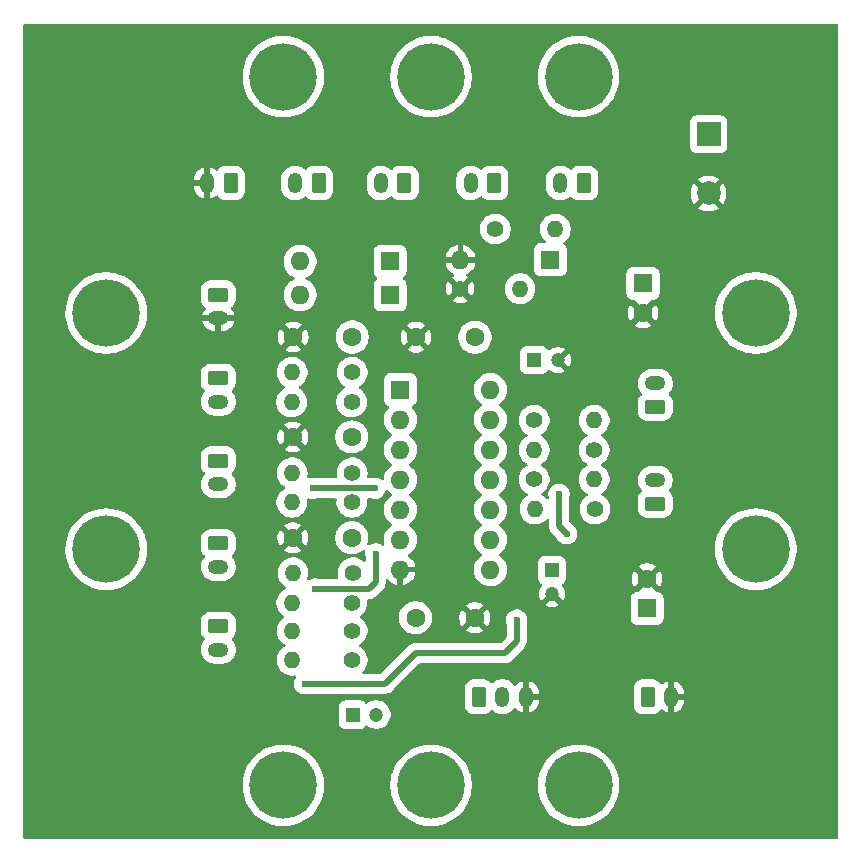
<source format=gbr>
%TF.GenerationSoftware,KiCad,Pcbnew,9.0.0*%
%TF.CreationDate,2025-03-04T12:56:53+00:00*%
%TF.ProjectId,cacophonator,6361636f-7068-46f6-9e61-746f722e6b69,1*%
%TF.SameCoordinates,Original*%
%TF.FileFunction,Copper,L1,Top*%
%TF.FilePolarity,Positive*%
%FSLAX46Y46*%
G04 Gerber Fmt 4.6, Leading zero omitted, Abs format (unit mm)*
G04 Created by KiCad (PCBNEW 9.0.0) date 2025-03-04 12:56:53*
%MOMM*%
%LPD*%
G01*
G04 APERTURE LIST*
G04 Aperture macros list*
%AMRoundRect*
0 Rectangle with rounded corners*
0 $1 Rounding radius*
0 $2 $3 $4 $5 $6 $7 $8 $9 X,Y pos of 4 corners*
0 Add a 4 corners polygon primitive as box body*
4,1,4,$2,$3,$4,$5,$6,$7,$8,$9,$2,$3,0*
0 Add four circle primitives for the rounded corners*
1,1,$1+$1,$2,$3*
1,1,$1+$1,$4,$5*
1,1,$1+$1,$6,$7*
1,1,$1+$1,$8,$9*
0 Add four rect primitives between the rounded corners*
20,1,$1+$1,$2,$3,$4,$5,0*
20,1,$1+$1,$4,$5,$6,$7,0*
20,1,$1+$1,$6,$7,$8,$9,0*
20,1,$1+$1,$8,$9,$2,$3,0*%
G04 Aperture macros list end*
%TA.AperFunction,ComponentPad*%
%ADD10C,5.700000*%
%TD*%
%TA.AperFunction,ComponentPad*%
%ADD11RoundRect,0.250000X0.350000X0.625000X-0.350000X0.625000X-0.350000X-0.625000X0.350000X-0.625000X0*%
%TD*%
%TA.AperFunction,ComponentPad*%
%ADD12O,1.200000X1.750000*%
%TD*%
%TA.AperFunction,ComponentPad*%
%ADD13R,1.200000X1.200000*%
%TD*%
%TA.AperFunction,ComponentPad*%
%ADD14C,1.200000*%
%TD*%
%TA.AperFunction,ComponentPad*%
%ADD15O,1.750000X1.200000*%
%TD*%
%TA.AperFunction,ComponentPad*%
%ADD16RoundRect,0.250000X-0.625000X0.350000X-0.625000X-0.350000X0.625000X-0.350000X0.625000X0.350000X0*%
%TD*%
%TA.AperFunction,ComponentPad*%
%ADD17RoundRect,0.250000X0.625000X-0.350000X0.625000X0.350000X-0.625000X0.350000X-0.625000X-0.350000X0*%
%TD*%
%TA.AperFunction,ComponentPad*%
%ADD18R,2.000000X2.000000*%
%TD*%
%TA.AperFunction,ComponentPad*%
%ADD19C,2.000000*%
%TD*%
%TA.AperFunction,ComponentPad*%
%ADD20RoundRect,0.250000X-0.350000X-0.625000X0.350000X-0.625000X0.350000X0.625000X-0.350000X0.625000X0*%
%TD*%
%TA.AperFunction,ComponentPad*%
%ADD21C,1.600000*%
%TD*%
%TA.AperFunction,ComponentPad*%
%ADD22R,1.600000X1.600000*%
%TD*%
%TA.AperFunction,ComponentPad*%
%ADD23O,1.600000X1.600000*%
%TD*%
%TA.AperFunction,ComponentPad*%
%ADD24C,1.400000*%
%TD*%
%TA.AperFunction,ComponentPad*%
%ADD25O,1.400000X1.400000*%
%TD*%
%TA.AperFunction,ViaPad*%
%ADD26C,0.600000*%
%TD*%
%TA.AperFunction,Conductor*%
%ADD27C,0.500000*%
%TD*%
G04 APERTURE END LIST*
D10*
%TO.P,H10,1*%
%TO.N,N/C*%
X162500000Y-130000000D03*
%TD*%
%TO.P,H3,1*%
%TO.N,N/C*%
X122500000Y-110000000D03*
%TD*%
%TO.P,H2,1*%
%TO.N,N/C*%
X177500000Y-90000000D03*
%TD*%
%TO.P,H9,1*%
%TO.N,N/C*%
X150000000Y-130000000D03*
%TD*%
%TO.P,H4,1*%
%TO.N,N/C*%
X177500000Y-110000000D03*
%TD*%
%TO.P,H5,1*%
%TO.N,N/C*%
X137500000Y-70000000D03*
%TD*%
%TO.P,H8,1*%
%TO.N,N/C*%
X137500000Y-130000000D03*
%TD*%
%TO.P,H7,1*%
%TO.N,N/C*%
X162500000Y-70000000D03*
%TD*%
%TO.P,H6,1*%
%TO.N,N/C*%
X150000000Y-70000000D03*
%TD*%
%TO.P,H1,1*%
%TO.N,N/C*%
X122500000Y-90000000D03*
%TD*%
D11*
%TO.P,J1,1*%
%TO.N,Net-(D3-A)*%
X133050000Y-79000000D03*
D12*
%TO.P,J1,2*%
%TO.N,GND*%
X131050000Y-79000000D03*
%TD*%
D13*
%TO.P,C6,1*%
%TO.N,Net-(C6-Pad1)*%
X143377401Y-124000000D03*
D14*
%TO.P,C6,2*%
%TO.N,Net-(C6-Pad2)*%
X145377401Y-124000000D03*
%TD*%
D15*
%TO.P,BT1,2,-*%
%TO.N,GND*%
X132000000Y-90450000D03*
D16*
%TO.P,BT1,1,+*%
%TO.N,Net-(BT1-+)*%
X132000000Y-88450000D03*
%TD*%
D14*
%TO.P,C8,2*%
%TO.N,GND*%
X160250000Y-113800000D03*
D13*
%TO.P,C8,1*%
%TO.N,Net-(C8-Pad1)*%
X160250000Y-111800000D03*
%TD*%
D15*
%TO.P,RV5,2*%
%TO.N,Net-(R11-Pad2)*%
X169000000Y-104150000D03*
D17*
%TO.P,RV5,1*%
%TO.N,Net-(R12-Pad2)*%
X169000000Y-106150000D03*
%TD*%
D18*
%TO.P,C7,1*%
%TO.N,Net-(D1-K)*%
X173500000Y-74882323D03*
D19*
%TO.P,C7,2*%
%TO.N,GND*%
X173500000Y-79882323D03*
%TD*%
D20*
%TO.P,J2,1,In*%
%TO.N,Net-(J2-In)*%
X168350000Y-122500000D03*
D12*
%TO.P,J2,2,Ext*%
%TO.N,GND*%
X170350000Y-122500000D03*
%TD*%
D11*
%TO.P,SW2,1,1*%
%TO.N,Net-(D3-K)*%
X140500000Y-79000000D03*
D12*
%TO.P,SW2,2,2*%
%TO.N,VCC*%
X138500000Y-79000000D03*
%TD*%
D11*
%TO.P,SW1,1,A*%
%TO.N,Net-(D3-K)*%
X147750000Y-79000000D03*
D12*
%TO.P,SW1,2,B*%
%TO.N,VCC*%
X145750000Y-79000000D03*
%TD*%
D20*
%TO.P,RV8,1,1*%
%TO.N,Net-(C6-Pad2)*%
X154050000Y-122500000D03*
D12*
%TO.P,RV8,2,2*%
%TO.N,Net-(J2-In)*%
X156050000Y-122500000D03*
%TO.P,RV8,3,3*%
%TO.N,GND*%
X158050000Y-122500000D03*
%TD*%
D11*
%TO.P,RV7,1*%
%TO.N,Net-(U1G-VDD)*%
X162950000Y-79000000D03*
D12*
%TO.P,RV7,2*%
%TO.N,Net-(D1-K)*%
X160950000Y-79000000D03*
%TD*%
D17*
%TO.P,RV6,1*%
%TO.N,Net-(R13-Pad2)*%
X169000000Y-97950000D03*
D15*
%TO.P,RV6,2*%
%TO.N,Net-(R14-Pad2)*%
X169000000Y-95950000D03*
%TD*%
%TO.P,RV4,2*%
%TO.N,Net-(R8-Pad2)*%
X132000000Y-118500000D03*
D16*
%TO.P,RV4,1*%
%TO.N,Net-(R4-Pad2)*%
X132000000Y-116500000D03*
%TD*%
%TO.P,RV3,1*%
%TO.N,Net-(R3-Pad2)*%
X132000000Y-109500000D03*
D15*
%TO.P,RV3,2*%
%TO.N,Net-(R7-Pad2)*%
X132000000Y-111500000D03*
%TD*%
D16*
%TO.P,RV2,1*%
%TO.N,Net-(R2-Pad2)*%
X132000000Y-102500000D03*
D15*
%TO.P,RV2,2*%
%TO.N,Net-(R6-Pad2)*%
X132000000Y-104500000D03*
%TD*%
D16*
%TO.P,RV1,1*%
%TO.N,Net-(R1-Pad2)*%
X132000000Y-95500000D03*
D15*
%TO.P,RV1,2*%
%TO.N,Net-(R5-Pad2)*%
X132000000Y-97500000D03*
%TD*%
D11*
%TO.P,D2,1,K*%
%TO.N,Net-(D2-K)*%
X155350000Y-79000000D03*
D12*
%TO.P,D2,2,A*%
%TO.N,VCC*%
X153350000Y-79000000D03*
%TD*%
D21*
%TO.P,C3,1*%
%TO.N,Net-(C3-Pad1)*%
X143300000Y-109035000D03*
%TO.P,C3,2*%
%TO.N,GND*%
X138300000Y-109035000D03*
%TD*%
D22*
%TO.P,U1,1*%
%TO.N,Net-(C1-Pad1)*%
X147412323Y-96485000D03*
D23*
%TO.P,U1,2*%
%TO.N,Net-(R5-Pad2)*%
X147412323Y-99025000D03*
%TO.P,U1,3*%
%TO.N,Net-(C2-Pad1)*%
X147412323Y-101565000D03*
%TO.P,U1,4*%
%TO.N,Net-(R6-Pad2)*%
X147412323Y-104105000D03*
%TO.P,U1,5*%
%TO.N,Net-(C3-Pad1)*%
X147412323Y-106645000D03*
%TO.P,U1,6*%
%TO.N,Net-(R7-Pad2)*%
X147412323Y-109185000D03*
%TO.P,U1,7,VSS*%
%TO.N,GND*%
X147412323Y-111725000D03*
%TO.P,U1,8*%
%TO.N,Net-(R8-Pad2)*%
X155032323Y-111725000D03*
%TO.P,U1,9*%
%TO.N,Net-(C4-Pad1)*%
X155032323Y-109185000D03*
%TO.P,U1,10*%
%TO.N,Net-(R12-Pad2)*%
X155032323Y-106645000D03*
%TO.P,U1,11*%
%TO.N,Net-(C8-Pad1)*%
X155032323Y-104105000D03*
%TO.P,U1,12*%
%TO.N,Net-(R14-Pad2)*%
X155032323Y-101565000D03*
%TO.P,U1,13*%
%TO.N,Net-(C10-Pad1)*%
X155032323Y-99025000D03*
%TO.P,U1,14,VDD*%
%TO.N,Net-(U1G-VDD)*%
X155032323Y-96485000D03*
%TD*%
D22*
%TO.P,C11,1*%
%TO.N,Net-(C11-Pad1)*%
X167950000Y-87500000D03*
D21*
%TO.P,C11,2*%
%TO.N,GND*%
X167950000Y-90000000D03*
%TD*%
D13*
%TO.P,C10,1*%
%TO.N,Net-(C10-Pad1)*%
X158750000Y-94000000D03*
D14*
%TO.P,C10,2*%
%TO.N,GND*%
X160750000Y-94000000D03*
%TD*%
D24*
%TO.P,R1,1*%
%TO.N,Net-(C1-Pad1)*%
X143332323Y-95035000D03*
D25*
%TO.P,R1,2*%
%TO.N,Net-(R1-Pad2)*%
X138252323Y-95035000D03*
%TD*%
D24*
%TO.P,R11,1*%
%TO.N,Net-(C8-Pad1)*%
X158740000Y-104100000D03*
D25*
%TO.P,R11,2*%
%TO.N,Net-(R11-Pad2)*%
X163820000Y-104100000D03*
%TD*%
D24*
%TO.P,R4,1*%
%TO.N,Net-(C4-Pad1)*%
X143332323Y-116900000D03*
D25*
%TO.P,R4,2*%
%TO.N,Net-(R4-Pad2)*%
X138252323Y-116900000D03*
%TD*%
D21*
%TO.P,C1,1*%
%TO.N,Net-(C1-Pad1)*%
X143332323Y-92035000D03*
%TO.P,C1,2*%
%TO.N,GND*%
X138332323Y-92035000D03*
%TD*%
%TO.P,C5,1*%
%TO.N,Net-(U1G-VDD)*%
X153732323Y-92060000D03*
%TO.P,C5,2*%
%TO.N,GND*%
X148732323Y-92060000D03*
%TD*%
D24*
%TO.P,R6,1*%
%TO.N,Net-(C6-Pad1)*%
X143300000Y-106035000D03*
D25*
%TO.P,R6,2*%
%TO.N,Net-(R6-Pad2)*%
X138220000Y-106035000D03*
%TD*%
D22*
%TO.P,D4,1,K*%
%TO.N,Net-(D3-K)*%
X146543800Y-88469800D03*
D23*
%TO.P,D4,2,A*%
%TO.N,Net-(BT1-+)*%
X138923800Y-88469800D03*
%TD*%
D22*
%TO.P,D3,1,K*%
%TO.N,Net-(D3-K)*%
X146540000Y-85640000D03*
D23*
%TO.P,D3,2,A*%
%TO.N,Net-(D3-A)*%
X138920000Y-85640000D03*
%TD*%
D21*
%TO.P,C4,1*%
%TO.N,Net-(C4-Pad1)*%
X148700000Y-115800000D03*
%TO.P,C4,2*%
%TO.N,GND*%
X153700000Y-115800000D03*
%TD*%
D24*
%TO.P,R14,1*%
%TO.N,Net-(C11-Pad1)*%
X163820000Y-101600000D03*
D25*
%TO.P,R14,2*%
%TO.N,Net-(R14-Pad2)*%
X158740000Y-101600000D03*
%TD*%
%TO.P,R3,2*%
%TO.N,Net-(R3-Pad2)*%
X138320000Y-112000000D03*
D24*
%TO.P,R3,1*%
%TO.N,Net-(C3-Pad1)*%
X143400000Y-112000000D03*
%TD*%
D21*
%TO.P,C9,2*%
%TO.N,GND*%
X168300000Y-112500000D03*
D22*
%TO.P,C9,1*%
%TO.N,Net-(C9-Pad1)*%
X168300000Y-115000000D03*
%TD*%
D24*
%TO.P,R7,1*%
%TO.N,Net-(C6-Pad1)*%
X143300000Y-114535000D03*
D25*
%TO.P,R7,2*%
%TO.N,Net-(R7-Pad2)*%
X138220000Y-114535000D03*
%TD*%
D24*
%TO.P,R12,1*%
%TO.N,Net-(C9-Pad1)*%
X163900000Y-106600000D03*
D25*
%TO.P,R12,2*%
%TO.N,Net-(R12-Pad2)*%
X158820000Y-106600000D03*
%TD*%
D24*
%TO.P,R10,1*%
%TO.N,VCC*%
X155460000Y-82900000D03*
D25*
%TO.P,R10,2*%
%TO.N,Net-(D1-K)*%
X160540000Y-82900000D03*
%TD*%
D21*
%TO.P,C2,1*%
%TO.N,Net-(C2-Pad1)*%
X143300000Y-100500000D03*
%TO.P,C2,2*%
%TO.N,GND*%
X138300000Y-100500000D03*
%TD*%
D24*
%TO.P,R13,1*%
%TO.N,Net-(C10-Pad1)*%
X158740000Y-99100000D03*
D25*
%TO.P,R13,2*%
%TO.N,Net-(R13-Pad2)*%
X163820000Y-99100000D03*
%TD*%
D24*
%TO.P,R8,1*%
%TO.N,Net-(C6-Pad1)*%
X143332323Y-119400000D03*
D25*
%TO.P,R8,2*%
%TO.N,Net-(R8-Pad2)*%
X138252323Y-119400000D03*
%TD*%
D24*
%TO.P,R15,1*%
%TO.N,GND*%
X152470000Y-87950000D03*
D25*
%TO.P,R15,2*%
%TO.N,Net-(D2-K)*%
X157550000Y-87950000D03*
%TD*%
D24*
%TO.P,R5,1*%
%TO.N,Net-(C6-Pad1)*%
X143280000Y-97535000D03*
D25*
%TO.P,R5,2*%
%TO.N,Net-(R5-Pad2)*%
X138200000Y-97535000D03*
%TD*%
D24*
%TO.P,R2,1*%
%TO.N,Net-(C2-Pad1)*%
X143332323Y-103535000D03*
D25*
%TO.P,R2,2*%
%TO.N,Net-(R2-Pad2)*%
X138252323Y-103535000D03*
%TD*%
D23*
%TO.P,D1,2,A*%
%TO.N,GND*%
X152500000Y-85500000D03*
D22*
%TO.P,D1,1,K*%
%TO.N,Net-(D1-K)*%
X160120000Y-85500000D03*
%TD*%
D26*
%TO.N,Net-(R8-Pad2)*%
X157250000Y-116000000D03*
%TO.N,Net-(R6-Pad2)*%
X145250000Y-104850000D03*
X140000000Y-104850000D03*
%TO.N,Net-(C8-Pad1)*%
X161500000Y-108700000D03*
X160850000Y-105350000D03*
%TO.N,Net-(R8-Pad2)*%
X139300000Y-121400000D03*
%TO.N,Net-(R7-Pad2)*%
X145325000Y-110400000D03*
X140150000Y-113385000D03*
%TD*%
D27*
%TO.N,Net-(R8-Pad2)*%
X139300000Y-121400000D02*
X146100000Y-121400000D01*
X156250000Y-118800000D02*
X157250000Y-117800000D01*
X157250000Y-117800000D02*
X157250000Y-116000000D01*
X146100000Y-121400000D02*
X148700000Y-118800000D01*
X148700000Y-118800000D02*
X156250000Y-118800000D01*
%TO.N,Net-(R6-Pad2)*%
X140000000Y-104850000D02*
X145250000Y-104850000D01*
%TO.N,Net-(C8-Pad1)*%
X161050000Y-108250000D02*
X161500000Y-108700000D01*
X160850000Y-108050000D02*
X161050000Y-108250000D01*
X160850000Y-105350000D02*
X160850000Y-108050000D01*
%TO.N,Net-(R7-Pad2)*%
X145325000Y-110400000D02*
X145325000Y-112775000D01*
X144715000Y-113385000D02*
X140150000Y-113385000D01*
X145325000Y-112775000D02*
X144715000Y-113385000D01*
%TD*%
%TA.AperFunction,Conductor*%
%TO.N,GND*%
G36*
X184442539Y-65520185D02*
G01*
X184488294Y-65572989D01*
X184499500Y-65624500D01*
X184499500Y-134375500D01*
X184479815Y-134442539D01*
X184427011Y-134488294D01*
X184375500Y-134499500D01*
X115624500Y-134499500D01*
X115557461Y-134479815D01*
X115511706Y-134427011D01*
X115500500Y-134375500D01*
X115500500Y-129830491D01*
X134049500Y-129830491D01*
X134049500Y-130169508D01*
X134082729Y-130506901D01*
X134148870Y-130839410D01*
X134247284Y-131163841D01*
X134377024Y-131477060D01*
X134377026Y-131477065D01*
X134536831Y-131776039D01*
X134536842Y-131776057D01*
X134725184Y-132057930D01*
X134725194Y-132057944D01*
X134940269Y-132320014D01*
X135179985Y-132559730D01*
X135179990Y-132559734D01*
X135179991Y-132559735D01*
X135442061Y-132774810D01*
X135723949Y-132963162D01*
X135723958Y-132963167D01*
X135723960Y-132963168D01*
X136022934Y-133122973D01*
X136022936Y-133122973D01*
X136022942Y-133122977D01*
X136336160Y-133252716D01*
X136660586Y-133351129D01*
X136993096Y-133417270D01*
X137330488Y-133450500D01*
X137330491Y-133450500D01*
X137669509Y-133450500D01*
X137669512Y-133450500D01*
X138006904Y-133417270D01*
X138339414Y-133351129D01*
X138663840Y-133252716D01*
X138977058Y-133122977D01*
X139276051Y-132963162D01*
X139557939Y-132774810D01*
X139820009Y-132559735D01*
X140059735Y-132320009D01*
X140274810Y-132057939D01*
X140463162Y-131776051D01*
X140622977Y-131477058D01*
X140752716Y-131163840D01*
X140851129Y-130839414D01*
X140917270Y-130506904D01*
X140950500Y-130169512D01*
X140950500Y-129830491D01*
X146549500Y-129830491D01*
X146549500Y-130169508D01*
X146582729Y-130506901D01*
X146648870Y-130839410D01*
X146747284Y-131163841D01*
X146877024Y-131477060D01*
X146877026Y-131477065D01*
X147036831Y-131776039D01*
X147036842Y-131776057D01*
X147225184Y-132057930D01*
X147225194Y-132057944D01*
X147440269Y-132320014D01*
X147679985Y-132559730D01*
X147679990Y-132559734D01*
X147679991Y-132559735D01*
X147942061Y-132774810D01*
X148223949Y-132963162D01*
X148223958Y-132963167D01*
X148223960Y-132963168D01*
X148522934Y-133122973D01*
X148522936Y-133122973D01*
X148522942Y-133122977D01*
X148836160Y-133252716D01*
X149160586Y-133351129D01*
X149493096Y-133417270D01*
X149830488Y-133450500D01*
X149830491Y-133450500D01*
X150169509Y-133450500D01*
X150169512Y-133450500D01*
X150506904Y-133417270D01*
X150839414Y-133351129D01*
X151163840Y-133252716D01*
X151477058Y-133122977D01*
X151776051Y-132963162D01*
X152057939Y-132774810D01*
X152320009Y-132559735D01*
X152559735Y-132320009D01*
X152774810Y-132057939D01*
X152963162Y-131776051D01*
X153122977Y-131477058D01*
X153252716Y-131163840D01*
X153351129Y-130839414D01*
X153417270Y-130506904D01*
X153450500Y-130169512D01*
X153450500Y-129830491D01*
X159049500Y-129830491D01*
X159049500Y-130169508D01*
X159082729Y-130506901D01*
X159148870Y-130839410D01*
X159247284Y-131163841D01*
X159377024Y-131477060D01*
X159377026Y-131477065D01*
X159536831Y-131776039D01*
X159536842Y-131776057D01*
X159725184Y-132057930D01*
X159725194Y-132057944D01*
X159940269Y-132320014D01*
X160179985Y-132559730D01*
X160179990Y-132559734D01*
X160179991Y-132559735D01*
X160442061Y-132774810D01*
X160723949Y-132963162D01*
X160723958Y-132963167D01*
X160723960Y-132963168D01*
X161022934Y-133122973D01*
X161022936Y-133122973D01*
X161022942Y-133122977D01*
X161336160Y-133252716D01*
X161660586Y-133351129D01*
X161993096Y-133417270D01*
X162330488Y-133450500D01*
X162330491Y-133450500D01*
X162669509Y-133450500D01*
X162669512Y-133450500D01*
X163006904Y-133417270D01*
X163339414Y-133351129D01*
X163663840Y-133252716D01*
X163977058Y-133122977D01*
X164276051Y-132963162D01*
X164557939Y-132774810D01*
X164820009Y-132559735D01*
X165059735Y-132320009D01*
X165274810Y-132057939D01*
X165463162Y-131776051D01*
X165622977Y-131477058D01*
X165752716Y-131163840D01*
X165851129Y-130839414D01*
X165917270Y-130506904D01*
X165950500Y-130169512D01*
X165950500Y-129830488D01*
X165917270Y-129493096D01*
X165851129Y-129160586D01*
X165752716Y-128836160D01*
X165622977Y-128522942D01*
X165463162Y-128223949D01*
X165274810Y-127942061D01*
X165059735Y-127679991D01*
X165059734Y-127679990D01*
X165059730Y-127679985D01*
X164820014Y-127440269D01*
X164557944Y-127225194D01*
X164557943Y-127225193D01*
X164557939Y-127225190D01*
X164276051Y-127036838D01*
X164276046Y-127036835D01*
X164276039Y-127036831D01*
X163977065Y-126877026D01*
X163977060Y-126877024D01*
X163663841Y-126747284D01*
X163473382Y-126689509D01*
X163339414Y-126648871D01*
X163339411Y-126648870D01*
X163339410Y-126648870D01*
X163006901Y-126582729D01*
X162769199Y-126559318D01*
X162669512Y-126549500D01*
X162330488Y-126549500D01*
X162239738Y-126558437D01*
X161993098Y-126582729D01*
X161660589Y-126648870D01*
X161336158Y-126747284D01*
X161022939Y-126877024D01*
X161022934Y-126877026D01*
X160723960Y-127036831D01*
X160723942Y-127036842D01*
X160442069Y-127225184D01*
X160442055Y-127225194D01*
X160179985Y-127440269D01*
X159940269Y-127679985D01*
X159725194Y-127942055D01*
X159725184Y-127942069D01*
X159536842Y-128223942D01*
X159536831Y-128223960D01*
X159377026Y-128522934D01*
X159377024Y-128522939D01*
X159247284Y-128836158D01*
X159148870Y-129160589D01*
X159082729Y-129493098D01*
X159049500Y-129830491D01*
X153450500Y-129830491D01*
X153450500Y-129830488D01*
X153417270Y-129493096D01*
X153351129Y-129160586D01*
X153252716Y-128836160D01*
X153122977Y-128522942D01*
X152963162Y-128223949D01*
X152774810Y-127942061D01*
X152559735Y-127679991D01*
X152559734Y-127679990D01*
X152559730Y-127679985D01*
X152320014Y-127440269D01*
X152057944Y-127225194D01*
X152057943Y-127225193D01*
X152057939Y-127225190D01*
X151776051Y-127036838D01*
X151776046Y-127036835D01*
X151776039Y-127036831D01*
X151477065Y-126877026D01*
X151477060Y-126877024D01*
X151163841Y-126747284D01*
X150973382Y-126689509D01*
X150839414Y-126648871D01*
X150839411Y-126648870D01*
X150839410Y-126648870D01*
X150506901Y-126582729D01*
X150269199Y-126559318D01*
X150169512Y-126549500D01*
X149830488Y-126549500D01*
X149739738Y-126558437D01*
X149493098Y-126582729D01*
X149160589Y-126648870D01*
X148836158Y-126747284D01*
X148522939Y-126877024D01*
X148522934Y-126877026D01*
X148223960Y-127036831D01*
X148223942Y-127036842D01*
X147942069Y-127225184D01*
X147942055Y-127225194D01*
X147679985Y-127440269D01*
X147440269Y-127679985D01*
X147225194Y-127942055D01*
X147225184Y-127942069D01*
X147036842Y-128223942D01*
X147036831Y-128223960D01*
X146877026Y-128522934D01*
X146877024Y-128522939D01*
X146747284Y-128836158D01*
X146648870Y-129160589D01*
X146582729Y-129493098D01*
X146549500Y-129830491D01*
X140950500Y-129830491D01*
X140950500Y-129830488D01*
X140917270Y-129493096D01*
X140851129Y-129160586D01*
X140752716Y-128836160D01*
X140622977Y-128522942D01*
X140463162Y-128223949D01*
X140274810Y-127942061D01*
X140059735Y-127679991D01*
X140059734Y-127679990D01*
X140059730Y-127679985D01*
X139820014Y-127440269D01*
X139557944Y-127225194D01*
X139557943Y-127225193D01*
X139557939Y-127225190D01*
X139276051Y-127036838D01*
X139276046Y-127036835D01*
X139276039Y-127036831D01*
X138977065Y-126877026D01*
X138977060Y-126877024D01*
X138663841Y-126747284D01*
X138473382Y-126689509D01*
X138339414Y-126648871D01*
X138339411Y-126648870D01*
X138339410Y-126648870D01*
X138006901Y-126582729D01*
X137769199Y-126559318D01*
X137669512Y-126549500D01*
X137330488Y-126549500D01*
X137239738Y-126558437D01*
X136993098Y-126582729D01*
X136660589Y-126648870D01*
X136336158Y-126747284D01*
X136022939Y-126877024D01*
X136022934Y-126877026D01*
X135723960Y-127036831D01*
X135723942Y-127036842D01*
X135442069Y-127225184D01*
X135442055Y-127225194D01*
X135179985Y-127440269D01*
X134940269Y-127679985D01*
X134725194Y-127942055D01*
X134725184Y-127942069D01*
X134536842Y-128223942D01*
X134536831Y-128223960D01*
X134377026Y-128522934D01*
X134377024Y-128522939D01*
X134247284Y-128836158D01*
X134148870Y-129160589D01*
X134082729Y-129493098D01*
X134049500Y-129830491D01*
X115500500Y-129830491D01*
X115500500Y-123360645D01*
X142176901Y-123360645D01*
X142176901Y-124639363D01*
X142192354Y-124756753D01*
X142192357Y-124756762D01*
X142252865Y-124902841D01*
X142349119Y-125028282D01*
X142474560Y-125124536D01*
X142620639Y-125185044D01*
X142738040Y-125200500D01*
X144016761Y-125200499D01*
X144016764Y-125200499D01*
X144134154Y-125185046D01*
X144134158Y-125185044D01*
X144134163Y-125185044D01*
X144280242Y-125124536D01*
X144405683Y-125028282D01*
X144455501Y-124963357D01*
X144511926Y-124922156D01*
X144581672Y-124918001D01*
X144626759Y-124938526D01*
X144748202Y-125026760D01*
X144827748Y-125067290D01*
X144916564Y-125112545D01*
X144916566Y-125112545D01*
X144916569Y-125112547D01*
X145012898Y-125143846D01*
X145096282Y-125170940D01*
X145282915Y-125200500D01*
X145282920Y-125200500D01*
X145471887Y-125200500D01*
X145658519Y-125170940D01*
X145838233Y-125112547D01*
X146006600Y-125026760D01*
X146159474Y-124915690D01*
X146293091Y-124782073D01*
X146404161Y-124629199D01*
X146489948Y-124460832D01*
X146548341Y-124281118D01*
X146577901Y-124094486D01*
X146577901Y-123905513D01*
X146548341Y-123718881D01*
X146505084Y-123585753D01*
X146489948Y-123539168D01*
X146489946Y-123539165D01*
X146489946Y-123539163D01*
X146404160Y-123370800D01*
X146396782Y-123360645D01*
X146293091Y-123217927D01*
X146159474Y-123084310D01*
X146006600Y-122973240D01*
X146003613Y-122971718D01*
X145838237Y-122887454D01*
X145658519Y-122829059D01*
X145471887Y-122799500D01*
X145471882Y-122799500D01*
X145282920Y-122799500D01*
X145282915Y-122799500D01*
X145096282Y-122829059D01*
X144916564Y-122887454D01*
X144748198Y-122973242D01*
X144626760Y-123061472D01*
X144560954Y-123084952D01*
X144492900Y-123069126D01*
X144455499Y-123036640D01*
X144405684Y-122971719D01*
X144405683Y-122971718D01*
X144280242Y-122875464D01*
X144246701Y-122861571D01*
X144134163Y-122814956D01*
X144134161Y-122814955D01*
X144016771Y-122799501D01*
X144016768Y-122799500D01*
X144016762Y-122799500D01*
X144016755Y-122799500D01*
X142738037Y-122799500D01*
X142620647Y-122814953D01*
X142620638Y-122814956D01*
X142474561Y-122875463D01*
X142349119Y-122971718D01*
X142252864Y-123097160D01*
X142192357Y-123243237D01*
X142192356Y-123243239D01*
X142176902Y-123360629D01*
X142176901Y-123360645D01*
X115500500Y-123360645D01*
X115500500Y-116076048D01*
X130524500Y-116076048D01*
X130524500Y-116923951D01*
X130527317Y-116965499D01*
X130571963Y-117145021D01*
X130571964Y-117145023D01*
X130654156Y-117310750D01*
X130770059Y-117454939D01*
X130829885Y-117503029D01*
X130869803Y-117560372D01*
X130872383Y-117630194D01*
X130839881Y-117687355D01*
X130809310Y-117717927D01*
X130698240Y-117870800D01*
X130612454Y-118039163D01*
X130554059Y-118218881D01*
X130524500Y-118405513D01*
X130524500Y-118594486D01*
X130554059Y-118781118D01*
X130612454Y-118960836D01*
X130681052Y-119095465D01*
X130698240Y-119129199D01*
X130809310Y-119282073D01*
X130942927Y-119415690D01*
X131095801Y-119526760D01*
X131148674Y-119553700D01*
X131264163Y-119612545D01*
X131264165Y-119612545D01*
X131264168Y-119612547D01*
X131360497Y-119643846D01*
X131443881Y-119670940D01*
X131630514Y-119700500D01*
X131630519Y-119700500D01*
X132369486Y-119700500D01*
X132556118Y-119670940D01*
X132619025Y-119650500D01*
X132735832Y-119612547D01*
X132904199Y-119526760D01*
X133057073Y-119415690D01*
X133190690Y-119282073D01*
X133301760Y-119129199D01*
X133387547Y-118960832D01*
X133445940Y-118781118D01*
X133455876Y-118718386D01*
X133475500Y-118594486D01*
X133475500Y-118405513D01*
X133445940Y-118218881D01*
X133387660Y-118039516D01*
X133387547Y-118039168D01*
X133387545Y-118039165D01*
X133387545Y-118039163D01*
X133340415Y-117946666D01*
X133301760Y-117870801D01*
X133190690Y-117717927D01*
X133160120Y-117687357D01*
X133126635Y-117626034D01*
X133131619Y-117556342D01*
X133170112Y-117503030D01*
X133229940Y-117454940D01*
X133345842Y-117310753D01*
X133428037Y-117145021D01*
X133472683Y-116965495D01*
X133475500Y-116923954D01*
X133475500Y-116076046D01*
X133472683Y-116034505D01*
X133428037Y-115854979D01*
X133345842Y-115689247D01*
X133261713Y-115584587D01*
X133229940Y-115545059D01*
X133107260Y-115446446D01*
X133085753Y-115429158D01*
X133085751Y-115429157D01*
X133085750Y-115429156D01*
X132920023Y-115346964D01*
X132920021Y-115346963D01*
X132740497Y-115302317D01*
X132740501Y-115302317D01*
X132709339Y-115300204D01*
X132698954Y-115299500D01*
X131301046Y-115299500D01*
X131289177Y-115300304D01*
X131259500Y-115302317D01*
X131079978Y-115346963D01*
X131079976Y-115346964D01*
X130914249Y-115429156D01*
X130770059Y-115545059D01*
X130654156Y-115689249D01*
X130571964Y-115854976D01*
X130571963Y-115854978D01*
X130527317Y-116034500D01*
X130524500Y-116076048D01*
X115500500Y-116076048D01*
X115500500Y-109830488D01*
X119049500Y-109830488D01*
X119049500Y-110169512D01*
X119055735Y-110232815D01*
X119082729Y-110506901D01*
X119139993Y-110794781D01*
X119148871Y-110839414D01*
X119182285Y-110949567D01*
X119247284Y-111163841D01*
X119325330Y-111352259D01*
X119353605Y-111420523D01*
X119377024Y-111477060D01*
X119377026Y-111477065D01*
X119536831Y-111776039D01*
X119536835Y-111776046D01*
X119536838Y-111776051D01*
X119706129Y-112029413D01*
X119725184Y-112057930D01*
X119725194Y-112057944D01*
X119940269Y-112320014D01*
X120179985Y-112559730D01*
X120179990Y-112559734D01*
X120179991Y-112559735D01*
X120442061Y-112774810D01*
X120723949Y-112963162D01*
X120723958Y-112963167D01*
X120723960Y-112963168D01*
X121022934Y-113122973D01*
X121022936Y-113122973D01*
X121022942Y-113122977D01*
X121336160Y-113252716D01*
X121660586Y-113351129D01*
X121993096Y-113417270D01*
X122330488Y-113450500D01*
X122330491Y-113450500D01*
X122669509Y-113450500D01*
X122669512Y-113450500D01*
X123006904Y-113417270D01*
X123339414Y-113351129D01*
X123663840Y-113252716D01*
X123977058Y-113122977D01*
X124276051Y-112963162D01*
X124557939Y-112774810D01*
X124820009Y-112559735D01*
X125059735Y-112320009D01*
X125274810Y-112057939D01*
X125463162Y-111776051D01*
X125622977Y-111477058D01*
X125752716Y-111163840D01*
X125851129Y-110839414D01*
X125917270Y-110506904D01*
X125950500Y-110169512D01*
X125950500Y-109830488D01*
X125917270Y-109493096D01*
X125851129Y-109160586D01*
X125825485Y-109076048D01*
X130524500Y-109076048D01*
X130524500Y-109923951D01*
X130527317Y-109965499D01*
X130571963Y-110145021D01*
X130571964Y-110145023D01*
X130654156Y-110310750D01*
X130654157Y-110310751D01*
X130654158Y-110310753D01*
X130700641Y-110368580D01*
X130770059Y-110454939D01*
X130829885Y-110503029D01*
X130869803Y-110560372D01*
X130872383Y-110630194D01*
X130839881Y-110687355D01*
X130809310Y-110717927D01*
X130698240Y-110870800D01*
X130612454Y-111039163D01*
X130554059Y-111218881D01*
X130524500Y-111405513D01*
X130524500Y-111594486D01*
X130554059Y-111781118D01*
X130612454Y-111960836D01*
X130697252Y-112127259D01*
X130698240Y-112129199D01*
X130809310Y-112282073D01*
X130942927Y-112415690D01*
X131095801Y-112526760D01*
X131160518Y-112559735D01*
X131264163Y-112612545D01*
X131264165Y-112612545D01*
X131264168Y-112612547D01*
X131360497Y-112643846D01*
X131443881Y-112670940D01*
X131630514Y-112700500D01*
X131630519Y-112700500D01*
X132369486Y-112700500D01*
X132556118Y-112670940D01*
X132735832Y-112612547D01*
X132904199Y-112526760D01*
X133057073Y-112415690D01*
X133190690Y-112282073D01*
X133301760Y-112129199D01*
X133387547Y-111960832D01*
X133445940Y-111781118D01*
X133463169Y-111672339D01*
X133475500Y-111594486D01*
X133475500Y-111405513D01*
X133445940Y-111218881D01*
X133388872Y-111043246D01*
X133387547Y-111039168D01*
X133387545Y-111039165D01*
X133387545Y-111039163D01*
X133320154Y-110906902D01*
X133301760Y-110870801D01*
X133190690Y-110717927D01*
X133160120Y-110687357D01*
X133126635Y-110626034D01*
X133131619Y-110556342D01*
X133170112Y-110503030D01*
X133229940Y-110454940D01*
X133345842Y-110310753D01*
X133428037Y-110145021D01*
X133472683Y-109965495D01*
X133475500Y-109923954D01*
X133475500Y-109076046D01*
X133472683Y-109034505D01*
X133454817Y-108962666D01*
X133453593Y-108957742D01*
X133447361Y-108932682D01*
X137000000Y-108932682D01*
X137000000Y-109137317D01*
X137032009Y-109339417D01*
X137095244Y-109534031D01*
X137188141Y-109716350D01*
X137188147Y-109716359D01*
X137220523Y-109760921D01*
X137220524Y-109760922D01*
X137900000Y-109081446D01*
X137900000Y-109087661D01*
X137927259Y-109189394D01*
X137979920Y-109280606D01*
X138054394Y-109355080D01*
X138145606Y-109407741D01*
X138247339Y-109435000D01*
X138253553Y-109435000D01*
X137574076Y-110114474D01*
X137618650Y-110146859D01*
X137800968Y-110239755D01*
X137995582Y-110302990D01*
X138197683Y-110335000D01*
X138402317Y-110335000D01*
X138604417Y-110302990D01*
X138799031Y-110239755D01*
X138981349Y-110146859D01*
X139025921Y-110114474D01*
X138346447Y-109435000D01*
X138352661Y-109435000D01*
X138454394Y-109407741D01*
X138545606Y-109355080D01*
X138620080Y-109280606D01*
X138672741Y-109189394D01*
X138700000Y-109087661D01*
X138700000Y-109081448D01*
X139379474Y-109760922D01*
X139379474Y-109760921D01*
X139411859Y-109716349D01*
X139504755Y-109534031D01*
X139567990Y-109339417D01*
X139600000Y-109137317D01*
X139600000Y-108932682D01*
X139567990Y-108730582D01*
X139504755Y-108535968D01*
X139411859Y-108353650D01*
X139379474Y-108309077D01*
X139379474Y-108309076D01*
X138700000Y-108988551D01*
X138700000Y-108982339D01*
X138672741Y-108880606D01*
X138620080Y-108789394D01*
X138545606Y-108714920D01*
X138454394Y-108662259D01*
X138352661Y-108635000D01*
X138346446Y-108635000D01*
X139025922Y-107955524D01*
X139025921Y-107955523D01*
X138981359Y-107923147D01*
X138981350Y-107923141D01*
X138799031Y-107830244D01*
X138604417Y-107767009D01*
X138402317Y-107735000D01*
X138197683Y-107735000D01*
X137995582Y-107767009D01*
X137800968Y-107830244D01*
X137618644Y-107923143D01*
X137574077Y-107955523D01*
X137574077Y-107955524D01*
X138253554Y-108635000D01*
X138247339Y-108635000D01*
X138145606Y-108662259D01*
X138054394Y-108714920D01*
X137979920Y-108789394D01*
X137927259Y-108880606D01*
X137900000Y-108982339D01*
X137900000Y-108988553D01*
X137220524Y-108309077D01*
X137220523Y-108309077D01*
X137188143Y-108353644D01*
X137095244Y-108535968D01*
X137032009Y-108730582D01*
X137000000Y-108932682D01*
X133447361Y-108932682D01*
X133434410Y-108880606D01*
X133428037Y-108854979D01*
X133345842Y-108689247D01*
X133283189Y-108611304D01*
X133229940Y-108545059D01*
X133095924Y-108437334D01*
X133085753Y-108429158D01*
X133085751Y-108429157D01*
X133085750Y-108429156D01*
X132920023Y-108346964D01*
X132920021Y-108346963D01*
X132740497Y-108302317D01*
X132740501Y-108302317D01*
X132709339Y-108300204D01*
X132698954Y-108299500D01*
X131301046Y-108299500D01*
X131289177Y-108300304D01*
X131259500Y-108302317D01*
X131079978Y-108346963D01*
X131079976Y-108346964D01*
X130914249Y-108429156D01*
X130770059Y-108545059D01*
X130654156Y-108689249D01*
X130571964Y-108854976D01*
X130571963Y-108854978D01*
X130527317Y-109034500D01*
X130524500Y-109076048D01*
X125825485Y-109076048D01*
X125752716Y-108836160D01*
X125622977Y-108522942D01*
X125609322Y-108497396D01*
X125463168Y-108223960D01*
X125463167Y-108223958D01*
X125463162Y-108223949D01*
X125274810Y-107942061D01*
X125059735Y-107679991D01*
X125059734Y-107679990D01*
X125059730Y-107679985D01*
X124820014Y-107440269D01*
X124557944Y-107225194D01*
X124557943Y-107225193D01*
X124557939Y-107225190D01*
X124276051Y-107036838D01*
X124276046Y-107036835D01*
X124276039Y-107036831D01*
X123977065Y-106877026D01*
X123977060Y-106877024D01*
X123663841Y-106747284D01*
X123473382Y-106689509D01*
X123339414Y-106648871D01*
X123339411Y-106648870D01*
X123339410Y-106648870D01*
X123006901Y-106582729D01*
X122769199Y-106559318D01*
X122669512Y-106549500D01*
X122330488Y-106549500D01*
X122239738Y-106558437D01*
X121993098Y-106582729D01*
X121660589Y-106648870D01*
X121336158Y-106747284D01*
X121022939Y-106877024D01*
X121022934Y-106877026D01*
X120723960Y-107036831D01*
X120723942Y-107036842D01*
X120442069Y-107225184D01*
X120442055Y-107225194D01*
X120179985Y-107440269D01*
X119940269Y-107679985D01*
X119725194Y-107942055D01*
X119725184Y-107942069D01*
X119536842Y-108223942D01*
X119536831Y-108223960D01*
X119377026Y-108522934D01*
X119377024Y-108522939D01*
X119247284Y-108836158D01*
X119148870Y-109160589D01*
X119082729Y-109493098D01*
X119060741Y-109716359D01*
X119049500Y-109830488D01*
X115500500Y-109830488D01*
X115500500Y-105932648D01*
X136919500Y-105932648D01*
X136919500Y-106137351D01*
X136951522Y-106339534D01*
X137014781Y-106534223D01*
X137056192Y-106615495D01*
X137100448Y-106702352D01*
X137107715Y-106716613D01*
X137228028Y-106882213D01*
X137372786Y-107026971D01*
X137527749Y-107139556D01*
X137538390Y-107147287D01*
X137654607Y-107206503D01*
X137720776Y-107240218D01*
X137720778Y-107240218D01*
X137720781Y-107240220D01*
X137825137Y-107274127D01*
X137915465Y-107303477D01*
X138016557Y-107319488D01*
X138117648Y-107335500D01*
X138117649Y-107335500D01*
X138322351Y-107335500D01*
X138322352Y-107335500D01*
X138524534Y-107303477D01*
X138719219Y-107240220D01*
X138901610Y-107147287D01*
X139053626Y-107036842D01*
X139067213Y-107026971D01*
X139067215Y-107026968D01*
X139067219Y-107026966D01*
X139211966Y-106882219D01*
X139211968Y-106882215D01*
X139211971Y-106882213D01*
X139275317Y-106795023D01*
X139332287Y-106716610D01*
X139425220Y-106534219D01*
X139488477Y-106339534D01*
X139520500Y-106137352D01*
X139520500Y-105932648D01*
X139503172Y-105823245D01*
X139512127Y-105753952D01*
X139557123Y-105700500D01*
X139623874Y-105679860D01*
X139673094Y-105689285D01*
X139737334Y-105715894D01*
X139737337Y-105715894D01*
X139737341Y-105715896D01*
X139911304Y-105750499D01*
X139911307Y-105750500D01*
X139911309Y-105750500D01*
X140088693Y-105750500D01*
X140088694Y-105750499D01*
X140146682Y-105738964D01*
X140262658Y-105715896D01*
X140262659Y-105715895D01*
X140262666Y-105715894D01*
X140277046Y-105709937D01*
X140324495Y-105700500D01*
X141891084Y-105700500D01*
X141958123Y-105720185D01*
X142003878Y-105772989D01*
X142013822Y-105842147D01*
X142013557Y-105843898D01*
X141999500Y-105932648D01*
X141999500Y-106137351D01*
X142031522Y-106339534D01*
X142094781Y-106534223D01*
X142136192Y-106615495D01*
X142180448Y-106702352D01*
X142187715Y-106716613D01*
X142308028Y-106882213D01*
X142452786Y-107026971D01*
X142607749Y-107139556D01*
X142618390Y-107147287D01*
X142734607Y-107206503D01*
X142800776Y-107240218D01*
X142800778Y-107240218D01*
X142800781Y-107240220D01*
X142905137Y-107274127D01*
X142995465Y-107303477D01*
X143096557Y-107319488D01*
X143197648Y-107335500D01*
X143197649Y-107335500D01*
X143402351Y-107335500D01*
X143402352Y-107335500D01*
X143604534Y-107303477D01*
X143799219Y-107240220D01*
X143981610Y-107147287D01*
X144133626Y-107036842D01*
X144147213Y-107026971D01*
X144147215Y-107026968D01*
X144147219Y-107026966D01*
X144291966Y-106882219D01*
X144291968Y-106882215D01*
X144291971Y-106882213D01*
X144355317Y-106795023D01*
X144412287Y-106716610D01*
X144505220Y-106534219D01*
X144568477Y-106339534D01*
X144600500Y-106137352D01*
X144600500Y-105932648D01*
X144586443Y-105843897D01*
X144588838Y-105825357D01*
X144586178Y-105806853D01*
X144593223Y-105791425D01*
X144595397Y-105774605D01*
X144607436Y-105760303D01*
X144615203Y-105743297D01*
X144629472Y-105734126D01*
X144640394Y-105721153D01*
X144658252Y-105715630D01*
X144673981Y-105705523D01*
X144705684Y-105700964D01*
X144707145Y-105700513D01*
X144708916Y-105700500D01*
X144925505Y-105700500D01*
X144972953Y-105709937D01*
X144987334Y-105715894D01*
X144987338Y-105715894D01*
X144987341Y-105715896D01*
X145161304Y-105750499D01*
X145161307Y-105750500D01*
X145161309Y-105750500D01*
X145338693Y-105750500D01*
X145338694Y-105750499D01*
X145396682Y-105738964D01*
X145512658Y-105715896D01*
X145512661Y-105715894D01*
X145512666Y-105715894D01*
X145652535Y-105657958D01*
X145676540Y-105648016D01*
X145676540Y-105648015D01*
X145676547Y-105648013D01*
X145824035Y-105549464D01*
X145949464Y-105424035D01*
X146048013Y-105276547D01*
X146048786Y-105274682D01*
X146074631Y-105212284D01*
X146115894Y-105112666D01*
X146119676Y-105093656D01*
X146124516Y-105069322D01*
X146156900Y-105007411D01*
X146217616Y-104972837D01*
X146287386Y-104976576D01*
X146339944Y-105014475D01*
X146340909Y-105013652D01*
X146344079Y-105017363D01*
X146499959Y-105173243D01*
X146499964Y-105173247D01*
X146639577Y-105274682D01*
X146682243Y-105330012D01*
X146688222Y-105399625D01*
X146655616Y-105461420D01*
X146639577Y-105475318D01*
X146499964Y-105576752D01*
X146499959Y-105576756D01*
X146344079Y-105732636D01*
X146344075Y-105732641D01*
X146214510Y-105910974D01*
X146114427Y-106107393D01*
X146114426Y-106107396D01*
X146046308Y-106317047D01*
X146011823Y-106534778D01*
X146011823Y-106755221D01*
X146046308Y-106972952D01*
X146114426Y-107182603D01*
X146114427Y-107182606D01*
X146164875Y-107281613D01*
X146198539Y-107347682D01*
X146214510Y-107379025D01*
X146344075Y-107557358D01*
X146344079Y-107557363D01*
X146499959Y-107713243D01*
X146499964Y-107713247D01*
X146639577Y-107814682D01*
X146682243Y-107870012D01*
X146688222Y-107939625D01*
X146655616Y-108001420D01*
X146639577Y-108015318D01*
X146499964Y-108116752D01*
X146499959Y-108116756D01*
X146344079Y-108272636D01*
X146344075Y-108272641D01*
X146214510Y-108450974D01*
X146114427Y-108647393D01*
X146114426Y-108647396D01*
X146046308Y-108857047D01*
X146011823Y-109074778D01*
X146011823Y-109295221D01*
X146046308Y-109512954D01*
X146054499Y-109538163D01*
X146056494Y-109608004D01*
X146020413Y-109667836D01*
X145957712Y-109698664D01*
X145888298Y-109690699D01*
X145867677Y-109679582D01*
X145751553Y-109601990D01*
X145751540Y-109601983D01*
X145587667Y-109534106D01*
X145587658Y-109534103D01*
X145413694Y-109499500D01*
X145413691Y-109499500D01*
X145236309Y-109499500D01*
X145236306Y-109499500D01*
X145062341Y-109534103D01*
X145062332Y-109534106D01*
X144898459Y-109601983D01*
X144898448Y-109601989D01*
X144799674Y-109667988D01*
X144732997Y-109688865D01*
X144665617Y-109670380D01*
X144618927Y-109618401D01*
X144607751Y-109549431D01*
X144612851Y-109526574D01*
X144666015Y-109362951D01*
X144700500Y-109145222D01*
X144700500Y-108924778D01*
X144666015Y-108707049D01*
X144631955Y-108602221D01*
X144597896Y-108497396D01*
X144597895Y-108497393D01*
X144563126Y-108429156D01*
X144497815Y-108300978D01*
X144477223Y-108272635D01*
X144368247Y-108122641D01*
X144368243Y-108122636D01*
X144212363Y-107966756D01*
X144212358Y-107966752D01*
X144034025Y-107837187D01*
X144034024Y-107837186D01*
X144034022Y-107837185D01*
X143971096Y-107805122D01*
X143837606Y-107737104D01*
X143837603Y-107737103D01*
X143627952Y-107668985D01*
X143485033Y-107646349D01*
X143410222Y-107634500D01*
X143189778Y-107634500D01*
X143117201Y-107645995D01*
X142972047Y-107668985D01*
X142762396Y-107737103D01*
X142762393Y-107737104D01*
X142565974Y-107837187D01*
X142387641Y-107966752D01*
X142387636Y-107966756D01*
X142231756Y-108122636D01*
X142231752Y-108122641D01*
X142102187Y-108300974D01*
X142002104Y-108497393D01*
X142002103Y-108497396D01*
X141933985Y-108707047D01*
X141910227Y-108857049D01*
X141899500Y-108924778D01*
X141899500Y-109145222D01*
X141901934Y-109160589D01*
X141933985Y-109362952D01*
X142002103Y-109572603D01*
X142002104Y-109572606D01*
X142062277Y-109690699D01*
X142098057Y-109760921D01*
X142102187Y-109769025D01*
X142231752Y-109947358D01*
X142231756Y-109947363D01*
X142387636Y-110103243D01*
X142387641Y-110103247D01*
X142484581Y-110173677D01*
X142565978Y-110232815D01*
X142692216Y-110297137D01*
X142762393Y-110332895D01*
X142762396Y-110332896D01*
X142867221Y-110366955D01*
X142972049Y-110401015D01*
X143189778Y-110435500D01*
X143189779Y-110435500D01*
X143410221Y-110435500D01*
X143410222Y-110435500D01*
X143627951Y-110401015D01*
X143837606Y-110332895D01*
X144034022Y-110232815D01*
X144179153Y-110127371D01*
X144212357Y-110103248D01*
X144212357Y-110103247D01*
X144212365Y-110103242D01*
X144239793Y-110075813D01*
X144301112Y-110042330D01*
X144370804Y-110047314D01*
X144426738Y-110089184D01*
X144451156Y-110154648D01*
X144449089Y-110187687D01*
X144424500Y-110311304D01*
X144424500Y-110488695D01*
X144459104Y-110662658D01*
X144459106Y-110662666D01*
X144465061Y-110677042D01*
X144466687Y-110685219D01*
X144469477Y-110689560D01*
X144474500Y-110724495D01*
X144474500Y-110935953D01*
X144454815Y-111002992D01*
X144402011Y-111048747D01*
X144332853Y-111058691D01*
X144269297Y-111029666D01*
X144262819Y-111023634D01*
X144247213Y-111008028D01*
X144081613Y-110887715D01*
X144081612Y-110887714D01*
X144081610Y-110887713D01*
X144024653Y-110858691D01*
X143899223Y-110794781D01*
X143704534Y-110731522D01*
X143529995Y-110703878D01*
X143502352Y-110699500D01*
X143297648Y-110699500D01*
X143273329Y-110703351D01*
X143095465Y-110731522D01*
X142900776Y-110794781D01*
X142718386Y-110887715D01*
X142552786Y-111008028D01*
X142408028Y-111152786D01*
X142287715Y-111318386D01*
X142194781Y-111500776D01*
X142131522Y-111695465D01*
X142099500Y-111897648D01*
X142099500Y-112102351D01*
X142131522Y-112304534D01*
X142153503Y-112372181D01*
X142155498Y-112442022D01*
X142119418Y-112501855D01*
X142056717Y-112532684D01*
X142035572Y-112534500D01*
X140474495Y-112534500D01*
X140427046Y-112525062D01*
X140412666Y-112519106D01*
X140412662Y-112519105D01*
X140412658Y-112519103D01*
X140238694Y-112484500D01*
X140238691Y-112484500D01*
X140061309Y-112484500D01*
X140061306Y-112484500D01*
X139887341Y-112519103D01*
X139887332Y-112519106D01*
X139723444Y-112586989D01*
X139720553Y-112588535D01*
X139718867Y-112588885D01*
X139717824Y-112589318D01*
X139717741Y-112589119D01*
X139652148Y-112602768D01*
X139586908Y-112577759D01*
X139545545Y-112521448D01*
X139541193Y-112451714D01*
X139544177Y-112440875D01*
X139588477Y-112304534D01*
X139620500Y-112102352D01*
X139620500Y-111897648D01*
X139588477Y-111695466D01*
X139525220Y-111500781D01*
X139525218Y-111500778D01*
X139525218Y-111500776D01*
X139491503Y-111434607D01*
X139432287Y-111318390D01*
X139394500Y-111266380D01*
X139311971Y-111152786D01*
X139167213Y-111008028D01*
X139001613Y-110887715D01*
X139001612Y-110887714D01*
X139001610Y-110887713D01*
X138944653Y-110858691D01*
X138819223Y-110794781D01*
X138624534Y-110731522D01*
X138449995Y-110703878D01*
X138422352Y-110699500D01*
X138217648Y-110699500D01*
X138193329Y-110703351D01*
X138015465Y-110731522D01*
X137820776Y-110794781D01*
X137638386Y-110887715D01*
X137472786Y-111008028D01*
X137328028Y-111152786D01*
X137207715Y-111318386D01*
X137114781Y-111500776D01*
X137051522Y-111695465D01*
X137019500Y-111897648D01*
X137019500Y-112102351D01*
X137051522Y-112304534D01*
X137114781Y-112499223D01*
X137174275Y-112615984D01*
X137202276Y-112670940D01*
X137207715Y-112681613D01*
X137328028Y-112847213D01*
X137472786Y-112991971D01*
X137638388Y-113112286D01*
X137676172Y-113131538D01*
X137726969Y-113179512D01*
X137743764Y-113247333D01*
X137721227Y-113313468D01*
X137676174Y-113352507D01*
X137538388Y-113422713D01*
X137372786Y-113543028D01*
X137228028Y-113687786D01*
X137107715Y-113853386D01*
X137014781Y-114035776D01*
X136951522Y-114230465D01*
X136919500Y-114432648D01*
X136919500Y-114637351D01*
X136951522Y-114839534D01*
X137014781Y-115034223D01*
X137065675Y-115134106D01*
X137100262Y-115201987D01*
X137107715Y-115216613D01*
X137228028Y-115382213D01*
X137372784Y-115526969D01*
X137513113Y-115628922D01*
X137555780Y-115684252D01*
X137561759Y-115753865D01*
X137529154Y-115815660D01*
X137513114Y-115829559D01*
X137405110Y-115908028D01*
X137405105Y-115908032D01*
X137260351Y-116052786D01*
X137140038Y-116218386D01*
X137047104Y-116400776D01*
X136983845Y-116595465D01*
X136951823Y-116797648D01*
X136951823Y-117002351D01*
X136983845Y-117204534D01*
X137047104Y-117399223D01*
X137090316Y-117484030D01*
X137134549Y-117570842D01*
X137140038Y-117581613D01*
X137260351Y-117747213D01*
X137405109Y-117891971D01*
X137570711Y-118012286D01*
X137624151Y-118039516D01*
X137674946Y-118087490D01*
X137691741Y-118155312D01*
X137669203Y-118221446D01*
X137624151Y-118260484D01*
X137570711Y-118287713D01*
X137405109Y-118408028D01*
X137260351Y-118552786D01*
X137140038Y-118718386D01*
X137047104Y-118900776D01*
X136983845Y-119095465D01*
X136951823Y-119297648D01*
X136951823Y-119502351D01*
X136983845Y-119704534D01*
X137047104Y-119899223D01*
X137140038Y-120081613D01*
X137260351Y-120247213D01*
X137405109Y-120391971D01*
X137553113Y-120499500D01*
X137570713Y-120512287D01*
X137643748Y-120549500D01*
X137753099Y-120605218D01*
X137753101Y-120605218D01*
X137753104Y-120605220D01*
X137857460Y-120639127D01*
X137947788Y-120668477D01*
X138048880Y-120684488D01*
X138149971Y-120700500D01*
X138149972Y-120700500D01*
X138354674Y-120700500D01*
X138354675Y-120700500D01*
X138443393Y-120686448D01*
X138512685Y-120695402D01*
X138566137Y-120740398D01*
X138586777Y-120807150D01*
X138568052Y-120874464D01*
X138565892Y-120877812D01*
X138501990Y-120973446D01*
X138501983Y-120973459D01*
X138434106Y-121137332D01*
X138434103Y-121137341D01*
X138399500Y-121311304D01*
X138399500Y-121488695D01*
X138434103Y-121662658D01*
X138434106Y-121662667D01*
X138501983Y-121826540D01*
X138501990Y-121826553D01*
X138600535Y-121974034D01*
X138600538Y-121974038D01*
X138725961Y-122099461D01*
X138725965Y-122099464D01*
X138873446Y-122198009D01*
X138873459Y-122198016D01*
X138996363Y-122248923D01*
X139037334Y-122265894D01*
X139037336Y-122265894D01*
X139037341Y-122265896D01*
X139211304Y-122300499D01*
X139211307Y-122300500D01*
X139211309Y-122300500D01*
X139388693Y-122300500D01*
X139388694Y-122300499D01*
X139446682Y-122288964D01*
X139562658Y-122265896D01*
X139562659Y-122265895D01*
X139562666Y-122265894D01*
X139577046Y-122259937D01*
X139624495Y-122250500D01*
X146183768Y-122250500D01*
X146183769Y-122250499D01*
X146348082Y-122217816D01*
X146395890Y-122198013D01*
X146502863Y-122153704D01*
X146642162Y-122060627D01*
X146758907Y-121943882D01*
X146901742Y-121801048D01*
X152849500Y-121801048D01*
X152849500Y-123198951D01*
X152852317Y-123240499D01*
X152896963Y-123420021D01*
X152896964Y-123420023D01*
X152979156Y-123585750D01*
X153095059Y-123729940D01*
X153175261Y-123794408D01*
X153239247Y-123845842D01*
X153404979Y-123928037D01*
X153584501Y-123972682D01*
X153584502Y-123972682D01*
X153584505Y-123972683D01*
X153626046Y-123975500D01*
X153626048Y-123975500D01*
X154473952Y-123975500D01*
X154473954Y-123975500D01*
X154515495Y-123972683D01*
X154695021Y-123928037D01*
X154860753Y-123845842D01*
X155004940Y-123729940D01*
X155053030Y-123670113D01*
X155110371Y-123630195D01*
X155180193Y-123627615D01*
X155237357Y-123660120D01*
X155267927Y-123690690D01*
X155420801Y-123801760D01*
X155500347Y-123842290D01*
X155589163Y-123887545D01*
X155589165Y-123887545D01*
X155589168Y-123887547D01*
X155644480Y-123905519D01*
X155768881Y-123945940D01*
X155955514Y-123975500D01*
X155955519Y-123975500D01*
X156144486Y-123975500D01*
X156331118Y-123945940D01*
X156386220Y-123928036D01*
X156510832Y-123887547D01*
X156679199Y-123801760D01*
X156832073Y-123690690D01*
X156965690Y-123557073D01*
X157011794Y-123493615D01*
X157067122Y-123450951D01*
X157136736Y-123444972D01*
X157198531Y-123477577D01*
X157207607Y-123488048D01*
X157207795Y-123487889D01*
X157210965Y-123491600D01*
X157333397Y-123614032D01*
X157473475Y-123715804D01*
X157627744Y-123794408D01*
X157792415Y-123847914D01*
X157792414Y-123847914D01*
X157799999Y-123849115D01*
X157800000Y-123849114D01*
X157800000Y-122780330D01*
X157819745Y-122800075D01*
X157905255Y-122849444D01*
X158000630Y-122875000D01*
X158099370Y-122875000D01*
X158194745Y-122849444D01*
X158280255Y-122800075D01*
X158300000Y-122780330D01*
X158300000Y-123849115D01*
X158307584Y-123847914D01*
X158472255Y-123794408D01*
X158626524Y-123715804D01*
X158766602Y-123614032D01*
X158889032Y-123491602D01*
X158990804Y-123351524D01*
X159069408Y-123197257D01*
X159122914Y-123032584D01*
X159150000Y-122861571D01*
X159150000Y-122750000D01*
X158330330Y-122750000D01*
X158350075Y-122730255D01*
X158399444Y-122644745D01*
X158425000Y-122549370D01*
X158425000Y-122450630D01*
X158399444Y-122355255D01*
X158350075Y-122269745D01*
X158330330Y-122250000D01*
X159150000Y-122250000D01*
X159150000Y-122138428D01*
X159122914Y-121967415D01*
X159080625Y-121837266D01*
X159080624Y-121837263D01*
X159069409Y-121802746D01*
X159068544Y-121801048D01*
X167149500Y-121801048D01*
X167149500Y-123198951D01*
X167152317Y-123240499D01*
X167196963Y-123420021D01*
X167196964Y-123420023D01*
X167279156Y-123585750D01*
X167395059Y-123729940D01*
X167475261Y-123794408D01*
X167539247Y-123845842D01*
X167704979Y-123928037D01*
X167884501Y-123972682D01*
X167884502Y-123972682D01*
X167884505Y-123972683D01*
X167926046Y-123975500D01*
X167926048Y-123975500D01*
X168773952Y-123975500D01*
X168773954Y-123975500D01*
X168815495Y-123972683D01*
X168995021Y-123928037D01*
X169160753Y-123845842D01*
X169304940Y-123729940D01*
X169336491Y-123690690D01*
X169416365Y-123591322D01*
X169473708Y-123551403D01*
X169543530Y-123548823D01*
X169600693Y-123581328D01*
X169633397Y-123614032D01*
X169773475Y-123715804D01*
X169927744Y-123794408D01*
X170092415Y-123847914D01*
X170092414Y-123847914D01*
X170099999Y-123849115D01*
X170100000Y-123849114D01*
X170100000Y-122780330D01*
X170119745Y-122800075D01*
X170205255Y-122849444D01*
X170300630Y-122875000D01*
X170399370Y-122875000D01*
X170494745Y-122849444D01*
X170580255Y-122800075D01*
X170600000Y-122780330D01*
X170600000Y-123849115D01*
X170607584Y-123847914D01*
X170772255Y-123794408D01*
X170926524Y-123715804D01*
X171066602Y-123614032D01*
X171189032Y-123491602D01*
X171290804Y-123351524D01*
X171369408Y-123197257D01*
X171422914Y-123032584D01*
X171450000Y-122861571D01*
X171450000Y-122750000D01*
X170630330Y-122750000D01*
X170650075Y-122730255D01*
X170699444Y-122644745D01*
X170725000Y-122549370D01*
X170725000Y-122450630D01*
X170699444Y-122355255D01*
X170650075Y-122269745D01*
X170630330Y-122250000D01*
X171450000Y-122250000D01*
X171450000Y-122138428D01*
X171422914Y-121967415D01*
X171369408Y-121802742D01*
X171290804Y-121648475D01*
X171189032Y-121508397D01*
X171066602Y-121385967D01*
X170926524Y-121284195D01*
X170772257Y-121205591D01*
X170607589Y-121152087D01*
X170607581Y-121152085D01*
X170600000Y-121150884D01*
X170600000Y-122219670D01*
X170580255Y-122199925D01*
X170494745Y-122150556D01*
X170399370Y-122125000D01*
X170300630Y-122125000D01*
X170205255Y-122150556D01*
X170119745Y-122199925D01*
X170100000Y-122219670D01*
X170100000Y-121150884D01*
X170099999Y-121150884D01*
X170092418Y-121152085D01*
X170092410Y-121152087D01*
X169927742Y-121205591D01*
X169773475Y-121284195D01*
X169633397Y-121385967D01*
X169600692Y-121418672D01*
X169539368Y-121452157D01*
X169469677Y-121447171D01*
X169416365Y-121408678D01*
X169398109Y-121385967D01*
X169304940Y-121270060D01*
X169160753Y-121154158D01*
X169160751Y-121154157D01*
X169160750Y-121154156D01*
X168995023Y-121071964D01*
X168995021Y-121071963D01*
X168815497Y-121027317D01*
X168815501Y-121027317D01*
X168784339Y-121025204D01*
X168773954Y-121024500D01*
X167926046Y-121024500D01*
X167914177Y-121025304D01*
X167884500Y-121027317D01*
X167704978Y-121071963D01*
X167704976Y-121071964D01*
X167539249Y-121154156D01*
X167395059Y-121270059D01*
X167279156Y-121414249D01*
X167196964Y-121579976D01*
X167196963Y-121579978D01*
X167152317Y-121759500D01*
X167149500Y-121801048D01*
X159068544Y-121801048D01*
X158990804Y-121648475D01*
X158889032Y-121508397D01*
X158766602Y-121385967D01*
X158626524Y-121284195D01*
X158472257Y-121205591D01*
X158307589Y-121152087D01*
X158307581Y-121152085D01*
X158300000Y-121150884D01*
X158300000Y-122219670D01*
X158280255Y-122199925D01*
X158194745Y-122150556D01*
X158099370Y-122125000D01*
X158000630Y-122125000D01*
X157905255Y-122150556D01*
X157819745Y-122199925D01*
X157800000Y-122219670D01*
X157800000Y-121150884D01*
X157799999Y-121150884D01*
X157792418Y-121152085D01*
X157792410Y-121152087D01*
X157627742Y-121205591D01*
X157473475Y-121284195D01*
X157333397Y-121385967D01*
X157210965Y-121508399D01*
X157207795Y-121512111D01*
X157206481Y-121510989D01*
X157157033Y-121549074D01*
X157087416Y-121555013D01*
X157025640Y-121522372D01*
X157011797Y-121506388D01*
X156965690Y-121442927D01*
X156832073Y-121309310D01*
X156679199Y-121198240D01*
X156510836Y-121112454D01*
X156331118Y-121054059D01*
X156144486Y-121024500D01*
X156144481Y-121024500D01*
X155955519Y-121024500D01*
X155955514Y-121024500D01*
X155768881Y-121054059D01*
X155589163Y-121112454D01*
X155420800Y-121198240D01*
X155267927Y-121309310D01*
X155237355Y-121339881D01*
X155176031Y-121373364D01*
X155106339Y-121368377D01*
X155053029Y-121329885D01*
X155004939Y-121270059D01*
X154915593Y-121198240D01*
X154860753Y-121154158D01*
X154860751Y-121154157D01*
X154860750Y-121154156D01*
X154695023Y-121071964D01*
X154695021Y-121071963D01*
X154515497Y-121027317D01*
X154515501Y-121027317D01*
X154484339Y-121025204D01*
X154473954Y-121024500D01*
X153626046Y-121024500D01*
X153614177Y-121025304D01*
X153584500Y-121027317D01*
X153404978Y-121071963D01*
X153404976Y-121071964D01*
X153239249Y-121154156D01*
X153095059Y-121270059D01*
X152979156Y-121414249D01*
X152896964Y-121579976D01*
X152896963Y-121579978D01*
X152852317Y-121759500D01*
X152849500Y-121801048D01*
X146901742Y-121801048D01*
X146991524Y-121711266D01*
X149015969Y-119686819D01*
X149077292Y-119653334D01*
X149103650Y-119650500D01*
X156333768Y-119650500D01*
X156333769Y-119650499D01*
X156388538Y-119639605D01*
X156498074Y-119617818D01*
X156498078Y-119617816D01*
X156498082Y-119617816D01*
X156543415Y-119599037D01*
X156652863Y-119553704D01*
X156792162Y-119460627D01*
X157910627Y-118342162D01*
X158003704Y-118202862D01*
X158067816Y-118048081D01*
X158080924Y-117982185D01*
X158100500Y-117883767D01*
X158100500Y-116324495D01*
X158109939Y-116277042D01*
X158115894Y-116262666D01*
X158150500Y-116088691D01*
X158150500Y-115911309D01*
X158150500Y-115911306D01*
X158150499Y-115911304D01*
X158115896Y-115737341D01*
X158115893Y-115737332D01*
X158048016Y-115573459D01*
X158048009Y-115573446D01*
X157949464Y-115425965D01*
X157949461Y-115425961D01*
X157824038Y-115300538D01*
X157824034Y-115300535D01*
X157676553Y-115201990D01*
X157676540Y-115201983D01*
X157512667Y-115134106D01*
X157512658Y-115134103D01*
X157338694Y-115099500D01*
X157338691Y-115099500D01*
X157161309Y-115099500D01*
X157161306Y-115099500D01*
X156987341Y-115134103D01*
X156987332Y-115134106D01*
X156823459Y-115201983D01*
X156823446Y-115201990D01*
X156675965Y-115300535D01*
X156675961Y-115300538D01*
X156550538Y-115425961D01*
X156550535Y-115425965D01*
X156451990Y-115573446D01*
X156451983Y-115573459D01*
X156384106Y-115737332D01*
X156384103Y-115737341D01*
X156349500Y-115911304D01*
X156349500Y-116088695D01*
X156384104Y-116262658D01*
X156384106Y-116262666D01*
X156390061Y-116277042D01*
X156399500Y-116324495D01*
X156399500Y-117396349D01*
X156379815Y-117463388D01*
X156363181Y-117484030D01*
X155934030Y-117913181D01*
X155872707Y-117946666D01*
X155846349Y-117949500D01*
X148616228Y-117949500D01*
X148451925Y-117982182D01*
X148451917Y-117982184D01*
X148379244Y-118012287D01*
X148379243Y-118012287D01*
X148297142Y-118046293D01*
X148297140Y-118046294D01*
X148297137Y-118046295D01*
X148297137Y-118046296D01*
X148208953Y-118105220D01*
X148157831Y-118139379D01*
X148157831Y-118139380D01*
X145784030Y-120513181D01*
X145722707Y-120546666D01*
X145696349Y-120549500D01*
X144321370Y-120549500D01*
X144254331Y-120529815D01*
X144208576Y-120477011D01*
X144198632Y-120407853D01*
X144227657Y-120344297D01*
X144233689Y-120337819D01*
X144277211Y-120294297D01*
X144324289Y-120247219D01*
X144324291Y-120247215D01*
X144324294Y-120247213D01*
X144377055Y-120174590D01*
X144444610Y-120081610D01*
X144537543Y-119899219D01*
X144600800Y-119704534D01*
X144632823Y-119502352D01*
X144632823Y-119297648D01*
X144600800Y-119095466D01*
X144537543Y-118900781D01*
X144537541Y-118900778D01*
X144537541Y-118900776D01*
X144503826Y-118834607D01*
X144444610Y-118718390D01*
X144436879Y-118707749D01*
X144324294Y-118552786D01*
X144179536Y-118408028D01*
X144013936Y-118287715D01*
X144013935Y-118287714D01*
X144013933Y-118287713D01*
X143960494Y-118260484D01*
X143909699Y-118212510D01*
X143892904Y-118144689D01*
X143915441Y-118078554D01*
X143960495Y-118039515D01*
X143961186Y-118039163D01*
X144013933Y-118012287D01*
X144150342Y-117913181D01*
X144179536Y-117891971D01*
X144179538Y-117891968D01*
X144179542Y-117891966D01*
X144324289Y-117747219D01*
X144324291Y-117747215D01*
X144324294Y-117747213D01*
X144442281Y-117584815D01*
X144444610Y-117581610D01*
X144537543Y-117399219D01*
X144600800Y-117204534D01*
X144632823Y-117002352D01*
X144632823Y-116797648D01*
X144600800Y-116595466D01*
X144578203Y-116525921D01*
X144537541Y-116400776D01*
X144486106Y-116299830D01*
X144444610Y-116218390D01*
X144431249Y-116200000D01*
X144324294Y-116052786D01*
X144179540Y-115908032D01*
X144179535Y-115908028D01*
X144039208Y-115806075D01*
X144022031Y-115783799D01*
X144002422Y-115763622D01*
X144000978Y-115756498D01*
X143996542Y-115750745D01*
X143994134Y-115722719D01*
X143988548Y-115695144D01*
X143990636Y-115689778D01*
X147299500Y-115689778D01*
X147299500Y-115910222D01*
X147299672Y-115911306D01*
X147333985Y-116127952D01*
X147402103Y-116337603D01*
X147402104Y-116337606D01*
X147470122Y-116471096D01*
X147498057Y-116525921D01*
X147502187Y-116534025D01*
X147631752Y-116712358D01*
X147631756Y-116712363D01*
X147787636Y-116868243D01*
X147787641Y-116868247D01*
X147943192Y-116981260D01*
X147965978Y-116997815D01*
X148094375Y-117063237D01*
X148162393Y-117097895D01*
X148162396Y-117097896D01*
X148267221Y-117131955D01*
X148372049Y-117166015D01*
X148589778Y-117200500D01*
X148589779Y-117200500D01*
X148810221Y-117200500D01*
X148810222Y-117200500D01*
X149027951Y-117166015D01*
X149237606Y-117097895D01*
X149434022Y-116997815D01*
X149612365Y-116868242D01*
X149768242Y-116712365D01*
X149897815Y-116534022D01*
X149997895Y-116337606D01*
X150066015Y-116127951D01*
X150100500Y-115910222D01*
X150100500Y-115697682D01*
X152400000Y-115697682D01*
X152400000Y-115902317D01*
X152432009Y-116104417D01*
X152495244Y-116299031D01*
X152588141Y-116481350D01*
X152588147Y-116481359D01*
X152620523Y-116525921D01*
X152620524Y-116525922D01*
X153300000Y-115846446D01*
X153300000Y-115852661D01*
X153327259Y-115954394D01*
X153379920Y-116045606D01*
X153454394Y-116120080D01*
X153545606Y-116172741D01*
X153647339Y-116200000D01*
X153653553Y-116200000D01*
X152974076Y-116879474D01*
X153018650Y-116911859D01*
X153200968Y-117004755D01*
X153395582Y-117067990D01*
X153597683Y-117100000D01*
X153802317Y-117100000D01*
X154004417Y-117067990D01*
X154199031Y-117004755D01*
X154381349Y-116911859D01*
X154425921Y-116879474D01*
X153746447Y-116200000D01*
X153752661Y-116200000D01*
X153854394Y-116172741D01*
X153945606Y-116120080D01*
X154020080Y-116045606D01*
X154072741Y-115954394D01*
X154100000Y-115852661D01*
X154100000Y-115846448D01*
X154779474Y-116525922D01*
X154779474Y-116525921D01*
X154811859Y-116481349D01*
X154904755Y-116299031D01*
X154967990Y-116104417D01*
X155000000Y-115902317D01*
X155000000Y-115697682D01*
X154967990Y-115495582D01*
X154904755Y-115300968D01*
X154811859Y-115118650D01*
X154779474Y-115074077D01*
X154779474Y-115074076D01*
X154100000Y-115753551D01*
X154100000Y-115747339D01*
X154072741Y-115645606D01*
X154020080Y-115554394D01*
X153945606Y-115479920D01*
X153854394Y-115427259D01*
X153752661Y-115400000D01*
X153746446Y-115400000D01*
X154410156Y-114736289D01*
X159667261Y-114736289D01*
X159667262Y-114736290D01*
X159673471Y-114740801D01*
X159827742Y-114819408D01*
X159992415Y-114872914D01*
X160163429Y-114900000D01*
X160336571Y-114900000D01*
X160507584Y-114872914D01*
X160672257Y-114819408D01*
X160826525Y-114740803D01*
X160832736Y-114736289D01*
X160832737Y-114736289D01*
X160250001Y-114153553D01*
X160250000Y-114153553D01*
X159667261Y-114736289D01*
X154410156Y-114736289D01*
X154425921Y-114720524D01*
X154425921Y-114720523D01*
X154381359Y-114688147D01*
X154381350Y-114688141D01*
X154199031Y-114595244D01*
X154004417Y-114532009D01*
X153802317Y-114500000D01*
X153597683Y-114500000D01*
X153395582Y-114532009D01*
X153200968Y-114595244D01*
X153018644Y-114688143D01*
X152974077Y-114720523D01*
X152974077Y-114720524D01*
X153653554Y-115400000D01*
X153647339Y-115400000D01*
X153545606Y-115427259D01*
X153454394Y-115479920D01*
X153379920Y-115554394D01*
X153327259Y-115645606D01*
X153300000Y-115747339D01*
X153300000Y-115753553D01*
X152620524Y-115074077D01*
X152620523Y-115074077D01*
X152588143Y-115118644D01*
X152495244Y-115300968D01*
X152432009Y-115495582D01*
X152400000Y-115697682D01*
X150100500Y-115697682D01*
X150100500Y-115689778D01*
X150066015Y-115472049D01*
X150010288Y-115300535D01*
X149997896Y-115262396D01*
X149997895Y-115262393D01*
X149932528Y-115134106D01*
X149897815Y-115065978D01*
X149777226Y-114900000D01*
X149768247Y-114887641D01*
X149768243Y-114887636D01*
X149612363Y-114731756D01*
X149612358Y-114731752D01*
X149434025Y-114602187D01*
X149434024Y-114602186D01*
X149434022Y-114602185D01*
X149371096Y-114570122D01*
X149237606Y-114502104D01*
X149237603Y-114502103D01*
X149027952Y-114433985D01*
X148919086Y-114416742D01*
X148810222Y-114399500D01*
X148589778Y-114399500D01*
X148517201Y-114410995D01*
X148372047Y-114433985D01*
X148162396Y-114502103D01*
X148162393Y-114502104D01*
X147965974Y-114602187D01*
X147787641Y-114731752D01*
X147787636Y-114731756D01*
X147631756Y-114887636D01*
X147631752Y-114887641D01*
X147502187Y-115065974D01*
X147402104Y-115262393D01*
X147402103Y-115262396D01*
X147333985Y-115472047D01*
X147325287Y-115526966D01*
X147299500Y-115689778D01*
X143990636Y-115689778D01*
X143991184Y-115688371D01*
X143990563Y-115681132D01*
X144003690Y-115656251D01*
X144013898Y-115630035D01*
X144021338Y-115622804D01*
X144023168Y-115619337D01*
X144039200Y-115605445D01*
X144147219Y-115526966D01*
X144291966Y-115382219D01*
X144291968Y-115382215D01*
X144291971Y-115382213D01*
X144352064Y-115299500D01*
X144412287Y-115216610D01*
X144505220Y-115034219D01*
X144568477Y-114839534D01*
X144600500Y-114637352D01*
X144600500Y-114432648D01*
X144591986Y-114378896D01*
X144600940Y-114309606D01*
X144645936Y-114256153D01*
X144712687Y-114235513D01*
X144714459Y-114235500D01*
X144798768Y-114235500D01*
X144798769Y-114235499D01*
X144963082Y-114202816D01*
X145010890Y-114183013D01*
X145117863Y-114138704D01*
X145257162Y-114045627D01*
X145985626Y-113317162D01*
X146078704Y-113177863D01*
X146078707Y-113177856D01*
X146140152Y-113029513D01*
X146140155Y-113029505D01*
X146142816Y-113023082D01*
X146175500Y-112858767D01*
X146175500Y-112615984D01*
X146195185Y-112548945D01*
X146247989Y-112503190D01*
X146317147Y-112493246D01*
X146380703Y-112522271D01*
X146399818Y-112543099D01*
X146420735Y-112571889D01*
X146420740Y-112571895D01*
X146565427Y-112716582D01*
X146730973Y-112836859D01*
X146913291Y-112929754D01*
X147107901Y-112992988D01*
X147162323Y-113001607D01*
X147162323Y-112040686D01*
X147166717Y-112045080D01*
X147257929Y-112097741D01*
X147359662Y-112125000D01*
X147464984Y-112125000D01*
X147566717Y-112097741D01*
X147657929Y-112045080D01*
X147662323Y-112040686D01*
X147662323Y-113001606D01*
X147716744Y-112992988D01*
X147911354Y-112929754D01*
X148093672Y-112836859D01*
X148259217Y-112716582D01*
X148259218Y-112716582D01*
X148403905Y-112571895D01*
X148403905Y-112571894D01*
X148524182Y-112406349D01*
X148617078Y-112224029D01*
X148680313Y-112029413D01*
X148688932Y-111975000D01*
X147728009Y-111975000D01*
X147732403Y-111970606D01*
X147785064Y-111879394D01*
X147812323Y-111777661D01*
X147812323Y-111672339D01*
X147785064Y-111570606D01*
X147732403Y-111479394D01*
X147728009Y-111475000D01*
X148688932Y-111475000D01*
X148680313Y-111420586D01*
X148617078Y-111225970D01*
X148524182Y-111043650D01*
X148403905Y-110878105D01*
X148403905Y-110878104D01*
X148259218Y-110733417D01*
X148092751Y-110612471D01*
X148050086Y-110557141D01*
X148044107Y-110487527D01*
X148076713Y-110425732D01*
X148109338Y-110401670D01*
X148146345Y-110382815D01*
X148324688Y-110253242D01*
X148480565Y-110097365D01*
X148610138Y-109919022D01*
X148710218Y-109722606D01*
X148778338Y-109512951D01*
X148812823Y-109295222D01*
X148812823Y-109074778D01*
X148778338Y-108857049D01*
X148729600Y-108707047D01*
X148710219Y-108647396D01*
X148710218Y-108647393D01*
X148675560Y-108579375D01*
X148610138Y-108450978D01*
X148593583Y-108428192D01*
X148480570Y-108272641D01*
X148480566Y-108272636D01*
X148324686Y-108116756D01*
X148324681Y-108116752D01*
X148185068Y-108015318D01*
X148142402Y-107959989D01*
X148136423Y-107890375D01*
X148169028Y-107828580D01*
X148185068Y-107814682D01*
X148324681Y-107713247D01*
X148324679Y-107713247D01*
X148324688Y-107713242D01*
X148480565Y-107557365D01*
X148610138Y-107379022D01*
X148710218Y-107182606D01*
X148778338Y-106972951D01*
X148812823Y-106755222D01*
X148812823Y-106534778D01*
X148778338Y-106317049D01*
X148719952Y-106137352D01*
X148710219Y-106107396D01*
X148710218Y-106107393D01*
X148675560Y-106039375D01*
X148610138Y-105910978D01*
X148546397Y-105823245D01*
X148480570Y-105732641D01*
X148480566Y-105732636D01*
X148324686Y-105576756D01*
X148324681Y-105576752D01*
X148185068Y-105475318D01*
X148142402Y-105419989D01*
X148136423Y-105350375D01*
X148169028Y-105288580D01*
X148185068Y-105274682D01*
X148324681Y-105173247D01*
X148324679Y-105173247D01*
X148324688Y-105173242D01*
X148480565Y-105017365D01*
X148610138Y-104839022D01*
X148710218Y-104642606D01*
X148778338Y-104432951D01*
X148812823Y-104215222D01*
X148812823Y-103994778D01*
X148778338Y-103777049D01*
X148744278Y-103672221D01*
X148710219Y-103567396D01*
X148710218Y-103567393D01*
X148675560Y-103499375D01*
X148610138Y-103370978D01*
X148524267Y-103252786D01*
X148480570Y-103192641D01*
X148480566Y-103192636D01*
X148324686Y-103036756D01*
X148324681Y-103036752D01*
X148185068Y-102935318D01*
X148142402Y-102879989D01*
X148136423Y-102810375D01*
X148169028Y-102748580D01*
X148185068Y-102734682D01*
X148324681Y-102633247D01*
X148324679Y-102633247D01*
X148324688Y-102633242D01*
X148480565Y-102477365D01*
X148610138Y-102299022D01*
X148710218Y-102102606D01*
X148711319Y-102099219D01*
X148732345Y-102034505D01*
X148778338Y-101892951D01*
X148812823Y-101675222D01*
X148812823Y-101454778D01*
X148778338Y-101237049D01*
X148710218Y-101027394D01*
X148710218Y-101027393D01*
X148654675Y-100918386D01*
X148610138Y-100830978D01*
X148548112Y-100745606D01*
X148480570Y-100652641D01*
X148480566Y-100652636D01*
X148324686Y-100496756D01*
X148324681Y-100496752D01*
X148185068Y-100395318D01*
X148142402Y-100339989D01*
X148136423Y-100270375D01*
X148169028Y-100208580D01*
X148185068Y-100194682D01*
X148324681Y-100093247D01*
X148324679Y-100093247D01*
X148324688Y-100093242D01*
X148480565Y-99937365D01*
X148610138Y-99759022D01*
X148710218Y-99562606D01*
X148778338Y-99352951D01*
X148812823Y-99135222D01*
X148812823Y-98914778D01*
X148778338Y-98697049D01*
X148710218Y-98487394D01*
X148710218Y-98487393D01*
X148656625Y-98382213D01*
X148610138Y-98290978D01*
X148556107Y-98216610D01*
X148480570Y-98112641D01*
X148480566Y-98112636D01*
X148407599Y-98039669D01*
X148374114Y-97978346D01*
X148379098Y-97908654D01*
X148420970Y-97852721D01*
X148447818Y-97837431D01*
X148515164Y-97809536D01*
X148640605Y-97713282D01*
X148736859Y-97587841D01*
X148797367Y-97441762D01*
X148812823Y-97324361D01*
X148812822Y-96374778D01*
X153631823Y-96374778D01*
X153631823Y-96595222D01*
X153646416Y-96687357D01*
X153666308Y-96812952D01*
X153734426Y-97022603D01*
X153734427Y-97022606D01*
X153793860Y-97139247D01*
X153834436Y-97218881D01*
X153834510Y-97219025D01*
X153964075Y-97397358D01*
X153964079Y-97397363D01*
X154119959Y-97553243D01*
X154119964Y-97553247D01*
X154259577Y-97654682D01*
X154302243Y-97710012D01*
X154308222Y-97779625D01*
X154275616Y-97841420D01*
X154259577Y-97855318D01*
X154119964Y-97956752D01*
X154119959Y-97956756D01*
X153964079Y-98112636D01*
X153964075Y-98112641D01*
X153834510Y-98290974D01*
X153734427Y-98487393D01*
X153734426Y-98487396D01*
X153666308Y-98697047D01*
X153656218Y-98760753D01*
X153631823Y-98914778D01*
X153631823Y-99135222D01*
X153633797Y-99147683D01*
X153666308Y-99352952D01*
X153734426Y-99562603D01*
X153734427Y-99562606D01*
X153834510Y-99759025D01*
X153964075Y-99937358D01*
X153964079Y-99937363D01*
X154119959Y-100093243D01*
X154119964Y-100093247D01*
X154259577Y-100194682D01*
X154302243Y-100250012D01*
X154308222Y-100319625D01*
X154275616Y-100381420D01*
X154259577Y-100395318D01*
X154119964Y-100496752D01*
X154119959Y-100496756D01*
X153964079Y-100652636D01*
X153964075Y-100652641D01*
X153834510Y-100830974D01*
X153734427Y-101027393D01*
X153734426Y-101027396D01*
X153666308Y-101237047D01*
X153648899Y-101346963D01*
X153631823Y-101454778D01*
X153631823Y-101675222D01*
X153636120Y-101702351D01*
X153666308Y-101892952D01*
X153734426Y-102102603D01*
X153734427Y-102102606D01*
X153834510Y-102299025D01*
X153964075Y-102477358D01*
X153964079Y-102477363D01*
X154119959Y-102633243D01*
X154119964Y-102633247D01*
X154259577Y-102734682D01*
X154302243Y-102790012D01*
X154308222Y-102859625D01*
X154275616Y-102921420D01*
X154259577Y-102935318D01*
X154119964Y-103036752D01*
X154119959Y-103036756D01*
X153964079Y-103192636D01*
X153964075Y-103192641D01*
X153834510Y-103370974D01*
X153734427Y-103567393D01*
X153734426Y-103567396D01*
X153666308Y-103777047D01*
X153631823Y-103994778D01*
X153631823Y-104215221D01*
X153666308Y-104432952D01*
X153734426Y-104642603D01*
X153734427Y-104642606D01*
X153834510Y-104839025D01*
X153964075Y-105017358D01*
X153964079Y-105017363D01*
X154119959Y-105173243D01*
X154119964Y-105173247D01*
X154259577Y-105274682D01*
X154302243Y-105330012D01*
X154308222Y-105399625D01*
X154275616Y-105461420D01*
X154259577Y-105475318D01*
X154119964Y-105576752D01*
X154119959Y-105576756D01*
X153964079Y-105732636D01*
X153964075Y-105732641D01*
X153834510Y-105910974D01*
X153734427Y-106107393D01*
X153734426Y-106107396D01*
X153666308Y-106317047D01*
X153631823Y-106534778D01*
X153631823Y-106755221D01*
X153666308Y-106972952D01*
X153734426Y-107182603D01*
X153734427Y-107182606D01*
X153784875Y-107281613D01*
X153818539Y-107347682D01*
X153834510Y-107379025D01*
X153964075Y-107557358D01*
X153964079Y-107557363D01*
X154119959Y-107713243D01*
X154119964Y-107713247D01*
X154259577Y-107814682D01*
X154302243Y-107870012D01*
X154308222Y-107939625D01*
X154275616Y-108001420D01*
X154259577Y-108015318D01*
X154119964Y-108116752D01*
X154119959Y-108116756D01*
X153964079Y-108272636D01*
X153964075Y-108272641D01*
X153834510Y-108450974D01*
X153734427Y-108647393D01*
X153734426Y-108647396D01*
X153666308Y-108857047D01*
X153631823Y-109074778D01*
X153631823Y-109295221D01*
X153666308Y-109512952D01*
X153734426Y-109722603D01*
X153734427Y-109722606D01*
X153789397Y-109830488D01*
X153834507Y-109919021D01*
X153834510Y-109919025D01*
X153964075Y-110097358D01*
X153964079Y-110097363D01*
X154119959Y-110253243D01*
X154119964Y-110253247D01*
X154259577Y-110354682D01*
X154302243Y-110410012D01*
X154308222Y-110479625D01*
X154275616Y-110541420D01*
X154259577Y-110555318D01*
X154119964Y-110656752D01*
X154119959Y-110656756D01*
X153964079Y-110812636D01*
X153964075Y-110812641D01*
X153834510Y-110990974D01*
X153734427Y-111187393D01*
X153734426Y-111187396D01*
X153666308Y-111397047D01*
X153631823Y-111614778D01*
X153631823Y-111835221D01*
X153666308Y-112052952D01*
X153734426Y-112262603D01*
X153734427Y-112262606D01*
X153763679Y-112320014D01*
X153830784Y-112451714D01*
X153834510Y-112459025D01*
X153964075Y-112637358D01*
X153964079Y-112637363D01*
X154119959Y-112793243D01*
X154119964Y-112793247D01*
X154266899Y-112900000D01*
X154298301Y-112922815D01*
X154408842Y-112979139D01*
X154494716Y-113022895D01*
X154494719Y-113022896D01*
X154599354Y-113056893D01*
X154704372Y-113091015D01*
X154922101Y-113125500D01*
X154922102Y-113125500D01*
X155142544Y-113125500D01*
X155142545Y-113125500D01*
X155360274Y-113091015D01*
X155569350Y-113023083D01*
X155569926Y-113022896D01*
X155569929Y-113022895D01*
X155766345Y-112922815D01*
X155944688Y-112793242D01*
X156100565Y-112637365D01*
X156230138Y-112459022D01*
X156330218Y-112262606D01*
X156398338Y-112052951D01*
X156432823Y-111835222D01*
X156432823Y-111614778D01*
X156398338Y-111397049D01*
X156330218Y-111187394D01*
X156316589Y-111160645D01*
X159049500Y-111160645D01*
X159049500Y-112439363D01*
X159064953Y-112556753D01*
X159064956Y-112556762D01*
X159105396Y-112654394D01*
X159125464Y-112702841D01*
X159221718Y-112828282D01*
X159347159Y-112924536D01*
X159347162Y-112924537D01*
X159347163Y-112924538D01*
X159354153Y-112928574D01*
X159402371Y-112979139D01*
X159415596Y-113047745D01*
X159392476Y-113108847D01*
X159309197Y-113223472D01*
X159230591Y-113377742D01*
X159177085Y-113542415D01*
X159150000Y-113713428D01*
X159150000Y-113886571D01*
X159177085Y-114057584D01*
X159230592Y-114222259D01*
X159309196Y-114376525D01*
X159313709Y-114382736D01*
X159313709Y-114382737D01*
X159955145Y-113741300D01*
X159950000Y-113760504D01*
X159950000Y-113839496D01*
X159970444Y-113915796D01*
X160009940Y-113984205D01*
X160065795Y-114040060D01*
X160134204Y-114079556D01*
X160210504Y-114100000D01*
X160289496Y-114100000D01*
X160365796Y-114079556D01*
X160434205Y-114040060D01*
X160490060Y-113984205D01*
X160529556Y-113915796D01*
X160550000Y-113839496D01*
X160550000Y-113760504D01*
X160544854Y-113741301D01*
X161186289Y-114382736D01*
X161190803Y-114376525D01*
X161269408Y-114222257D01*
X161289427Y-114160645D01*
X166899500Y-114160645D01*
X166899500Y-115839363D01*
X166914953Y-115956753D01*
X166914956Y-115956762D01*
X166969604Y-116088695D01*
X166975464Y-116102841D01*
X167071718Y-116228282D01*
X167197159Y-116324536D01*
X167343238Y-116385044D01*
X167460639Y-116400500D01*
X169139360Y-116400499D01*
X169139363Y-116400499D01*
X169256753Y-116385046D01*
X169256757Y-116385044D01*
X169256762Y-116385044D01*
X169402841Y-116324536D01*
X169528282Y-116228282D01*
X169624536Y-116102841D01*
X169685044Y-115956762D01*
X169700500Y-115839361D01*
X169700499Y-114160640D01*
X169700499Y-114160639D01*
X169700499Y-114160636D01*
X169685046Y-114043246D01*
X169685044Y-114043239D01*
X169685044Y-114043238D01*
X169624536Y-113897159D01*
X169528282Y-113771718D01*
X169402841Y-113675464D01*
X169256762Y-113614956D01*
X169256760Y-113614955D01*
X169139370Y-113599501D01*
X169139367Y-113599500D01*
X169139361Y-113599500D01*
X169139354Y-113599500D01*
X169097310Y-113599500D01*
X169030271Y-113579815D01*
X169009629Y-113563181D01*
X168346447Y-112900000D01*
X168352661Y-112900000D01*
X168454394Y-112872741D01*
X168545606Y-112820080D01*
X168620080Y-112745606D01*
X168672741Y-112654394D01*
X168700000Y-112552661D01*
X168700000Y-112546447D01*
X169379474Y-113225921D01*
X169411859Y-113181349D01*
X169504755Y-112999031D01*
X169567990Y-112804417D01*
X169600000Y-112602317D01*
X169600000Y-112397682D01*
X169567990Y-112195582D01*
X169504755Y-112000968D01*
X169411859Y-111818650D01*
X169379474Y-111774077D01*
X169379474Y-111774076D01*
X168700000Y-112453551D01*
X168700000Y-112447339D01*
X168672741Y-112345606D01*
X168620080Y-112254394D01*
X168545606Y-112179920D01*
X168454394Y-112127259D01*
X168352661Y-112100000D01*
X168346446Y-112100000D01*
X169025922Y-111420524D01*
X169025921Y-111420523D01*
X168981359Y-111388147D01*
X168981350Y-111388141D01*
X168799031Y-111295244D01*
X168604417Y-111232009D01*
X168402317Y-111200000D01*
X168197683Y-111200000D01*
X167995582Y-111232009D01*
X167800968Y-111295244D01*
X167618644Y-111388143D01*
X167574077Y-111420523D01*
X167574077Y-111420524D01*
X168253554Y-112100000D01*
X168247339Y-112100000D01*
X168145606Y-112127259D01*
X168054394Y-112179920D01*
X167979920Y-112254394D01*
X167927259Y-112345606D01*
X167900000Y-112447339D01*
X167900000Y-112453553D01*
X167220524Y-111774077D01*
X167220523Y-111774077D01*
X167188143Y-111818644D01*
X167095244Y-112000968D01*
X167032009Y-112195582D01*
X167000000Y-112397682D01*
X167000000Y-112602317D01*
X167032009Y-112804417D01*
X167095244Y-112999031D01*
X167188141Y-113181350D01*
X167188147Y-113181359D01*
X167220523Y-113225921D01*
X167220524Y-113225922D01*
X167900000Y-112546446D01*
X167900000Y-112552661D01*
X167927259Y-112654394D01*
X167979920Y-112745606D01*
X168054394Y-112820080D01*
X168145606Y-112872741D01*
X168247339Y-112900000D01*
X168253553Y-112900000D01*
X167590370Y-113563181D01*
X167529047Y-113596666D01*
X167502692Y-113599500D01*
X167460637Y-113599500D01*
X167343246Y-113614953D01*
X167343237Y-113614956D01*
X167197160Y-113675463D01*
X167071718Y-113771718D01*
X166975463Y-113897160D01*
X166914956Y-114043237D01*
X166914955Y-114043239D01*
X166899675Y-114159306D01*
X166899501Y-114160636D01*
X166899500Y-114160645D01*
X161289427Y-114160645D01*
X161303199Y-114118261D01*
X161303199Y-114118260D01*
X161322913Y-114057588D01*
X161322913Y-114057585D01*
X161350000Y-113886571D01*
X161350000Y-113713428D01*
X161322914Y-113542415D01*
X161269408Y-113377742D01*
X161190801Y-113223471D01*
X161107524Y-113108848D01*
X161084044Y-113043042D01*
X161099870Y-112974988D01*
X161145849Y-112928572D01*
X161152833Y-112924538D01*
X161152841Y-112924536D01*
X161278282Y-112828282D01*
X161374536Y-112702841D01*
X161435044Y-112556762D01*
X161450500Y-112439361D01*
X161450499Y-111160640D01*
X161450499Y-111160639D01*
X161450499Y-111160636D01*
X161435046Y-111043246D01*
X161435044Y-111043239D01*
X161435044Y-111043238D01*
X161374536Y-110897159D01*
X161278282Y-110771718D01*
X161152841Y-110675464D01*
X161107666Y-110656752D01*
X161006762Y-110614956D01*
X161006760Y-110614955D01*
X160889370Y-110599501D01*
X160889367Y-110599500D01*
X160889361Y-110599500D01*
X160889354Y-110599500D01*
X159610636Y-110599500D01*
X159493246Y-110614953D01*
X159493237Y-110614956D01*
X159347160Y-110675463D01*
X159221718Y-110771718D01*
X159125463Y-110897160D01*
X159064956Y-111043237D01*
X159064955Y-111043239D01*
X159050534Y-111152786D01*
X159049501Y-111160636D01*
X159049500Y-111160645D01*
X156316589Y-111160645D01*
X156230138Y-110990978D01*
X156190160Y-110935953D01*
X156100570Y-110812641D01*
X156100566Y-110812636D01*
X155944686Y-110656756D01*
X155944681Y-110656752D01*
X155805068Y-110555318D01*
X155762402Y-110499989D01*
X155756423Y-110430375D01*
X155789028Y-110368580D01*
X155805068Y-110354682D01*
X155944681Y-110253247D01*
X155944679Y-110253247D01*
X155944688Y-110253242D01*
X156100565Y-110097365D01*
X156230138Y-109919022D01*
X156232133Y-109915105D01*
X156275249Y-109830488D01*
X174049500Y-109830488D01*
X174049500Y-110169512D01*
X174055735Y-110232815D01*
X174082729Y-110506901D01*
X174139993Y-110794781D01*
X174148871Y-110839414D01*
X174182285Y-110949567D01*
X174247284Y-111163841D01*
X174325330Y-111352259D01*
X174353605Y-111420523D01*
X174377024Y-111477060D01*
X174377026Y-111477065D01*
X174536831Y-111776039D01*
X174536835Y-111776046D01*
X174536838Y-111776051D01*
X174706129Y-112029413D01*
X174725184Y-112057930D01*
X174725194Y-112057944D01*
X174940269Y-112320014D01*
X175179985Y-112559730D01*
X175179990Y-112559734D01*
X175179991Y-112559735D01*
X175442061Y-112774810D01*
X175723949Y-112963162D01*
X175723958Y-112963167D01*
X175723960Y-112963168D01*
X176022934Y-113122973D01*
X176022936Y-113122973D01*
X176022942Y-113122977D01*
X176336160Y-113252716D01*
X176660586Y-113351129D01*
X176993096Y-113417270D01*
X177330488Y-113450500D01*
X177330491Y-113450500D01*
X177669509Y-113450500D01*
X177669512Y-113450500D01*
X178006904Y-113417270D01*
X178339414Y-113351129D01*
X178663840Y-113252716D01*
X178977058Y-113122977D01*
X179276051Y-112963162D01*
X179557939Y-112774810D01*
X179820009Y-112559735D01*
X180059735Y-112320009D01*
X180274810Y-112057939D01*
X180463162Y-111776051D01*
X180622977Y-111477058D01*
X180752716Y-111163840D01*
X180851129Y-110839414D01*
X180917270Y-110506904D01*
X180950500Y-110169512D01*
X180950500Y-109830488D01*
X180917270Y-109493096D01*
X180851129Y-109160586D01*
X180752716Y-108836160D01*
X180622977Y-108522942D01*
X180609322Y-108497396D01*
X180463168Y-108223960D01*
X180463167Y-108223958D01*
X180463162Y-108223949D01*
X180274810Y-107942061D01*
X180059735Y-107679991D01*
X180059734Y-107679990D01*
X180059730Y-107679985D01*
X179820014Y-107440269D01*
X179557944Y-107225194D01*
X179557943Y-107225193D01*
X179557939Y-107225190D01*
X179276051Y-107036838D01*
X179276046Y-107036835D01*
X179276039Y-107036831D01*
X178977065Y-106877026D01*
X178977060Y-106877024D01*
X178663841Y-106747284D01*
X178473382Y-106689509D01*
X178339414Y-106648871D01*
X178339411Y-106648870D01*
X178339410Y-106648870D01*
X178006901Y-106582729D01*
X177769199Y-106559318D01*
X177669512Y-106549500D01*
X177330488Y-106549500D01*
X177239738Y-106558437D01*
X176993098Y-106582729D01*
X176660589Y-106648870D01*
X176336158Y-106747284D01*
X176022939Y-106877024D01*
X176022934Y-106877026D01*
X175723960Y-107036831D01*
X175723942Y-107036842D01*
X175442069Y-107225184D01*
X175442055Y-107225194D01*
X175179985Y-107440269D01*
X174940269Y-107679985D01*
X174725194Y-107942055D01*
X174725184Y-107942069D01*
X174536842Y-108223942D01*
X174536831Y-108223960D01*
X174377026Y-108522934D01*
X174377024Y-108522939D01*
X174247284Y-108836158D01*
X174148870Y-109160589D01*
X174082729Y-109493098D01*
X174060741Y-109716359D01*
X174049500Y-109830488D01*
X156275249Y-109830488D01*
X156305482Y-109771154D01*
X156305484Y-109771149D01*
X156330218Y-109722606D01*
X156330219Y-109722603D01*
X156347964Y-109667988D01*
X156398338Y-109512951D01*
X156432823Y-109295222D01*
X156432823Y-109074778D01*
X156398338Y-108857049D01*
X156349600Y-108707047D01*
X156330219Y-108647396D01*
X156330218Y-108647393D01*
X156295560Y-108579375D01*
X156230138Y-108450978D01*
X156213583Y-108428192D01*
X156100570Y-108272641D01*
X156100566Y-108272636D01*
X155944686Y-108116756D01*
X155944681Y-108116752D01*
X155805068Y-108015318D01*
X155762402Y-107959989D01*
X155756423Y-107890375D01*
X155789028Y-107828580D01*
X155805068Y-107814682D01*
X155944681Y-107713247D01*
X155944679Y-107713247D01*
X155944688Y-107713242D01*
X156100565Y-107557365D01*
X156230138Y-107379022D01*
X156330218Y-107182606D01*
X156398338Y-106972951D01*
X156432823Y-106755222D01*
X156432823Y-106534778D01*
X156398338Y-106317049D01*
X156339952Y-106137352D01*
X156330219Y-106107396D01*
X156330218Y-106107393D01*
X156295560Y-106039375D01*
X156230138Y-105910978D01*
X156166397Y-105823245D01*
X156100570Y-105732641D01*
X156100566Y-105732636D01*
X155944686Y-105576756D01*
X155944681Y-105576752D01*
X155805068Y-105475318D01*
X155762402Y-105419989D01*
X155756423Y-105350375D01*
X155789028Y-105288580D01*
X155805068Y-105274682D01*
X155944681Y-105173247D01*
X155944679Y-105173247D01*
X155944688Y-105173242D01*
X156100565Y-105017365D01*
X156230138Y-104839022D01*
X156330218Y-104642606D01*
X156398338Y-104432951D01*
X156432823Y-104215222D01*
X156432823Y-103994778D01*
X156398338Y-103777049D01*
X156364278Y-103672221D01*
X156330219Y-103567396D01*
X156330218Y-103567393D01*
X156295560Y-103499375D01*
X156230138Y-103370978D01*
X156144267Y-103252786D01*
X156100570Y-103192641D01*
X156100566Y-103192636D01*
X155944686Y-103036756D01*
X155944681Y-103036752D01*
X155805068Y-102935318D01*
X155762402Y-102879989D01*
X155756423Y-102810375D01*
X155789028Y-102748580D01*
X155805068Y-102734682D01*
X155944681Y-102633247D01*
X155944679Y-102633247D01*
X155944688Y-102633242D01*
X156100565Y-102477365D01*
X156230138Y-102299022D01*
X156330218Y-102102606D01*
X156331319Y-102099219D01*
X156352345Y-102034505D01*
X156398338Y-101892951D01*
X156432823Y-101675222D01*
X156432823Y-101454778D01*
X156398338Y-101237049D01*
X156330218Y-101027394D01*
X156330218Y-101027393D01*
X156274675Y-100918386D01*
X156230138Y-100830978D01*
X156168112Y-100745606D01*
X156100570Y-100652641D01*
X156100566Y-100652636D01*
X155944686Y-100496756D01*
X155944681Y-100496752D01*
X155805068Y-100395318D01*
X155762402Y-100339989D01*
X155756423Y-100270375D01*
X155789028Y-100208580D01*
X155805068Y-100194682D01*
X155944681Y-100093247D01*
X155944679Y-100093247D01*
X155944688Y-100093242D01*
X156100565Y-99937365D01*
X156230138Y-99759022D01*
X156330218Y-99562606D01*
X156398338Y-99352951D01*
X156432823Y-99135222D01*
X156432823Y-98997648D01*
X157439500Y-98997648D01*
X157439500Y-99202351D01*
X157471522Y-99404534D01*
X157534781Y-99599223D01*
X157598691Y-99724653D01*
X157623874Y-99774076D01*
X157627715Y-99781613D01*
X157748028Y-99947213D01*
X157892786Y-100091971D01*
X158058388Y-100212286D01*
X158111828Y-100239516D01*
X158162623Y-100287490D01*
X158179418Y-100355312D01*
X158156880Y-100421446D01*
X158111828Y-100460484D01*
X158058388Y-100487713D01*
X157892786Y-100608028D01*
X157748028Y-100752786D01*
X157627715Y-100918386D01*
X157534781Y-101100776D01*
X157471522Y-101295465D01*
X157439500Y-101497648D01*
X157439500Y-101702351D01*
X157471522Y-101904534D01*
X157534781Y-102099223D01*
X157598691Y-102224653D01*
X157620025Y-102266522D01*
X157627715Y-102281613D01*
X157748028Y-102447213D01*
X157892786Y-102591971D01*
X158058388Y-102712286D01*
X158111828Y-102739516D01*
X158162623Y-102787490D01*
X158179418Y-102855312D01*
X158156880Y-102921446D01*
X158111828Y-102960484D01*
X158058388Y-102987713D01*
X157892786Y-103108028D01*
X157748028Y-103252786D01*
X157627715Y-103418386D01*
X157534781Y-103600776D01*
X157471522Y-103795465D01*
X157440444Y-103991688D01*
X157439500Y-103997648D01*
X157439500Y-104202352D01*
X157441758Y-104216610D01*
X157471522Y-104404534D01*
X157534781Y-104599223D01*
X157560927Y-104650536D01*
X157627462Y-104781118D01*
X157627715Y-104781613D01*
X157748028Y-104947213D01*
X157892786Y-105091971D01*
X158058385Y-105212284D01*
X158058387Y-105212285D01*
X158058390Y-105212287D01*
X158148444Y-105258172D01*
X158151828Y-105259896D01*
X158202624Y-105307871D01*
X158219419Y-105375692D01*
X158196882Y-105441827D01*
X158151829Y-105480865D01*
X158138388Y-105487713D01*
X157972786Y-105608028D01*
X157828028Y-105752786D01*
X157707715Y-105918386D01*
X157614781Y-106100776D01*
X157551522Y-106295465D01*
X157519500Y-106497648D01*
X157519500Y-106702351D01*
X157551522Y-106904534D01*
X157614781Y-107099223D01*
X157707715Y-107281613D01*
X157828028Y-107447213D01*
X157972786Y-107591971D01*
X158093938Y-107679991D01*
X158138390Y-107712287D01*
X158245788Y-107767009D01*
X158320776Y-107805218D01*
X158320778Y-107805218D01*
X158320781Y-107805220D01*
X158392676Y-107828580D01*
X158515465Y-107868477D01*
X158525157Y-107870012D01*
X158717648Y-107900500D01*
X158717649Y-107900500D01*
X158922351Y-107900500D01*
X158922352Y-107900500D01*
X159124534Y-107868477D01*
X159319219Y-107805220D01*
X159501610Y-107712287D01*
X159594590Y-107644732D01*
X159667213Y-107591971D01*
X159667215Y-107591968D01*
X159667219Y-107591966D01*
X159787819Y-107471366D01*
X159849142Y-107437881D01*
X159918834Y-107442865D01*
X159974767Y-107484737D01*
X159999184Y-107550201D01*
X159999500Y-107559047D01*
X159999500Y-108133771D01*
X160032181Y-108298074D01*
X160032184Y-108298083D01*
X160046965Y-108333767D01*
X160096292Y-108452856D01*
X160096299Y-108452869D01*
X160189372Y-108592161D01*
X160189375Y-108592165D01*
X160304258Y-108707047D01*
X160389373Y-108792162D01*
X160529893Y-108932682D01*
X160669150Y-109071938D01*
X160696030Y-109112166D01*
X160701985Y-109126544D01*
X160800535Y-109274034D01*
X160800538Y-109274038D01*
X160925961Y-109399461D01*
X160925965Y-109399464D01*
X161073446Y-109498009D01*
X161073459Y-109498016D01*
X161196363Y-109548923D01*
X161237334Y-109565894D01*
X161237336Y-109565894D01*
X161237341Y-109565896D01*
X161411304Y-109600499D01*
X161411307Y-109600500D01*
X161411309Y-109600500D01*
X161588693Y-109600500D01*
X161588694Y-109600499D01*
X161646682Y-109588964D01*
X161762658Y-109565896D01*
X161762661Y-109565894D01*
X161762666Y-109565894D01*
X161926547Y-109498013D01*
X162074035Y-109399464D01*
X162199464Y-109274035D01*
X162298013Y-109126547D01*
X162365894Y-108962666D01*
X162366874Y-108957742D01*
X162391058Y-108836158D01*
X162400500Y-108788691D01*
X162400500Y-108611309D01*
X162400500Y-108611306D01*
X162400499Y-108611304D01*
X162365896Y-108437341D01*
X162365893Y-108437332D01*
X162362506Y-108429156D01*
X162348923Y-108396363D01*
X162298016Y-108273459D01*
X162298009Y-108273446D01*
X162199464Y-108125965D01*
X162199461Y-108125961D01*
X162074038Y-108000538D01*
X162074034Y-108000535D01*
X161926544Y-107901985D01*
X161912166Y-107896030D01*
X161905233Y-107891397D01*
X161900192Y-107890301D01*
X161871941Y-107869153D01*
X161736817Y-107734028D01*
X161703334Y-107672707D01*
X161700500Y-107646349D01*
X161700500Y-105674495D01*
X161709939Y-105627042D01*
X161715894Y-105612666D01*
X161750500Y-105438691D01*
X161750500Y-105261309D01*
X161750500Y-105261306D01*
X161750499Y-105261304D01*
X161715896Y-105087341D01*
X161715893Y-105087332D01*
X161648016Y-104923459D01*
X161648009Y-104923446D01*
X161549464Y-104775965D01*
X161549461Y-104775961D01*
X161424038Y-104650538D01*
X161424034Y-104650535D01*
X161276553Y-104551990D01*
X161276540Y-104551983D01*
X161112667Y-104484106D01*
X161112658Y-104484103D01*
X160938694Y-104449500D01*
X160938691Y-104449500D01*
X160761309Y-104449500D01*
X160761306Y-104449500D01*
X160587341Y-104484103D01*
X160587332Y-104484106D01*
X160423459Y-104551983D01*
X160423446Y-104551990D01*
X160275965Y-104650535D01*
X160275961Y-104650538D01*
X160150538Y-104775961D01*
X160075843Y-104887748D01*
X160075823Y-104887779D01*
X160051987Y-104923453D01*
X160048688Y-104931416D01*
X160048685Y-104931422D01*
X159984106Y-105087332D01*
X159984103Y-105087341D01*
X159949500Y-105261304D01*
X159949500Y-105438695D01*
X159981891Y-105601536D01*
X159975664Y-105671128D01*
X159932801Y-105726305D01*
X159866911Y-105749549D01*
X159798914Y-105733481D01*
X159772593Y-105713408D01*
X159667213Y-105608028D01*
X159501611Y-105487713D01*
X159408171Y-105440102D01*
X159357376Y-105392127D01*
X159340581Y-105324306D01*
X159363119Y-105258172D01*
X159408173Y-105219133D01*
X159421610Y-105212287D01*
X159455340Y-105187781D01*
X159587213Y-105091971D01*
X159587215Y-105091968D01*
X159587219Y-105091966D01*
X159731966Y-104947219D01*
X159852287Y-104781610D01*
X159945220Y-104599219D01*
X160008477Y-104404534D01*
X160040500Y-104202352D01*
X160040500Y-103997648D01*
X160008477Y-103795466D01*
X160002492Y-103777047D01*
X159973350Y-103687355D01*
X159945220Y-103600781D01*
X159945218Y-103600778D01*
X159945218Y-103600776D01*
X159904468Y-103520801D01*
X159852287Y-103418390D01*
X159844556Y-103407749D01*
X159731971Y-103252786D01*
X159587213Y-103108028D01*
X159421613Y-102987715D01*
X159421612Y-102987714D01*
X159421610Y-102987713D01*
X159368171Y-102960484D01*
X159317376Y-102912510D01*
X159300581Y-102844689D01*
X159323118Y-102778554D01*
X159368172Y-102739515D01*
X159377657Y-102734682D01*
X159421610Y-102712287D01*
X159530407Y-102633242D01*
X159587213Y-102591971D01*
X159587215Y-102591968D01*
X159587219Y-102591966D01*
X159731966Y-102447219D01*
X159731968Y-102447215D01*
X159731971Y-102447213D01*
X159817289Y-102329781D01*
X159852287Y-102281610D01*
X159945220Y-102099219D01*
X160008477Y-101904534D01*
X160040500Y-101702352D01*
X160040500Y-101497648D01*
X160016634Y-101346964D01*
X160008477Y-101295465D01*
X159945218Y-101100776D01*
X159907827Y-101027393D01*
X159852287Y-100918390D01*
X159838926Y-100900000D01*
X159731971Y-100752786D01*
X159587213Y-100608028D01*
X159421613Y-100487715D01*
X159421612Y-100487714D01*
X159421610Y-100487713D01*
X159368171Y-100460484D01*
X159317376Y-100412510D01*
X159300581Y-100344689D01*
X159323118Y-100278554D01*
X159368172Y-100239515D01*
X159421610Y-100212287D01*
X159538642Y-100127259D01*
X159587213Y-100091971D01*
X159587215Y-100091968D01*
X159587219Y-100091966D01*
X159731966Y-99947219D01*
X159731968Y-99947215D01*
X159731971Y-99947213D01*
X159825380Y-99818644D01*
X159852287Y-99781610D01*
X159945220Y-99599219D01*
X160008477Y-99404534D01*
X160040500Y-99202352D01*
X160040500Y-98997648D01*
X162519500Y-98997648D01*
X162519500Y-99202351D01*
X162551522Y-99404534D01*
X162614781Y-99599223D01*
X162678691Y-99724653D01*
X162703874Y-99774076D01*
X162707715Y-99781613D01*
X162828028Y-99947213D01*
X162972786Y-100091971D01*
X163138388Y-100212286D01*
X163191828Y-100239516D01*
X163242623Y-100287490D01*
X163259418Y-100355312D01*
X163236880Y-100421446D01*
X163191828Y-100460484D01*
X163138388Y-100487713D01*
X162972786Y-100608028D01*
X162828028Y-100752786D01*
X162707715Y-100918386D01*
X162614781Y-101100776D01*
X162551522Y-101295465D01*
X162519500Y-101497648D01*
X162519500Y-101702351D01*
X162551522Y-101904534D01*
X162614781Y-102099223D01*
X162678691Y-102224653D01*
X162700025Y-102266522D01*
X162707715Y-102281613D01*
X162828028Y-102447213D01*
X162972786Y-102591971D01*
X163138388Y-102712286D01*
X163191828Y-102739516D01*
X163242623Y-102787490D01*
X163259418Y-102855312D01*
X163236880Y-102921446D01*
X163191828Y-102960484D01*
X163138388Y-102987713D01*
X162972786Y-103108028D01*
X162828028Y-103252786D01*
X162707715Y-103418386D01*
X162614781Y-103600776D01*
X162551522Y-103795465D01*
X162520444Y-103991688D01*
X162519500Y-103997648D01*
X162519500Y-104202352D01*
X162521758Y-104216610D01*
X162551522Y-104404534D01*
X162614781Y-104599223D01*
X162640927Y-104650536D01*
X162707462Y-104781118D01*
X162707715Y-104781613D01*
X162828028Y-104947213D01*
X162972786Y-105091971D01*
X163138385Y-105212284D01*
X163138387Y-105212285D01*
X163138390Y-105212287D01*
X163228444Y-105258172D01*
X163231828Y-105259896D01*
X163282624Y-105307871D01*
X163299419Y-105375692D01*
X163276882Y-105441827D01*
X163231829Y-105480865D01*
X163218388Y-105487713D01*
X163052786Y-105608028D01*
X162908028Y-105752786D01*
X162787715Y-105918386D01*
X162694781Y-106100776D01*
X162631522Y-106295465D01*
X162599500Y-106497648D01*
X162599500Y-106702351D01*
X162631522Y-106904534D01*
X162694781Y-107099223D01*
X162787715Y-107281613D01*
X162908028Y-107447213D01*
X163052786Y-107591971D01*
X163173938Y-107679991D01*
X163218390Y-107712287D01*
X163325788Y-107767009D01*
X163400776Y-107805218D01*
X163400778Y-107805218D01*
X163400781Y-107805220D01*
X163472676Y-107828580D01*
X163595465Y-107868477D01*
X163605157Y-107870012D01*
X163797648Y-107900500D01*
X163797649Y-107900500D01*
X164002351Y-107900500D01*
X164002352Y-107900500D01*
X164204534Y-107868477D01*
X164399219Y-107805220D01*
X164581610Y-107712287D01*
X164674590Y-107644732D01*
X164747213Y-107591971D01*
X164747215Y-107591968D01*
X164747219Y-107591966D01*
X164891966Y-107447219D01*
X164891968Y-107447215D01*
X164891971Y-107447213D01*
X164962236Y-107350500D01*
X165012287Y-107281610D01*
X165105220Y-107099219D01*
X165168477Y-106904534D01*
X165200500Y-106702352D01*
X165200500Y-106497648D01*
X165175457Y-106339534D01*
X165168477Y-106295465D01*
X165139127Y-106205137D01*
X165105220Y-106100781D01*
X165105218Y-106100778D01*
X165105218Y-106100776D01*
X165071503Y-106034607D01*
X165012287Y-105918390D01*
X164956894Y-105842147D01*
X164891971Y-105752786D01*
X164747213Y-105608028D01*
X164581611Y-105487713D01*
X164488171Y-105440102D01*
X164437376Y-105392127D01*
X164420581Y-105324306D01*
X164443119Y-105258172D01*
X164488173Y-105219133D01*
X164501610Y-105212287D01*
X164535340Y-105187781D01*
X164667213Y-105091971D01*
X164667215Y-105091968D01*
X164667219Y-105091966D01*
X164811966Y-104947219D01*
X164811968Y-104947215D01*
X164811971Y-104947213D01*
X164890575Y-104839022D01*
X164932287Y-104781610D01*
X165025220Y-104599219D01*
X165088477Y-104404534D01*
X165120500Y-104202352D01*
X165120500Y-104055513D01*
X167524500Y-104055513D01*
X167524500Y-104244486D01*
X167554059Y-104431118D01*
X167612454Y-104610836D01*
X167665149Y-104714255D01*
X167698240Y-104779199D01*
X167809310Y-104932073D01*
X167809312Y-104932075D01*
X167839878Y-104962641D01*
X167873363Y-105023964D01*
X167868379Y-105093656D01*
X167829886Y-105146968D01*
X167770060Y-105195058D01*
X167654156Y-105339249D01*
X167571964Y-105504976D01*
X167571963Y-105504978D01*
X167527317Y-105684500D01*
X167527317Y-105684505D01*
X167524898Y-105720185D01*
X167524500Y-105726048D01*
X167524500Y-106573951D01*
X167527317Y-106615499D01*
X167571963Y-106795021D01*
X167571964Y-106795023D01*
X167654156Y-106960750D01*
X167770059Y-107104940D01*
X167852173Y-107170945D01*
X167914247Y-107220842D01*
X168079979Y-107303037D01*
X168259501Y-107347682D01*
X168259502Y-107347682D01*
X168259505Y-107347683D01*
X168301046Y-107350500D01*
X168301048Y-107350500D01*
X169698952Y-107350500D01*
X169698954Y-107350500D01*
X169740495Y-107347683D01*
X169920021Y-107303037D01*
X170085753Y-107220842D01*
X170229940Y-107104940D01*
X170345842Y-106960753D01*
X170428037Y-106795021D01*
X170472683Y-106615495D01*
X170475500Y-106573954D01*
X170475500Y-105726046D01*
X170472683Y-105684505D01*
X170428037Y-105504979D01*
X170345842Y-105339247D01*
X170282057Y-105259896D01*
X170229940Y-105195059D01*
X170170114Y-105146970D01*
X170130196Y-105089626D01*
X170127616Y-105019804D01*
X170160120Y-104962641D01*
X170190690Y-104932073D01*
X170301760Y-104779199D01*
X170387547Y-104610832D01*
X170445940Y-104431118D01*
X170448151Y-104417157D01*
X170475500Y-104244486D01*
X170475500Y-104055513D01*
X170445940Y-103868881D01*
X170387545Y-103689163D01*
X170301759Y-103520800D01*
X170190690Y-103367927D01*
X170057073Y-103234310D01*
X169904199Y-103123240D01*
X169735836Y-103037454D01*
X169556118Y-102979059D01*
X169369486Y-102949500D01*
X169369481Y-102949500D01*
X168630519Y-102949500D01*
X168630514Y-102949500D01*
X168443881Y-102979059D01*
X168264163Y-103037454D01*
X168095800Y-103123240D01*
X168065822Y-103145021D01*
X167942927Y-103234310D01*
X167942925Y-103234312D01*
X167942924Y-103234312D01*
X167809312Y-103367924D01*
X167809312Y-103367925D01*
X167809310Y-103367927D01*
X167772649Y-103418386D01*
X167698240Y-103520800D01*
X167612454Y-103689163D01*
X167554059Y-103868881D01*
X167524500Y-104055513D01*
X165120500Y-104055513D01*
X165120500Y-103997648D01*
X165088477Y-103795466D01*
X165082492Y-103777047D01*
X165053350Y-103687355D01*
X165025220Y-103600781D01*
X165025218Y-103600778D01*
X165025218Y-103600776D01*
X164984468Y-103520801D01*
X164932287Y-103418390D01*
X164924556Y-103407749D01*
X164811971Y-103252786D01*
X164667213Y-103108028D01*
X164501613Y-102987715D01*
X164501612Y-102987714D01*
X164501610Y-102987713D01*
X164448171Y-102960484D01*
X164397376Y-102912510D01*
X164380581Y-102844689D01*
X164403118Y-102778554D01*
X164448172Y-102739515D01*
X164457657Y-102734682D01*
X164501610Y-102712287D01*
X164610407Y-102633242D01*
X164667213Y-102591971D01*
X164667215Y-102591968D01*
X164667219Y-102591966D01*
X164811966Y-102447219D01*
X164811968Y-102447215D01*
X164811971Y-102447213D01*
X164897289Y-102329781D01*
X164932287Y-102281610D01*
X165025220Y-102099219D01*
X165088477Y-101904534D01*
X165120500Y-101702352D01*
X165120500Y-101497648D01*
X165096634Y-101346964D01*
X165088477Y-101295465D01*
X165025218Y-101100776D01*
X164987827Y-101027393D01*
X164932287Y-100918390D01*
X164918926Y-100900000D01*
X164811971Y-100752786D01*
X164667213Y-100608028D01*
X164501613Y-100487715D01*
X164501612Y-100487714D01*
X164501610Y-100487713D01*
X164448171Y-100460484D01*
X164397376Y-100412510D01*
X164380581Y-100344689D01*
X164403118Y-100278554D01*
X164448172Y-100239515D01*
X164501610Y-100212287D01*
X164618642Y-100127259D01*
X164667213Y-100091971D01*
X164667215Y-100091968D01*
X164667219Y-100091966D01*
X164811966Y-99947219D01*
X164811968Y-99947215D01*
X164811971Y-99947213D01*
X164905380Y-99818644D01*
X164932287Y-99781610D01*
X165025220Y-99599219D01*
X165088477Y-99404534D01*
X165120500Y-99202352D01*
X165120500Y-98997648D01*
X165088477Y-98795465D01*
X165025218Y-98600776D01*
X164967446Y-98487394D01*
X164932287Y-98418390D01*
X164924556Y-98407749D01*
X164811971Y-98252786D01*
X164667213Y-98108028D01*
X164501613Y-97987715D01*
X164501612Y-97987714D01*
X164501610Y-97987713D01*
X164444653Y-97958691D01*
X164319223Y-97894781D01*
X164124534Y-97831522D01*
X163949995Y-97803878D01*
X163922352Y-97799500D01*
X163717648Y-97799500D01*
X163714561Y-97799989D01*
X163515465Y-97831522D01*
X163320776Y-97894781D01*
X163138386Y-97987715D01*
X162972786Y-98108028D01*
X162828028Y-98252786D01*
X162707715Y-98418386D01*
X162614781Y-98600776D01*
X162551522Y-98795465D01*
X162519500Y-98997648D01*
X160040500Y-98997648D01*
X160008477Y-98795465D01*
X159945218Y-98600776D01*
X159887446Y-98487394D01*
X159852287Y-98418390D01*
X159844556Y-98407749D01*
X159731971Y-98252786D01*
X159587213Y-98108028D01*
X159421613Y-97987715D01*
X159421612Y-97987714D01*
X159421610Y-97987713D01*
X159364653Y-97958691D01*
X159239223Y-97894781D01*
X159044534Y-97831522D01*
X158869995Y-97803878D01*
X158842352Y-97799500D01*
X158637648Y-97799500D01*
X158634561Y-97799989D01*
X158435465Y-97831522D01*
X158240776Y-97894781D01*
X158058386Y-97987715D01*
X157892786Y-98108028D01*
X157748028Y-98252786D01*
X157627715Y-98418386D01*
X157534781Y-98600776D01*
X157471522Y-98795465D01*
X157439500Y-98997648D01*
X156432823Y-98997648D01*
X156432823Y-98914778D01*
X156398338Y-98697049D01*
X156330218Y-98487394D01*
X156330218Y-98487393D01*
X156276625Y-98382213D01*
X156230138Y-98290978D01*
X156176107Y-98216610D01*
X156100570Y-98112641D01*
X156100566Y-98112636D01*
X155944686Y-97956756D01*
X155944681Y-97956752D01*
X155805068Y-97855318D01*
X155762402Y-97799989D01*
X155756423Y-97730375D01*
X155789028Y-97668580D01*
X155805068Y-97654682D01*
X155944681Y-97553247D01*
X155944679Y-97553247D01*
X155944688Y-97553242D01*
X156100565Y-97397365D01*
X156230138Y-97219022D01*
X156330218Y-97022606D01*
X156398338Y-96812951D01*
X156432823Y-96595222D01*
X156432823Y-96374778D01*
X156398338Y-96157049D01*
X156336101Y-95965499D01*
X156330219Y-95947396D01*
X156330215Y-95947388D01*
X156309607Y-95906941D01*
X156283403Y-95855513D01*
X167524500Y-95855513D01*
X167524500Y-96044486D01*
X167554059Y-96231118D01*
X167612454Y-96410836D01*
X167679810Y-96543028D01*
X167698240Y-96579199D01*
X167809310Y-96732073D01*
X167809312Y-96732075D01*
X167839878Y-96762641D01*
X167873363Y-96823964D01*
X167868379Y-96893656D01*
X167829886Y-96946968D01*
X167770060Y-96995058D01*
X167654156Y-97139249D01*
X167571964Y-97304976D01*
X167571963Y-97304978D01*
X167527317Y-97484500D01*
X167527317Y-97484505D01*
X167524500Y-97526046D01*
X167524500Y-98373954D01*
X167525707Y-98391757D01*
X167527317Y-98415499D01*
X167571963Y-98595021D01*
X167571964Y-98595023D01*
X167654156Y-98760750D01*
X167770059Y-98904940D01*
X167852173Y-98970945D01*
X167914247Y-99020842D01*
X168079979Y-99103037D01*
X168259501Y-99147682D01*
X168259502Y-99147682D01*
X168259505Y-99147683D01*
X168301046Y-99150500D01*
X168301048Y-99150500D01*
X169698952Y-99150500D01*
X169698954Y-99150500D01*
X169740495Y-99147683D01*
X169920021Y-99103037D01*
X170085753Y-99020842D01*
X170229940Y-98904940D01*
X170345842Y-98760753D01*
X170428037Y-98595021D01*
X170472683Y-98415495D01*
X170475500Y-98373954D01*
X170475500Y-97526046D01*
X170472683Y-97484505D01*
X170428037Y-97304979D01*
X170345842Y-97139247D01*
X170295945Y-97077173D01*
X170229940Y-96995059D01*
X170170114Y-96946970D01*
X170130196Y-96889626D01*
X170127616Y-96819804D01*
X170160120Y-96762641D01*
X170190690Y-96732073D01*
X170301760Y-96579199D01*
X170387547Y-96410832D01*
X170445940Y-96231118D01*
X170452794Y-96187845D01*
X170475500Y-96044486D01*
X170475500Y-95855513D01*
X170445940Y-95668881D01*
X170400242Y-95528239D01*
X170387547Y-95489168D01*
X170387545Y-95489165D01*
X170387545Y-95489163D01*
X170301759Y-95320800D01*
X170190690Y-95167927D01*
X170057073Y-95034310D01*
X169904199Y-94923240D01*
X169864160Y-94902839D01*
X169735836Y-94837454D01*
X169556118Y-94779059D01*
X169369486Y-94749500D01*
X169369481Y-94749500D01*
X168630519Y-94749500D01*
X168630514Y-94749500D01*
X168443881Y-94779059D01*
X168264163Y-94837454D01*
X168095800Y-94923240D01*
X168008579Y-94986610D01*
X167942927Y-95034310D01*
X167942925Y-95034312D01*
X167942924Y-95034312D01*
X167809312Y-95167924D01*
X167809312Y-95167925D01*
X167809310Y-95167927D01*
X167785646Y-95200498D01*
X167698240Y-95320800D01*
X167612454Y-95489163D01*
X167554059Y-95668881D01*
X167524500Y-95855513D01*
X156283403Y-95855513D01*
X156230137Y-95750976D01*
X156100570Y-95572641D01*
X156100566Y-95572636D01*
X155944686Y-95416756D01*
X155944681Y-95416752D01*
X155766348Y-95287187D01*
X155766347Y-95287186D01*
X155766345Y-95287185D01*
X155703419Y-95255122D01*
X155569929Y-95187104D01*
X155569926Y-95187103D01*
X155360275Y-95118985D01*
X155240111Y-95099953D01*
X155142545Y-95084500D01*
X154922101Y-95084500D01*
X154849524Y-95095995D01*
X154704370Y-95118985D01*
X154494719Y-95187103D01*
X154494716Y-95187104D01*
X154298297Y-95287187D01*
X154119964Y-95416752D01*
X154119959Y-95416756D01*
X153964079Y-95572636D01*
X153964075Y-95572641D01*
X153834510Y-95750974D01*
X153734427Y-95947393D01*
X153734426Y-95947396D01*
X153666308Y-96157047D01*
X153653135Y-96240220D01*
X153631823Y-96374778D01*
X148812822Y-96374778D01*
X148812822Y-95645640D01*
X148812822Y-95645639D01*
X148812822Y-95645636D01*
X148797369Y-95528246D01*
X148797367Y-95528239D01*
X148797367Y-95528238D01*
X148736859Y-95382159D01*
X148640605Y-95256718D01*
X148515164Y-95160464D01*
X148459364Y-95137351D01*
X148369085Y-95099956D01*
X148369083Y-95099955D01*
X148251693Y-95084501D01*
X148251690Y-95084500D01*
X148251684Y-95084500D01*
X148251677Y-95084500D01*
X146572959Y-95084500D01*
X146455569Y-95099953D01*
X146455560Y-95099956D01*
X146309483Y-95160463D01*
X146184041Y-95256718D01*
X146087786Y-95382160D01*
X146027279Y-95528237D01*
X146027278Y-95528239D01*
X146021433Y-95572641D01*
X146011824Y-95645636D01*
X146011823Y-95645645D01*
X146011823Y-97324363D01*
X146027276Y-97441753D01*
X146027279Y-97441762D01*
X146073455Y-97553242D01*
X146087787Y-97587841D01*
X146184041Y-97713282D01*
X146309482Y-97809536D01*
X146376814Y-97837426D01*
X146376817Y-97837427D01*
X146431221Y-97881268D01*
X146453286Y-97947562D01*
X146436007Y-98015261D01*
X146417047Y-98039669D01*
X146344074Y-98112642D01*
X146214510Y-98290974D01*
X146114427Y-98487393D01*
X146114426Y-98487396D01*
X146046308Y-98697047D01*
X146036218Y-98760753D01*
X146011823Y-98914778D01*
X146011823Y-99135222D01*
X146013797Y-99147683D01*
X146046308Y-99352952D01*
X146114426Y-99562603D01*
X146114427Y-99562606D01*
X146214510Y-99759025D01*
X146344075Y-99937358D01*
X146344079Y-99937363D01*
X146499959Y-100093243D01*
X146499964Y-100093247D01*
X146639577Y-100194682D01*
X146682243Y-100250012D01*
X146688222Y-100319625D01*
X146655616Y-100381420D01*
X146639577Y-100395318D01*
X146499964Y-100496752D01*
X146499959Y-100496756D01*
X146344079Y-100652636D01*
X146344075Y-100652641D01*
X146214510Y-100830974D01*
X146114427Y-101027393D01*
X146114426Y-101027396D01*
X146046308Y-101237047D01*
X146028899Y-101346963D01*
X146011823Y-101454778D01*
X146011823Y-101675222D01*
X146016120Y-101702351D01*
X146046308Y-101892952D01*
X146114426Y-102102603D01*
X146114427Y-102102606D01*
X146214510Y-102299025D01*
X146344075Y-102477358D01*
X146344079Y-102477363D01*
X146499959Y-102633243D01*
X146499964Y-102633247D01*
X146639577Y-102734682D01*
X146682243Y-102790012D01*
X146688222Y-102859625D01*
X146655616Y-102921420D01*
X146639577Y-102935318D01*
X146499964Y-103036752D01*
X146499959Y-103036756D01*
X146344079Y-103192636D01*
X146344075Y-103192641D01*
X146214510Y-103370974D01*
X146114427Y-103567393D01*
X146114426Y-103567396D01*
X146046308Y-103777047D01*
X146011823Y-103994778D01*
X146011823Y-104044023D01*
X145992138Y-104111062D01*
X145939334Y-104156817D01*
X145870176Y-104166761D01*
X145818932Y-104147125D01*
X145676553Y-104051990D01*
X145676540Y-104051983D01*
X145512667Y-103984106D01*
X145512658Y-103984103D01*
X145338694Y-103949500D01*
X145338691Y-103949500D01*
X145161309Y-103949500D01*
X145161306Y-103949500D01*
X144987341Y-103984103D01*
X144987337Y-103984105D01*
X144987335Y-103984105D01*
X144987334Y-103984106D01*
X144972953Y-103990062D01*
X144964779Y-103991688D01*
X144960440Y-103994477D01*
X144925505Y-103999500D01*
X144719496Y-103999500D01*
X144652457Y-103979815D01*
X144606702Y-103927011D01*
X144596758Y-103857853D01*
X144599900Y-103844338D01*
X144599661Y-103844281D01*
X144600797Y-103839542D01*
X144600800Y-103839534D01*
X144632823Y-103637352D01*
X144632823Y-103432648D01*
X144622572Y-103367924D01*
X144600800Y-103230465D01*
X144561017Y-103108028D01*
X144537543Y-103035781D01*
X144537541Y-103035778D01*
X144537541Y-103035776D01*
X144499177Y-102960484D01*
X144444610Y-102853390D01*
X144398564Y-102790012D01*
X144324294Y-102687786D01*
X144179536Y-102543028D01*
X144013936Y-102422715D01*
X144013935Y-102422714D01*
X144013933Y-102422713D01*
X143956976Y-102393691D01*
X143831546Y-102329781D01*
X143636857Y-102266522D01*
X143462318Y-102238878D01*
X143434675Y-102234500D01*
X143229971Y-102234500D01*
X143205652Y-102238351D01*
X143027788Y-102266522D01*
X142833099Y-102329781D01*
X142650709Y-102422715D01*
X142485109Y-102543028D01*
X142340351Y-102687786D01*
X142220038Y-102853386D01*
X142127104Y-103035776D01*
X142063845Y-103230465D01*
X142031823Y-103432648D01*
X142031823Y-103637351D01*
X142063846Y-103839535D01*
X142064985Y-103844281D01*
X142063296Y-103844686D01*
X142065074Y-103907030D01*
X142028991Y-103966861D01*
X141966288Y-103997685D01*
X141945150Y-103999500D01*
X140324495Y-103999500D01*
X140277046Y-103990062D01*
X140262666Y-103984106D01*
X140262662Y-103984105D01*
X140262658Y-103984103D01*
X140088694Y-103949500D01*
X140088691Y-103949500D01*
X139911309Y-103949500D01*
X139911306Y-103949500D01*
X139737341Y-103984103D01*
X139737332Y-103984106D01*
X139681345Y-104007296D01*
X139611875Y-104014763D01*
X139549397Y-103983487D01*
X139513746Y-103923397D01*
X139515965Y-103854411D01*
X139520800Y-103839534D01*
X139552823Y-103637352D01*
X139552823Y-103432648D01*
X139542572Y-103367924D01*
X139520800Y-103230465D01*
X139481017Y-103108028D01*
X139457543Y-103035781D01*
X139457541Y-103035778D01*
X139457541Y-103035776D01*
X139419177Y-102960484D01*
X139364610Y-102853390D01*
X139318564Y-102790012D01*
X139244294Y-102687786D01*
X139099536Y-102543028D01*
X138933936Y-102422715D01*
X138933935Y-102422714D01*
X138933933Y-102422713D01*
X138876976Y-102393691D01*
X138751546Y-102329781D01*
X138556857Y-102266522D01*
X138382318Y-102238878D01*
X138354675Y-102234500D01*
X138149971Y-102234500D01*
X138125652Y-102238351D01*
X137947788Y-102266522D01*
X137753099Y-102329781D01*
X137570709Y-102422715D01*
X137405109Y-102543028D01*
X137260351Y-102687786D01*
X137140038Y-102853386D01*
X137047104Y-103035776D01*
X136983845Y-103230465D01*
X136951823Y-103432648D01*
X136951823Y-103637351D01*
X136983845Y-103839534D01*
X137047104Y-104034223D01*
X137109570Y-104156817D01*
X137139328Y-104215221D01*
X137140038Y-104216613D01*
X137260351Y-104382213D01*
X137405109Y-104526971D01*
X137520542Y-104610836D01*
X137570713Y-104647287D01*
X137607989Y-104666280D01*
X137658785Y-104714255D01*
X137675580Y-104782076D01*
X137653043Y-104848211D01*
X137607990Y-104887249D01*
X137538388Y-104922713D01*
X137372786Y-105043028D01*
X137228028Y-105187786D01*
X137107715Y-105353386D01*
X137014781Y-105535776D01*
X136951522Y-105730465D01*
X136919500Y-105932648D01*
X115500500Y-105932648D01*
X115500500Y-102076048D01*
X130524500Y-102076048D01*
X130524500Y-102923951D01*
X130527317Y-102965499D01*
X130571963Y-103145021D01*
X130571964Y-103145023D01*
X130654156Y-103310750D01*
X130770059Y-103454939D01*
X130829885Y-103503029D01*
X130869803Y-103560372D01*
X130872383Y-103630194D01*
X130839881Y-103687355D01*
X130809310Y-103717927D01*
X130698240Y-103870800D01*
X130612454Y-104039163D01*
X130554059Y-104218881D01*
X130524500Y-104405513D01*
X130524500Y-104594486D01*
X130554059Y-104781118D01*
X130612454Y-104960836D01*
X130698240Y-105129199D01*
X130809310Y-105282073D01*
X130942927Y-105415690D01*
X131095801Y-105526760D01*
X131175347Y-105567290D01*
X131264163Y-105612545D01*
X131264165Y-105612545D01*
X131264168Y-105612547D01*
X131308779Y-105627042D01*
X131443881Y-105670940D01*
X131630514Y-105700500D01*
X131630519Y-105700500D01*
X132369486Y-105700500D01*
X132556118Y-105670940D01*
X132626670Y-105648016D01*
X132735832Y-105612547D01*
X132904199Y-105526760D01*
X133057073Y-105415690D01*
X133190690Y-105282073D01*
X133301760Y-105129199D01*
X133387547Y-104960832D01*
X133445940Y-104781118D01*
X133461525Y-104682720D01*
X133475500Y-104594486D01*
X133475500Y-104405513D01*
X133445940Y-104218881D01*
X133410907Y-104111062D01*
X133387547Y-104039168D01*
X133387545Y-104039165D01*
X133387545Y-104039163D01*
X133328559Y-103923397D01*
X133301760Y-103870801D01*
X133190690Y-103717927D01*
X133160120Y-103687357D01*
X133126635Y-103626034D01*
X133131619Y-103556342D01*
X133170112Y-103503030D01*
X133229940Y-103454940D01*
X133345842Y-103310753D01*
X133428037Y-103145021D01*
X133472683Y-102965495D01*
X133475500Y-102923954D01*
X133475500Y-102076046D01*
X133472683Y-102034505D01*
X133428037Y-101854979D01*
X133345842Y-101689247D01*
X133282063Y-101609903D01*
X133229940Y-101545059D01*
X133117625Y-101454778D01*
X133085753Y-101429158D01*
X133085751Y-101429157D01*
X133085750Y-101429156D01*
X132920023Y-101346964D01*
X132920021Y-101346963D01*
X132740497Y-101302317D01*
X132740501Y-101302317D01*
X132709339Y-101300204D01*
X132698954Y-101299500D01*
X131301046Y-101299500D01*
X131289177Y-101300304D01*
X131259500Y-101302317D01*
X131079978Y-101346963D01*
X131079976Y-101346964D01*
X130914249Y-101429156D01*
X130770059Y-101545059D01*
X130654156Y-101689249D01*
X130571964Y-101854976D01*
X130571963Y-101854978D01*
X130527317Y-102034500D01*
X130524500Y-102076048D01*
X115500500Y-102076048D01*
X115500500Y-100397682D01*
X137000000Y-100397682D01*
X137000000Y-100602317D01*
X137032009Y-100804417D01*
X137095244Y-100999031D01*
X137188141Y-101181350D01*
X137188147Y-101181359D01*
X137220523Y-101225921D01*
X137220524Y-101225922D01*
X137900000Y-100546446D01*
X137900000Y-100552661D01*
X137927259Y-100654394D01*
X137979920Y-100745606D01*
X138054394Y-100820080D01*
X138145606Y-100872741D01*
X138247339Y-100900000D01*
X138253553Y-100900000D01*
X137574076Y-101579474D01*
X137618650Y-101611859D01*
X137800968Y-101704755D01*
X137995582Y-101767990D01*
X138197683Y-101800000D01*
X138402317Y-101800000D01*
X138604417Y-101767990D01*
X138799031Y-101704755D01*
X138981349Y-101611859D01*
X139025921Y-101579474D01*
X138346447Y-100900000D01*
X138352661Y-100900000D01*
X138454394Y-100872741D01*
X138545606Y-100820080D01*
X138620080Y-100745606D01*
X138672741Y-100654394D01*
X138700000Y-100552661D01*
X138700000Y-100546448D01*
X139379474Y-101225922D01*
X139379474Y-101225921D01*
X139411859Y-101181349D01*
X139504755Y-100999031D01*
X139567990Y-100804417D01*
X139600000Y-100602317D01*
X139600000Y-100397682D01*
X139598748Y-100389778D01*
X141899500Y-100389778D01*
X141899500Y-100610221D01*
X141933985Y-100827952D01*
X142002103Y-101037603D01*
X142002104Y-101037606D01*
X142070122Y-101171096D01*
X142098057Y-101225921D01*
X142102187Y-101234025D01*
X142231752Y-101412358D01*
X142231756Y-101412363D01*
X142387636Y-101568243D01*
X142387641Y-101568247D01*
X142534880Y-101675221D01*
X142565978Y-101697815D01*
X142694375Y-101763237D01*
X142762393Y-101797895D01*
X142762396Y-101797896D01*
X142867221Y-101831955D01*
X142972049Y-101866015D01*
X143189778Y-101900500D01*
X143189779Y-101900500D01*
X143410221Y-101900500D01*
X143410222Y-101900500D01*
X143627951Y-101866015D01*
X143837606Y-101797895D01*
X144034022Y-101697815D01*
X144212365Y-101568242D01*
X144368242Y-101412365D01*
X144497815Y-101234022D01*
X144597895Y-101037606D01*
X144666015Y-100827951D01*
X144700500Y-100610222D01*
X144700500Y-100389778D01*
X144666015Y-100172049D01*
X144597895Y-99962394D01*
X144597895Y-99962393D01*
X144563237Y-99894375D01*
X144497815Y-99765978D01*
X144481260Y-99743192D01*
X144368247Y-99587641D01*
X144368243Y-99587636D01*
X144212363Y-99431756D01*
X144212358Y-99431752D01*
X144034025Y-99302187D01*
X144034024Y-99302186D01*
X144034022Y-99302185D01*
X143971096Y-99270122D01*
X143837606Y-99202104D01*
X143837603Y-99202103D01*
X143627952Y-99133985D01*
X143519086Y-99116742D01*
X143410222Y-99099500D01*
X143189778Y-99099500D01*
X143117201Y-99110995D01*
X142972047Y-99133985D01*
X142762396Y-99202103D01*
X142762393Y-99202104D01*
X142565974Y-99302187D01*
X142387641Y-99431752D01*
X142387636Y-99431756D01*
X142231756Y-99587636D01*
X142231752Y-99587641D01*
X142102187Y-99765974D01*
X142002104Y-99962393D01*
X142002103Y-99962396D01*
X141933985Y-100172047D01*
X141899500Y-100389778D01*
X139598748Y-100389778D01*
X139567990Y-100195582D01*
X139504755Y-100000968D01*
X139411859Y-99818650D01*
X139379474Y-99774077D01*
X139379474Y-99774076D01*
X138700000Y-100453551D01*
X138700000Y-100447339D01*
X138672741Y-100345606D01*
X138620080Y-100254394D01*
X138545606Y-100179920D01*
X138454394Y-100127259D01*
X138352661Y-100100000D01*
X138346446Y-100100000D01*
X139025922Y-99420524D01*
X139025921Y-99420523D01*
X138981359Y-99388147D01*
X138981350Y-99388141D01*
X138799031Y-99295244D01*
X138604417Y-99232009D01*
X138402317Y-99200000D01*
X138197683Y-99200000D01*
X137995582Y-99232009D01*
X137800968Y-99295244D01*
X137618644Y-99388143D01*
X137574077Y-99420523D01*
X137574077Y-99420524D01*
X138253554Y-100100000D01*
X138247339Y-100100000D01*
X138145606Y-100127259D01*
X138054394Y-100179920D01*
X137979920Y-100254394D01*
X137927259Y-100345606D01*
X137900000Y-100447339D01*
X137900000Y-100453553D01*
X137220524Y-99774077D01*
X137220523Y-99774077D01*
X137188143Y-99818644D01*
X137095244Y-100000968D01*
X137032009Y-100195582D01*
X137000000Y-100397682D01*
X115500500Y-100397682D01*
X115500500Y-95076048D01*
X130524500Y-95076048D01*
X130524500Y-95923951D01*
X130527317Y-95965499D01*
X130571963Y-96145021D01*
X130571964Y-96145023D01*
X130654156Y-96310750D01*
X130654157Y-96310751D01*
X130654158Y-96310753D01*
X130680170Y-96343113D01*
X130770059Y-96454939D01*
X130829885Y-96503029D01*
X130869803Y-96560372D01*
X130872383Y-96630194D01*
X130839881Y-96687355D01*
X130809310Y-96717927D01*
X130698240Y-96870800D01*
X130612454Y-97039163D01*
X130554059Y-97218881D01*
X130524500Y-97405513D01*
X130524500Y-97594486D01*
X130554059Y-97781118D01*
X130612454Y-97960836D01*
X130649845Y-98034219D01*
X130698240Y-98129199D01*
X130809310Y-98282073D01*
X130942927Y-98415690D01*
X131095801Y-98526760D01*
X131175347Y-98567290D01*
X131264163Y-98612545D01*
X131264165Y-98612545D01*
X131264168Y-98612547D01*
X131360497Y-98643846D01*
X131443881Y-98670940D01*
X131630514Y-98700500D01*
X131630519Y-98700500D01*
X132369486Y-98700500D01*
X132556118Y-98670940D01*
X132735832Y-98612547D01*
X132904199Y-98526760D01*
X133057073Y-98415690D01*
X133190690Y-98282073D01*
X133301760Y-98129199D01*
X133387547Y-97960832D01*
X133445940Y-97781118D01*
X133457202Y-97710012D01*
X133475500Y-97594486D01*
X133475500Y-97432648D01*
X136899500Y-97432648D01*
X136899500Y-97637351D01*
X136931522Y-97839534D01*
X136994781Y-98034223D01*
X137087715Y-98216613D01*
X137208028Y-98382213D01*
X137352786Y-98526971D01*
X137454379Y-98600781D01*
X137518390Y-98647287D01*
X137622826Y-98700500D01*
X137700776Y-98740218D01*
X137700778Y-98740218D01*
X137700781Y-98740220D01*
X137805137Y-98774127D01*
X137895465Y-98803477D01*
X137996557Y-98819488D01*
X138097648Y-98835500D01*
X138097649Y-98835500D01*
X138302351Y-98835500D01*
X138302352Y-98835500D01*
X138504534Y-98803477D01*
X138699219Y-98740220D01*
X138881610Y-98647287D01*
X138974590Y-98579732D01*
X139047213Y-98526971D01*
X139047215Y-98526968D01*
X139047219Y-98526966D01*
X139191966Y-98382219D01*
X139191968Y-98382215D01*
X139191971Y-98382213D01*
X139264725Y-98282074D01*
X139312287Y-98216610D01*
X139405220Y-98034219D01*
X139468477Y-97839534D01*
X139500500Y-97637352D01*
X139500500Y-97432648D01*
X141979500Y-97432648D01*
X141979500Y-97637351D01*
X142011522Y-97839534D01*
X142074781Y-98034223D01*
X142167715Y-98216613D01*
X142288028Y-98382213D01*
X142432786Y-98526971D01*
X142534379Y-98600781D01*
X142598390Y-98647287D01*
X142702826Y-98700500D01*
X142780776Y-98740218D01*
X142780778Y-98740218D01*
X142780781Y-98740220D01*
X142885137Y-98774127D01*
X142975465Y-98803477D01*
X143076557Y-98819488D01*
X143177648Y-98835500D01*
X143177649Y-98835500D01*
X143382351Y-98835500D01*
X143382352Y-98835500D01*
X143584534Y-98803477D01*
X143779219Y-98740220D01*
X143961610Y-98647287D01*
X144054590Y-98579732D01*
X144127213Y-98526971D01*
X144127215Y-98526968D01*
X144127219Y-98526966D01*
X144271966Y-98382219D01*
X144271968Y-98382215D01*
X144271971Y-98382213D01*
X144344725Y-98282074D01*
X144392287Y-98216610D01*
X144485220Y-98034219D01*
X144548477Y-97839534D01*
X144580500Y-97637352D01*
X144580500Y-97432648D01*
X144560279Y-97304978D01*
X144548477Y-97230465D01*
X144518838Y-97139247D01*
X144485220Y-97035781D01*
X144485218Y-97035778D01*
X144485218Y-97035776D01*
X144439967Y-96946968D01*
X144392287Y-96853390D01*
X144367886Y-96819804D01*
X144271971Y-96687786D01*
X144127213Y-96543028D01*
X143961611Y-96422713D01*
X143934334Y-96408815D01*
X143883537Y-96360841D01*
X143866742Y-96293020D01*
X143889279Y-96226885D01*
X143934332Y-96187845D01*
X144013933Y-96147287D01*
X144155428Y-96044486D01*
X144179536Y-96026971D01*
X144179538Y-96026968D01*
X144179542Y-96026966D01*
X144324289Y-95882219D01*
X144324291Y-95882215D01*
X144324294Y-95882213D01*
X144419640Y-95750978D01*
X144444610Y-95716610D01*
X144537543Y-95534219D01*
X144600800Y-95339534D01*
X144632823Y-95137352D01*
X144632823Y-94932648D01*
X144608497Y-94779060D01*
X144600800Y-94730465D01*
X144571198Y-94639360D01*
X144537543Y-94535781D01*
X144537541Y-94535778D01*
X144537541Y-94535776D01*
X144503826Y-94469607D01*
X144444610Y-94353390D01*
X144407504Y-94302317D01*
X144324294Y-94187786D01*
X144179536Y-94043028D01*
X144013936Y-93922715D01*
X144013935Y-93922714D01*
X144013933Y-93922713D01*
X143938355Y-93884204D01*
X143831546Y-93829781D01*
X143636857Y-93766522D01*
X143462318Y-93738878D01*
X143434675Y-93734500D01*
X143229971Y-93734500D01*
X143205652Y-93738351D01*
X143027788Y-93766522D01*
X142833099Y-93829781D01*
X142650709Y-93922715D01*
X142485109Y-94043028D01*
X142340351Y-94187786D01*
X142220038Y-94353386D01*
X142127104Y-94535776D01*
X142063845Y-94730465D01*
X142037651Y-94895849D01*
X142031823Y-94932648D01*
X142031823Y-95137352D01*
X142035484Y-95160464D01*
X142063845Y-95339534D01*
X142127104Y-95534223D01*
X142220038Y-95716613D01*
X142340351Y-95882213D01*
X142485109Y-96026971D01*
X142650708Y-96147284D01*
X142650710Y-96147285D01*
X142650713Y-96147287D01*
X142677988Y-96161184D01*
X142728784Y-96209157D01*
X142745580Y-96276977D01*
X142723044Y-96343113D01*
X142677990Y-96382153D01*
X142598388Y-96422713D01*
X142432786Y-96543028D01*
X142288028Y-96687786D01*
X142167715Y-96853386D01*
X142074781Y-97035776D01*
X142011522Y-97230465D01*
X141979500Y-97432648D01*
X139500500Y-97432648D01*
X139480279Y-97304978D01*
X139468477Y-97230465D01*
X139438838Y-97139247D01*
X139405220Y-97035781D01*
X139405218Y-97035778D01*
X139405218Y-97035776D01*
X139359967Y-96946968D01*
X139312287Y-96853390D01*
X139287886Y-96819804D01*
X139191971Y-96687786D01*
X139047213Y-96543028D01*
X138881611Y-96422713D01*
X138854334Y-96408815D01*
X138803537Y-96360841D01*
X138786742Y-96293020D01*
X138809279Y-96226885D01*
X138854332Y-96187845D01*
X138933933Y-96147287D01*
X139075428Y-96044486D01*
X139099536Y-96026971D01*
X139099538Y-96026968D01*
X139099542Y-96026966D01*
X139244289Y-95882219D01*
X139244291Y-95882215D01*
X139244294Y-95882213D01*
X139339640Y-95750978D01*
X139364610Y-95716610D01*
X139457543Y-95534219D01*
X139520800Y-95339534D01*
X139552823Y-95137352D01*
X139552823Y-94932648D01*
X139528497Y-94779060D01*
X139520800Y-94730465D01*
X139491198Y-94639360D01*
X139457543Y-94535781D01*
X139457541Y-94535778D01*
X139457541Y-94535776D01*
X139423826Y-94469607D01*
X139364610Y-94353390D01*
X139327504Y-94302317D01*
X139244294Y-94187786D01*
X139099536Y-94043028D01*
X138933936Y-93922715D01*
X138933935Y-93922714D01*
X138933933Y-93922713D01*
X138858355Y-93884204D01*
X138751546Y-93829781D01*
X138556857Y-93766522D01*
X138382318Y-93738878D01*
X138354675Y-93734500D01*
X138149971Y-93734500D01*
X138125652Y-93738351D01*
X137947788Y-93766522D01*
X137753099Y-93829781D01*
X137570709Y-93922715D01*
X137405109Y-94043028D01*
X137260351Y-94187786D01*
X137140038Y-94353386D01*
X137047104Y-94535776D01*
X136983845Y-94730465D01*
X136957651Y-94895849D01*
X136951823Y-94932648D01*
X136951823Y-95137352D01*
X136955484Y-95160464D01*
X136983845Y-95339534D01*
X137047104Y-95534223D01*
X137140038Y-95716613D01*
X137260351Y-95882213D01*
X137405109Y-96026971D01*
X137570708Y-96147284D01*
X137570710Y-96147285D01*
X137570713Y-96147287D01*
X137597988Y-96161184D01*
X137648784Y-96209157D01*
X137665580Y-96276977D01*
X137643044Y-96343113D01*
X137597990Y-96382153D01*
X137518388Y-96422713D01*
X137352786Y-96543028D01*
X137208028Y-96687786D01*
X137087715Y-96853386D01*
X136994781Y-97035776D01*
X136931522Y-97230465D01*
X136899500Y-97432648D01*
X133475500Y-97432648D01*
X133475500Y-97405513D01*
X133445940Y-97218881D01*
X133387545Y-97039163D01*
X133313405Y-96893656D01*
X133301760Y-96870801D01*
X133190690Y-96717927D01*
X133160120Y-96687357D01*
X133126635Y-96626034D01*
X133131619Y-96556342D01*
X133170112Y-96503030D01*
X133229940Y-96454940D01*
X133345842Y-96310753D01*
X133428037Y-96145021D01*
X133472683Y-95965495D01*
X133475500Y-95923954D01*
X133475500Y-95076046D01*
X133472683Y-95034505D01*
X133471135Y-95028282D01*
X133447352Y-94932648D01*
X133428037Y-94854979D01*
X133345842Y-94689247D01*
X133295945Y-94627173D01*
X133229940Y-94545059D01*
X133127785Y-94462945D01*
X133085753Y-94429158D01*
X133085751Y-94429157D01*
X133085750Y-94429156D01*
X132920023Y-94346964D01*
X132920021Y-94346963D01*
X132740497Y-94302317D01*
X132740501Y-94302317D01*
X132706327Y-94300000D01*
X132698954Y-94299500D01*
X131301046Y-94299500D01*
X131293673Y-94300000D01*
X131259500Y-94302317D01*
X131079978Y-94346963D01*
X131079976Y-94346964D01*
X130914249Y-94429156D01*
X130770059Y-94545059D01*
X130654156Y-94689249D01*
X130571964Y-94854976D01*
X130571963Y-94854978D01*
X130527317Y-95034500D01*
X130524500Y-95076048D01*
X115500500Y-95076048D01*
X115500500Y-89830488D01*
X119049500Y-89830488D01*
X119049500Y-90169512D01*
X119056995Y-90245606D01*
X119082729Y-90506901D01*
X119148428Y-90837187D01*
X119148871Y-90839414D01*
X119155779Y-90862187D01*
X119247284Y-91163841D01*
X119377024Y-91477060D01*
X119377026Y-91477065D01*
X119536831Y-91776039D01*
X119536842Y-91776057D01*
X119725184Y-92057930D01*
X119725194Y-92057944D01*
X119940269Y-92320014D01*
X120179985Y-92559730D01*
X120179990Y-92559734D01*
X120179991Y-92559735D01*
X120442061Y-92774810D01*
X120723949Y-92963162D01*
X120723958Y-92963167D01*
X120723960Y-92963168D01*
X121022934Y-93122973D01*
X121022936Y-93122973D01*
X121022942Y-93122977D01*
X121336160Y-93252716D01*
X121660586Y-93351129D01*
X121993096Y-93417270D01*
X122330488Y-93450500D01*
X122330491Y-93450500D01*
X122669509Y-93450500D01*
X122669512Y-93450500D01*
X123006904Y-93417270D01*
X123339414Y-93351129D01*
X123663840Y-93252716D01*
X123977058Y-93122977D01*
X124276051Y-92963162D01*
X124557939Y-92774810D01*
X124820009Y-92559735D01*
X125059735Y-92320009D01*
X125274810Y-92057939D01*
X125358504Y-91932682D01*
X137032323Y-91932682D01*
X137032323Y-92137317D01*
X137064332Y-92339417D01*
X137127567Y-92534031D01*
X137220464Y-92716350D01*
X137220470Y-92716359D01*
X137252846Y-92760921D01*
X137252847Y-92760922D01*
X137932323Y-92081446D01*
X137932323Y-92087661D01*
X137959582Y-92189394D01*
X138012243Y-92280606D01*
X138086717Y-92355080D01*
X138177929Y-92407741D01*
X138279662Y-92435000D01*
X138285876Y-92435000D01*
X137606399Y-93114474D01*
X137650973Y-93146859D01*
X137833291Y-93239755D01*
X138027905Y-93302990D01*
X138230006Y-93335000D01*
X138434640Y-93335000D01*
X138636740Y-93302990D01*
X138831354Y-93239755D01*
X139013672Y-93146859D01*
X139058244Y-93114474D01*
X138378770Y-92435000D01*
X138384984Y-92435000D01*
X138486717Y-92407741D01*
X138577929Y-92355080D01*
X138652403Y-92280606D01*
X138705064Y-92189394D01*
X138732323Y-92087661D01*
X138732323Y-92081448D01*
X139411797Y-92760922D01*
X139411797Y-92760921D01*
X139444182Y-92716349D01*
X139537078Y-92534031D01*
X139600313Y-92339417D01*
X139632323Y-92137317D01*
X139632323Y-91932682D01*
X139631071Y-91924778D01*
X141931823Y-91924778D01*
X141931823Y-92145222D01*
X141935783Y-92170222D01*
X141966308Y-92362952D01*
X142034426Y-92572603D01*
X142034427Y-92572606D01*
X142102445Y-92706096D01*
X142130380Y-92760921D01*
X142134510Y-92769025D01*
X142264075Y-92947358D01*
X142264079Y-92947363D01*
X142419959Y-93103243D01*
X142419964Y-93103247D01*
X142575515Y-93216260D01*
X142598301Y-93232815D01*
X142726698Y-93298237D01*
X142794716Y-93332895D01*
X142794719Y-93332896D01*
X142880124Y-93360645D01*
X143004372Y-93401015D01*
X143222101Y-93435500D01*
X143222102Y-93435500D01*
X143442544Y-93435500D01*
X143442545Y-93435500D01*
X143660274Y-93401015D01*
X143869929Y-93332895D01*
X144066345Y-93232815D01*
X144244688Y-93103242D01*
X144400565Y-92947365D01*
X144530138Y-92769022D01*
X144630218Y-92572606D01*
X144698338Y-92362951D01*
X144732823Y-92145222D01*
X144732823Y-91957682D01*
X147432323Y-91957682D01*
X147432323Y-92162317D01*
X147464332Y-92364417D01*
X147527567Y-92559031D01*
X147620464Y-92741350D01*
X147620470Y-92741359D01*
X147652846Y-92785921D01*
X147652847Y-92785922D01*
X148332323Y-92106446D01*
X148332323Y-92112661D01*
X148359582Y-92214394D01*
X148412243Y-92305606D01*
X148486717Y-92380080D01*
X148577929Y-92432741D01*
X148679662Y-92460000D01*
X148685876Y-92460000D01*
X148006399Y-93139474D01*
X148050973Y-93171859D01*
X148233291Y-93264755D01*
X148427905Y-93327990D01*
X148630006Y-93360000D01*
X148834640Y-93360000D01*
X149036740Y-93327990D01*
X149231354Y-93264755D01*
X149413672Y-93171859D01*
X149458244Y-93139474D01*
X148778770Y-92460000D01*
X148784984Y-92460000D01*
X148886717Y-92432741D01*
X148977929Y-92380080D01*
X149052403Y-92305606D01*
X149105064Y-92214394D01*
X149132323Y-92112661D01*
X149132323Y-92106448D01*
X149811797Y-92785922D01*
X149811797Y-92785921D01*
X149844182Y-92741349D01*
X149937078Y-92559031D01*
X150000313Y-92364417D01*
X150032323Y-92162317D01*
X150032323Y-91957682D01*
X150031071Y-91949778D01*
X152331823Y-91949778D01*
X152331823Y-92170221D01*
X152366308Y-92387952D01*
X152434426Y-92597603D01*
X152434427Y-92597606D01*
X152494931Y-92716349D01*
X152530380Y-92785921D01*
X152534510Y-92794025D01*
X152664075Y-92972358D01*
X152664079Y-92972363D01*
X152819959Y-93128243D01*
X152819964Y-93128247D01*
X152963887Y-93232812D01*
X152998301Y-93257815D01*
X153126698Y-93323237D01*
X153194716Y-93357895D01*
X153194719Y-93357896D01*
X153299544Y-93391955D01*
X153404372Y-93426015D01*
X153622101Y-93460500D01*
X153622102Y-93460500D01*
X153842544Y-93460500D01*
X153842545Y-93460500D01*
X154060274Y-93426015D01*
X154261465Y-93360645D01*
X157549500Y-93360645D01*
X157549500Y-94639363D01*
X157564953Y-94756753D01*
X157564956Y-94756762D01*
X157625464Y-94902841D01*
X157721718Y-95028282D01*
X157847159Y-95124536D01*
X157993238Y-95185044D01*
X158110639Y-95200500D01*
X159389360Y-95200499D01*
X159389363Y-95200499D01*
X159506753Y-95185046D01*
X159506757Y-95185044D01*
X159506762Y-95185044D01*
X159652841Y-95124536D01*
X159778282Y-95028282D01*
X159874536Y-94902841D01*
X159874538Y-94902833D01*
X159878572Y-94895849D01*
X159929135Y-94847630D01*
X159997742Y-94834403D01*
X160058848Y-94857524D01*
X160173471Y-94940801D01*
X160327742Y-95019408D01*
X160492415Y-95072914D01*
X160663429Y-95100000D01*
X160836571Y-95100000D01*
X161007584Y-95072914D01*
X161172257Y-95019408D01*
X161326525Y-94940803D01*
X161332736Y-94936289D01*
X160691301Y-94294854D01*
X160710504Y-94300000D01*
X160789496Y-94300000D01*
X160865796Y-94279556D01*
X160934205Y-94240060D01*
X160990060Y-94184205D01*
X161029556Y-94115796D01*
X161050000Y-94039496D01*
X161050000Y-93999999D01*
X161103553Y-93999999D01*
X161103553Y-94000000D01*
X161686289Y-94582736D01*
X161690803Y-94576525D01*
X161769408Y-94422257D01*
X161822914Y-94257584D01*
X161850000Y-94086571D01*
X161850000Y-93913428D01*
X161822914Y-93742415D01*
X161769408Y-93577742D01*
X161690801Y-93423471D01*
X161686290Y-93417262D01*
X161686289Y-93417261D01*
X161103553Y-93999999D01*
X161050000Y-93999999D01*
X161050000Y-93960504D01*
X161029556Y-93884204D01*
X160990060Y-93815795D01*
X160934205Y-93759940D01*
X160865796Y-93720444D01*
X160789496Y-93700000D01*
X160710504Y-93700000D01*
X160691300Y-93705145D01*
X161332737Y-93063709D01*
X161326525Y-93059196D01*
X161172259Y-92980592D01*
X161007584Y-92927085D01*
X160836571Y-92900000D01*
X160663429Y-92900000D01*
X160492415Y-92927085D01*
X160327742Y-92980591D01*
X160173472Y-93059197D01*
X160058847Y-93142476D01*
X159993041Y-93165955D01*
X159924987Y-93150129D01*
X159878574Y-93104153D01*
X159874538Y-93097163D01*
X159874536Y-93097160D01*
X159874536Y-93097159D01*
X159778282Y-92971718D01*
X159652841Y-92875464D01*
X159506762Y-92814956D01*
X159506760Y-92814955D01*
X159389370Y-92799501D01*
X159389367Y-92799500D01*
X159389361Y-92799500D01*
X159389354Y-92799500D01*
X158110636Y-92799500D01*
X157993246Y-92814953D01*
X157993237Y-92814956D01*
X157847160Y-92875463D01*
X157721718Y-92971718D01*
X157625463Y-93097160D01*
X157564956Y-93243237D01*
X157564955Y-93243239D01*
X157549501Y-93360629D01*
X157549500Y-93360645D01*
X154261465Y-93360645D01*
X154269929Y-93357895D01*
X154466345Y-93257815D01*
X154466537Y-93257675D01*
X154468488Y-93256259D01*
X154468488Y-93256258D01*
X154644681Y-93128247D01*
X154644679Y-93128247D01*
X154644688Y-93128242D01*
X154800565Y-92972365D01*
X154930138Y-92794022D01*
X155030218Y-92597606D01*
X155098338Y-92387951D01*
X155132823Y-92170222D01*
X155132823Y-91949778D01*
X155098338Y-91732049D01*
X155039188Y-91550000D01*
X155030219Y-91522396D01*
X155030218Y-91522393D01*
X154995560Y-91454375D01*
X154930138Y-91325978D01*
X154842065Y-91204755D01*
X154800570Y-91147641D01*
X154800566Y-91147636D01*
X154644686Y-90991756D01*
X154644681Y-90991752D01*
X154466348Y-90862187D01*
X154466347Y-90862186D01*
X154466345Y-90862185D01*
X154393366Y-90825000D01*
X154269929Y-90762104D01*
X154269926Y-90762103D01*
X154060275Y-90693985D01*
X153951409Y-90676742D01*
X153842545Y-90659500D01*
X153622101Y-90659500D01*
X153562215Y-90668985D01*
X153404370Y-90693985D01*
X153194719Y-90762103D01*
X153194716Y-90762104D01*
X152998297Y-90862187D01*
X152819964Y-90991752D01*
X152819959Y-90991756D01*
X152664079Y-91147636D01*
X152664075Y-91147641D01*
X152534510Y-91325974D01*
X152434427Y-91522393D01*
X152434426Y-91522396D01*
X152366308Y-91732047D01*
X152331823Y-91949778D01*
X150031071Y-91949778D01*
X150000313Y-91755582D01*
X149937078Y-91560968D01*
X149844182Y-91378650D01*
X149811797Y-91334077D01*
X149811797Y-91334076D01*
X149132323Y-92013551D01*
X149132323Y-92007339D01*
X149105064Y-91905606D01*
X149052403Y-91814394D01*
X148977929Y-91739920D01*
X148886717Y-91687259D01*
X148784984Y-91660000D01*
X148778769Y-91660000D01*
X149458245Y-90980524D01*
X149458244Y-90980523D01*
X149413682Y-90948147D01*
X149413673Y-90948141D01*
X149231354Y-90855244D01*
X149036740Y-90792009D01*
X148834640Y-90760000D01*
X148630006Y-90760000D01*
X148427905Y-90792009D01*
X148233291Y-90855244D01*
X148050967Y-90948143D01*
X148006400Y-90980523D01*
X148006400Y-90980524D01*
X148685877Y-91660000D01*
X148679662Y-91660000D01*
X148577929Y-91687259D01*
X148486717Y-91739920D01*
X148412243Y-91814394D01*
X148359582Y-91905606D01*
X148332323Y-92007339D01*
X148332323Y-92013553D01*
X147652847Y-91334077D01*
X147652846Y-91334077D01*
X147620466Y-91378644D01*
X147527567Y-91560968D01*
X147464332Y-91755582D01*
X147432323Y-91957682D01*
X144732823Y-91957682D01*
X144732823Y-91924778D01*
X144698338Y-91707049D01*
X144650874Y-91560968D01*
X144630219Y-91497396D01*
X144630218Y-91497393D01*
X144569711Y-91378644D01*
X144530138Y-91300978D01*
X144506171Y-91267990D01*
X144400570Y-91122641D01*
X144400566Y-91122636D01*
X144244686Y-90966756D01*
X144244681Y-90966752D01*
X144066348Y-90837187D01*
X144066347Y-90837186D01*
X144066345Y-90837185D01*
X143977683Y-90792009D01*
X143869929Y-90737104D01*
X143869926Y-90737103D01*
X143660275Y-90668985D01*
X143469340Y-90638744D01*
X143442545Y-90634500D01*
X143222101Y-90634500D01*
X143195312Y-90638743D01*
X143004370Y-90668985D01*
X142794719Y-90737103D01*
X142794716Y-90737104D01*
X142598297Y-90837187D01*
X142419964Y-90966752D01*
X142419959Y-90966756D01*
X142264079Y-91122636D01*
X142264075Y-91122641D01*
X142134510Y-91300974D01*
X142034427Y-91497393D01*
X142034426Y-91497396D01*
X141966308Y-91707047D01*
X141958621Y-91755582D01*
X141931823Y-91924778D01*
X139631071Y-91924778D01*
X139600313Y-91730582D01*
X139537078Y-91535968D01*
X139444182Y-91353650D01*
X139411797Y-91309077D01*
X139411797Y-91309076D01*
X138732323Y-91988551D01*
X138732323Y-91982339D01*
X138705064Y-91880606D01*
X138652403Y-91789394D01*
X138577929Y-91714920D01*
X138486717Y-91662259D01*
X138384984Y-91635000D01*
X138378769Y-91635000D01*
X139058245Y-90955524D01*
X139058244Y-90955523D01*
X139013682Y-90923147D01*
X139013673Y-90923141D01*
X138831354Y-90830244D01*
X138636740Y-90767009D01*
X138434640Y-90735000D01*
X138230006Y-90735000D01*
X138027905Y-90767009D01*
X137833291Y-90830244D01*
X137650967Y-90923143D01*
X137606400Y-90955523D01*
X137606400Y-90955524D01*
X138285877Y-91635000D01*
X138279662Y-91635000D01*
X138177929Y-91662259D01*
X138086717Y-91714920D01*
X138012243Y-91789394D01*
X137959582Y-91880606D01*
X137932323Y-91982339D01*
X137932323Y-91988553D01*
X137252847Y-91309077D01*
X137252846Y-91309077D01*
X137220466Y-91353644D01*
X137127567Y-91535968D01*
X137064332Y-91730582D01*
X137032323Y-91932682D01*
X125358504Y-91932682D01*
X125463162Y-91776051D01*
X125622977Y-91477058D01*
X125752716Y-91163840D01*
X125851129Y-90839414D01*
X125917270Y-90506904D01*
X125950500Y-90169512D01*
X125950500Y-89830488D01*
X125917270Y-89493096D01*
X125851129Y-89160586D01*
X125752716Y-88836160D01*
X125622977Y-88522942D01*
X125587598Y-88456753D01*
X125463168Y-88223960D01*
X125463167Y-88223958D01*
X125463162Y-88223949D01*
X125330928Y-88026048D01*
X130524500Y-88026048D01*
X130524500Y-88873951D01*
X130527317Y-88915499D01*
X130571963Y-89095021D01*
X130571964Y-89095023D01*
X130654156Y-89260750D01*
X130654157Y-89260751D01*
X130654158Y-89260753D01*
X130770060Y-89404940D01*
X130908678Y-89516366D01*
X130948596Y-89573708D01*
X130951176Y-89643530D01*
X130918672Y-89700692D01*
X130885967Y-89733397D01*
X130784195Y-89873475D01*
X130705591Y-90027744D01*
X130652085Y-90192415D01*
X130650884Y-90199999D01*
X130650885Y-90200000D01*
X131719670Y-90200000D01*
X131699925Y-90219745D01*
X131650556Y-90305255D01*
X131625000Y-90400630D01*
X131625000Y-90499370D01*
X131650556Y-90594745D01*
X131699925Y-90680255D01*
X131719670Y-90700000D01*
X130650885Y-90700000D01*
X130652085Y-90707584D01*
X130705591Y-90872255D01*
X130784195Y-91026524D01*
X130885967Y-91166602D01*
X131008397Y-91289032D01*
X131148475Y-91390804D01*
X131302742Y-91469408D01*
X131467415Y-91522914D01*
X131638429Y-91550000D01*
X131750000Y-91550000D01*
X131750000Y-90730330D01*
X131769745Y-90750075D01*
X131855255Y-90799444D01*
X131950630Y-90825000D01*
X132049370Y-90825000D01*
X132144745Y-90799444D01*
X132230255Y-90750075D01*
X132250000Y-90730330D01*
X132250000Y-91550000D01*
X132361571Y-91550000D01*
X132532584Y-91522914D01*
X132697257Y-91469408D01*
X132851524Y-91390804D01*
X132991602Y-91289032D01*
X133114032Y-91166602D01*
X133215804Y-91026524D01*
X133256585Y-90946488D01*
X133294408Y-90872255D01*
X133347914Y-90707584D01*
X133349115Y-90700000D01*
X132280330Y-90700000D01*
X132300075Y-90680255D01*
X132349444Y-90594745D01*
X132375000Y-90499370D01*
X132375000Y-90400630D01*
X132349444Y-90305255D01*
X132300075Y-90219745D01*
X132280330Y-90200000D01*
X133349115Y-90200000D01*
X133349115Y-90199999D01*
X133347914Y-90192415D01*
X133294408Y-90027744D01*
X133215804Y-89873475D01*
X133114032Y-89733397D01*
X133081328Y-89700693D01*
X133047843Y-89639370D01*
X133052827Y-89569678D01*
X133091321Y-89516366D01*
X133166459Y-89455967D01*
X133229938Y-89404942D01*
X133229940Y-89404940D01*
X133345842Y-89260753D01*
X133428037Y-89095021D01*
X133472683Y-88915495D01*
X133475500Y-88873954D01*
X133475500Y-88026046D01*
X133472683Y-87984505D01*
X133428037Y-87804979D01*
X133345842Y-87639247D01*
X133244398Y-87513046D01*
X133229940Y-87495059D01*
X133127785Y-87412945D01*
X133085753Y-87379158D01*
X133085751Y-87379157D01*
X133085750Y-87379156D01*
X132920023Y-87296964D01*
X132920021Y-87296963D01*
X132740497Y-87252317D01*
X132740501Y-87252317D01*
X132709339Y-87250204D01*
X132698954Y-87249500D01*
X131301046Y-87249500D01*
X131289177Y-87250304D01*
X131259500Y-87252317D01*
X131079978Y-87296963D01*
X131079976Y-87296964D01*
X130914249Y-87379156D01*
X130770059Y-87495059D01*
X130654156Y-87639249D01*
X130571964Y-87804976D01*
X130571963Y-87804978D01*
X130527317Y-87984500D01*
X130524500Y-88026048D01*
X125330928Y-88026048D01*
X125274810Y-87942061D01*
X125059735Y-87679991D01*
X125059734Y-87679990D01*
X125059730Y-87679985D01*
X124820014Y-87440269D01*
X124557944Y-87225194D01*
X124557943Y-87225193D01*
X124557939Y-87225190D01*
X124276051Y-87036838D01*
X124276046Y-87036835D01*
X124276039Y-87036831D01*
X123977065Y-86877026D01*
X123977060Y-86877024D01*
X123955957Y-86868283D01*
X123751148Y-86783448D01*
X123663841Y-86747284D01*
X123447054Y-86681523D01*
X123339414Y-86648871D01*
X123339411Y-86648870D01*
X123339410Y-86648870D01*
X123006901Y-86582729D01*
X122769199Y-86559318D01*
X122669512Y-86549500D01*
X122330488Y-86549500D01*
X122239738Y-86558437D01*
X121993098Y-86582729D01*
X121660589Y-86648870D01*
X121336158Y-86747284D01*
X121022939Y-86877024D01*
X121022934Y-86877026D01*
X120723960Y-87036831D01*
X120723942Y-87036842D01*
X120442069Y-87225184D01*
X120442055Y-87225194D01*
X120179985Y-87440269D01*
X119940269Y-87679985D01*
X119725194Y-87942055D01*
X119725184Y-87942069D01*
X119536842Y-88223942D01*
X119536831Y-88223960D01*
X119377026Y-88522934D01*
X119377024Y-88522939D01*
X119247284Y-88836158D01*
X119148870Y-89160589D01*
X119082729Y-89493098D01*
X119059063Y-89733397D01*
X119049500Y-89830488D01*
X115500500Y-89830488D01*
X115500500Y-85529778D01*
X137519500Y-85529778D01*
X137519500Y-85750222D01*
X137536742Y-85859086D01*
X137553985Y-85967952D01*
X137622103Y-86177603D01*
X137622104Y-86177606D01*
X137670058Y-86271718D01*
X137708362Y-86346894D01*
X137722187Y-86374025D01*
X137851752Y-86552358D01*
X137851756Y-86552363D01*
X138007636Y-86708243D01*
X138007641Y-86708247D01*
X138104727Y-86778783D01*
X138185978Y-86837815D01*
X138306538Y-86899244D01*
X138382393Y-86937895D01*
X138386894Y-86939759D01*
X138386391Y-86940972D01*
X138439115Y-86977006D01*
X138466328Y-87041359D01*
X138454428Y-87110208D01*
X138407196Y-87161694D01*
X138390602Y-87170078D01*
X138386200Y-87171901D01*
X138189774Y-87271987D01*
X138011441Y-87401552D01*
X138011436Y-87401556D01*
X137855556Y-87557436D01*
X137855552Y-87557441D01*
X137725987Y-87735774D01*
X137625904Y-87932193D01*
X137625903Y-87932196D01*
X137557785Y-88141847D01*
X137523300Y-88359578D01*
X137523300Y-88580021D01*
X137557785Y-88797752D01*
X137625903Y-89007403D01*
X137625904Y-89007406D01*
X137683505Y-89120451D01*
X137703956Y-89160589D01*
X137725987Y-89203825D01*
X137855552Y-89382158D01*
X137855556Y-89382163D01*
X138011436Y-89538043D01*
X138011441Y-89538047D01*
X138060525Y-89573708D01*
X138189778Y-89667615D01*
X138254697Y-89700693D01*
X138386193Y-89767695D01*
X138386196Y-89767696D01*
X138468188Y-89794336D01*
X138595849Y-89835815D01*
X138813578Y-89870300D01*
X138813579Y-89870300D01*
X139034021Y-89870300D01*
X139034022Y-89870300D01*
X139251751Y-89835815D01*
X139461406Y-89767695D01*
X139657822Y-89667615D01*
X139836165Y-89538042D01*
X139992042Y-89382165D01*
X140121615Y-89203822D01*
X140221695Y-89007406D01*
X140289815Y-88797751D01*
X140324300Y-88580022D01*
X140324300Y-88359578D01*
X140289815Y-88141849D01*
X140238690Y-87984500D01*
X140221696Y-87932196D01*
X140221695Y-87932193D01*
X140187037Y-87864175D01*
X140121615Y-87735778D01*
X140045083Y-87630440D01*
X139992047Y-87557441D01*
X139992043Y-87557436D01*
X139836163Y-87401556D01*
X139836158Y-87401552D01*
X139657825Y-87271987D01*
X139657824Y-87271986D01*
X139657822Y-87271985D01*
X139594896Y-87239922D01*
X139461406Y-87171904D01*
X139456906Y-87170041D01*
X139457406Y-87168832D01*
X139404671Y-87132777D01*
X139377469Y-87068420D01*
X139389380Y-86999573D01*
X139436621Y-86948094D01*
X139453213Y-86939715D01*
X139457600Y-86937897D01*
X139457600Y-86937896D01*
X139457606Y-86937895D01*
X139654022Y-86837815D01*
X139832365Y-86708242D01*
X139988242Y-86552365D01*
X140117815Y-86374022D01*
X140217895Y-86177606D01*
X140286015Y-85967951D01*
X140320500Y-85750222D01*
X140320500Y-85529778D01*
X140286015Y-85312049D01*
X140217895Y-85102394D01*
X140217895Y-85102393D01*
X140117813Y-84905975D01*
X140091287Y-84869464D01*
X140091286Y-84869463D01*
X140041287Y-84800645D01*
X145139500Y-84800645D01*
X145139500Y-86479363D01*
X145154953Y-86596753D01*
X145154956Y-86596762D01*
X145201132Y-86708242D01*
X145215464Y-86742841D01*
X145298664Y-86851269D01*
X145311719Y-86868283D01*
X145323111Y-86877024D01*
X145428617Y-86957982D01*
X145469820Y-87014409D01*
X145473975Y-87084155D01*
X145439763Y-87145075D01*
X145428618Y-87154732D01*
X145315520Y-87241516D01*
X145315519Y-87241517D01*
X145315518Y-87241518D01*
X145273967Y-87295669D01*
X145219263Y-87366960D01*
X145158756Y-87513037D01*
X145158755Y-87513039D01*
X145152910Y-87557441D01*
X145143301Y-87630436D01*
X145143300Y-87630445D01*
X145143300Y-89309163D01*
X145158753Y-89426553D01*
X145158756Y-89426562D01*
X145204932Y-89538042D01*
X145219264Y-89572641D01*
X145315518Y-89698082D01*
X145440959Y-89794336D01*
X145587038Y-89854844D01*
X145704439Y-89870300D01*
X147383160Y-89870299D01*
X147383163Y-89870299D01*
X147500553Y-89854846D01*
X147500557Y-89854844D01*
X147500562Y-89854844D01*
X147646641Y-89794336D01*
X147772082Y-89698082D01*
X147868336Y-89572641D01*
X147928844Y-89426562D01*
X147944300Y-89309161D01*
X147944300Y-88957882D01*
X151815669Y-88957882D01*
X151815670Y-88957883D01*
X151841059Y-88976329D01*
X152009362Y-89062085D01*
X152188997Y-89120451D01*
X152375553Y-89150000D01*
X152564447Y-89150000D01*
X152751002Y-89120451D01*
X152930637Y-89062085D01*
X153098937Y-88976331D01*
X153124328Y-88957883D01*
X153124328Y-88957882D01*
X152470001Y-88303554D01*
X152470000Y-88303554D01*
X151815669Y-88957882D01*
X147944300Y-88957882D01*
X147944299Y-88456762D01*
X147944299Y-87855552D01*
X151270000Y-87855552D01*
X151270000Y-88044447D01*
X151299548Y-88231002D01*
X151357914Y-88410637D01*
X151443666Y-88578933D01*
X151462116Y-88604328D01*
X152116446Y-87950000D01*
X152116446Y-87949999D01*
X152070369Y-87903922D01*
X152120000Y-87903922D01*
X152120000Y-87996078D01*
X152143852Y-88085095D01*
X152189930Y-88164905D01*
X152255095Y-88230070D01*
X152334905Y-88276148D01*
X152423922Y-88300000D01*
X152516078Y-88300000D01*
X152605095Y-88276148D01*
X152684905Y-88230070D01*
X152750070Y-88164905D01*
X152796148Y-88085095D01*
X152820000Y-87996078D01*
X152820000Y-87949999D01*
X152823554Y-87949999D01*
X152823554Y-87950000D01*
X153477882Y-88604328D01*
X153477883Y-88604328D01*
X153496331Y-88578937D01*
X153582085Y-88410637D01*
X153640451Y-88231002D01*
X153670000Y-88044447D01*
X153670000Y-87855552D01*
X153668748Y-87847648D01*
X156249500Y-87847648D01*
X156249500Y-88052351D01*
X156281522Y-88254534D01*
X156344781Y-88449223D01*
X156408691Y-88574653D01*
X156423054Y-88602841D01*
X156437715Y-88631613D01*
X156558028Y-88797213D01*
X156702786Y-88941971D01*
X156857749Y-89054556D01*
X156868390Y-89062287D01*
X156982543Y-89120451D01*
X157050776Y-89155218D01*
X157050778Y-89155218D01*
X157050781Y-89155220D01*
X157155137Y-89189127D01*
X157245465Y-89218477D01*
X157346557Y-89234488D01*
X157447648Y-89250500D01*
X157447649Y-89250500D01*
X157652351Y-89250500D01*
X157652352Y-89250500D01*
X157854534Y-89218477D01*
X158049219Y-89155220D01*
X158231610Y-89062287D01*
X158324590Y-88994732D01*
X158397213Y-88941971D01*
X158397215Y-88941968D01*
X158397219Y-88941966D01*
X158541966Y-88797219D01*
X158541968Y-88797215D01*
X158541971Y-88797213D01*
X158594732Y-88724590D01*
X158662287Y-88631610D01*
X158755220Y-88449219D01*
X158818477Y-88254534D01*
X158850500Y-88052352D01*
X158850500Y-87847648D01*
X158818477Y-87645466D01*
X158816456Y-87639247D01*
X158775449Y-87513039D01*
X158755220Y-87450781D01*
X158755218Y-87450778D01*
X158755218Y-87450776D01*
X158712510Y-87366959D01*
X158662287Y-87268390D01*
X158630901Y-87225190D01*
X158541971Y-87102786D01*
X158397213Y-86958028D01*
X158231613Y-86837715D01*
X158231612Y-86837714D01*
X158231610Y-86837713D01*
X158174653Y-86808691D01*
X158049223Y-86744781D01*
X157854534Y-86681522D01*
X157679995Y-86653878D01*
X157652352Y-86649500D01*
X157447648Y-86649500D01*
X157423329Y-86653351D01*
X157245465Y-86681522D01*
X157050776Y-86744781D01*
X156868386Y-86837715D01*
X156702786Y-86958028D01*
X156558028Y-87102786D01*
X156437715Y-87268386D01*
X156344781Y-87450776D01*
X156281522Y-87645465D01*
X156249500Y-87847648D01*
X153668748Y-87847648D01*
X153640451Y-87668997D01*
X153582085Y-87489362D01*
X153496329Y-87321059D01*
X153477883Y-87295670D01*
X153477882Y-87295669D01*
X152823554Y-87949999D01*
X152820000Y-87949999D01*
X152820000Y-87903922D01*
X152796148Y-87814905D01*
X152750070Y-87735095D01*
X152684905Y-87669930D01*
X152605095Y-87623852D01*
X152516078Y-87600000D01*
X152423922Y-87600000D01*
X152334905Y-87623852D01*
X152255095Y-87669930D01*
X152189930Y-87735095D01*
X152143852Y-87814905D01*
X152120000Y-87903922D01*
X152070369Y-87903922D01*
X151462116Y-87295669D01*
X151462116Y-87295670D01*
X151443669Y-87321060D01*
X151357914Y-87489362D01*
X151299548Y-87668997D01*
X151270000Y-87855552D01*
X147944299Y-87855552D01*
X147944299Y-87850686D01*
X147944299Y-87630436D01*
X147928846Y-87513046D01*
X147928844Y-87513039D01*
X147928844Y-87513038D01*
X147868336Y-87366959D01*
X147772082Y-87241518D01*
X147772080Y-87241517D01*
X147772080Y-87241516D01*
X147678931Y-87170041D01*
X147655181Y-87151817D01*
X147613979Y-87095390D01*
X147609824Y-87025644D01*
X147644036Y-86964724D01*
X147655177Y-86955069D01*
X147768282Y-86868282D01*
X147864536Y-86742841D01*
X147925044Y-86596762D01*
X147940500Y-86479361D01*
X147940499Y-85250000D01*
X151223391Y-85250000D01*
X152184314Y-85250000D01*
X152179920Y-85254394D01*
X152127259Y-85345606D01*
X152100000Y-85447339D01*
X152100000Y-85552661D01*
X152127259Y-85654394D01*
X152179920Y-85745606D01*
X152184314Y-85750000D01*
X151223391Y-85750000D01*
X151232009Y-85804413D01*
X151295244Y-85999029D01*
X151388140Y-86181349D01*
X151508417Y-86346894D01*
X151508417Y-86346895D01*
X151653104Y-86491582D01*
X151818652Y-86611861D01*
X151918996Y-86662988D01*
X151969792Y-86710962D01*
X151986588Y-86778783D01*
X151964051Y-86844918D01*
X151918998Y-86883957D01*
X151841063Y-86923668D01*
X151815670Y-86942116D01*
X151815669Y-86942116D01*
X152470000Y-87596446D01*
X152470001Y-87596446D01*
X153124328Y-86942116D01*
X153098933Y-86923666D01*
X153051002Y-86899244D01*
X153000206Y-86851269D01*
X152983411Y-86783448D01*
X153005948Y-86717313D01*
X153051003Y-86678274D01*
X153181347Y-86611861D01*
X153346894Y-86491582D01*
X153346895Y-86491582D01*
X153491582Y-86346895D01*
X153491582Y-86346894D01*
X153611859Y-86181349D01*
X153704755Y-85999029D01*
X153767990Y-85804413D01*
X153776609Y-85750000D01*
X152815686Y-85750000D01*
X152820080Y-85745606D01*
X152872741Y-85654394D01*
X152900000Y-85552661D01*
X152900000Y-85447339D01*
X152872741Y-85345606D01*
X152820080Y-85254394D01*
X152815686Y-85250000D01*
X153776609Y-85250000D01*
X153767990Y-85195586D01*
X153704755Y-85000970D01*
X153611859Y-84818650D01*
X153547063Y-84729466D01*
X153497060Y-84660645D01*
X158719500Y-84660645D01*
X158719500Y-86339363D01*
X158734953Y-86456753D01*
X158734956Y-86456762D01*
X158770775Y-86543238D01*
X158795464Y-86602841D01*
X158891718Y-86728282D01*
X159017159Y-86824536D01*
X159163238Y-86885044D01*
X159280639Y-86900500D01*
X160959360Y-86900499D01*
X160959363Y-86900499D01*
X161076753Y-86885046D01*
X161076757Y-86885044D01*
X161076762Y-86885044D01*
X161222841Y-86824536D01*
X161348282Y-86728282D01*
X161400182Y-86660645D01*
X166549500Y-86660645D01*
X166549500Y-88339363D01*
X166564953Y-88456753D01*
X166564956Y-88456762D01*
X166616011Y-88580021D01*
X166625464Y-88602841D01*
X166721718Y-88728282D01*
X166847159Y-88824536D01*
X166993238Y-88885044D01*
X167110639Y-88900500D01*
X167152689Y-88900499D01*
X167219726Y-88920182D01*
X167240370Y-88936818D01*
X167903553Y-89600000D01*
X167897339Y-89600000D01*
X167795606Y-89627259D01*
X167704394Y-89679920D01*
X167629920Y-89754394D01*
X167577259Y-89845606D01*
X167550000Y-89947339D01*
X167550000Y-89953553D01*
X166870524Y-89274077D01*
X166870523Y-89274077D01*
X166838143Y-89318644D01*
X166745244Y-89500968D01*
X166682009Y-89695582D01*
X166650000Y-89897682D01*
X166650000Y-90102317D01*
X166682009Y-90304417D01*
X166745244Y-90499031D01*
X166838141Y-90681350D01*
X166838147Y-90681359D01*
X166870523Y-90725921D01*
X166870524Y-90725922D01*
X167550000Y-90046446D01*
X167550000Y-90052661D01*
X167577259Y-90154394D01*
X167629920Y-90245606D01*
X167704394Y-90320080D01*
X167795606Y-90372741D01*
X167897339Y-90400000D01*
X167903553Y-90400000D01*
X167224076Y-91079474D01*
X167268650Y-91111859D01*
X167450968Y-91204755D01*
X167645582Y-91267990D01*
X167847683Y-91300000D01*
X168052317Y-91300000D01*
X168254417Y-91267990D01*
X168449031Y-91204755D01*
X168631349Y-91111859D01*
X168675921Y-91079474D01*
X167996447Y-90400000D01*
X168002661Y-90400000D01*
X168104394Y-90372741D01*
X168195606Y-90320080D01*
X168270080Y-90245606D01*
X168322741Y-90154394D01*
X168350000Y-90052661D01*
X168350000Y-90046448D01*
X169029474Y-90725922D01*
X169029474Y-90725921D01*
X169061859Y-90681349D01*
X169154755Y-90499031D01*
X169217990Y-90304417D01*
X169250000Y-90102317D01*
X169250000Y-89897681D01*
X169241948Y-89846841D01*
X169239358Y-89830488D01*
X174049500Y-89830488D01*
X174049500Y-90169512D01*
X174056995Y-90245606D01*
X174082729Y-90506901D01*
X174148428Y-90837187D01*
X174148871Y-90839414D01*
X174155779Y-90862187D01*
X174247284Y-91163841D01*
X174377024Y-91477060D01*
X174377026Y-91477065D01*
X174536831Y-91776039D01*
X174536842Y-91776057D01*
X174725184Y-92057930D01*
X174725194Y-92057944D01*
X174940269Y-92320014D01*
X175179985Y-92559730D01*
X175179990Y-92559734D01*
X175179991Y-92559735D01*
X175442061Y-92774810D01*
X175723949Y-92963162D01*
X175723958Y-92963167D01*
X175723960Y-92963168D01*
X176022934Y-93122973D01*
X176022936Y-93122973D01*
X176022942Y-93122977D01*
X176336160Y-93252716D01*
X176660586Y-93351129D01*
X176993096Y-93417270D01*
X177330488Y-93450500D01*
X177330491Y-93450500D01*
X177669509Y-93450500D01*
X177669512Y-93450500D01*
X178006904Y-93417270D01*
X178339414Y-93351129D01*
X178663840Y-93252716D01*
X178977058Y-93122977D01*
X179276051Y-92963162D01*
X179557939Y-92774810D01*
X179820009Y-92559735D01*
X180059735Y-92320009D01*
X180274810Y-92057939D01*
X180463162Y-91776051D01*
X180622977Y-91477058D01*
X180752716Y-91163840D01*
X180851129Y-90839414D01*
X180917270Y-90506904D01*
X180950500Y-90169512D01*
X180950500Y-89830488D01*
X180917270Y-89493096D01*
X180851129Y-89160586D01*
X180752716Y-88836160D01*
X180622977Y-88522942D01*
X180587598Y-88456753D01*
X180463168Y-88223960D01*
X180463167Y-88223958D01*
X180463162Y-88223949D01*
X180274810Y-87942061D01*
X180059735Y-87679991D01*
X180059734Y-87679990D01*
X180059730Y-87679985D01*
X179820014Y-87440269D01*
X179557944Y-87225194D01*
X179557943Y-87225193D01*
X179557939Y-87225190D01*
X179276051Y-87036838D01*
X179276046Y-87036835D01*
X179276039Y-87036831D01*
X178977065Y-86877026D01*
X178977060Y-86877024D01*
X178955957Y-86868283D01*
X178751148Y-86783448D01*
X178663841Y-86747284D01*
X178447054Y-86681523D01*
X178339414Y-86648871D01*
X178339411Y-86648870D01*
X178339410Y-86648870D01*
X178006901Y-86582729D01*
X177769199Y-86559318D01*
X177669512Y-86549500D01*
X177330488Y-86549500D01*
X177239738Y-86558437D01*
X176993098Y-86582729D01*
X176660589Y-86648870D01*
X176336158Y-86747284D01*
X176022939Y-86877024D01*
X176022934Y-86877026D01*
X175723960Y-87036831D01*
X175723942Y-87036842D01*
X175442069Y-87225184D01*
X175442055Y-87225194D01*
X175179985Y-87440269D01*
X174940269Y-87679985D01*
X174725194Y-87942055D01*
X174725184Y-87942069D01*
X174536842Y-88223942D01*
X174536831Y-88223960D01*
X174377026Y-88522934D01*
X174377024Y-88522939D01*
X174247284Y-88836158D01*
X174148870Y-89160589D01*
X174082729Y-89493098D01*
X174059063Y-89733397D01*
X174049500Y-89830488D01*
X169239358Y-89830488D01*
X169217990Y-89695582D01*
X169154755Y-89500968D01*
X169061859Y-89318650D01*
X169029474Y-89274077D01*
X169029474Y-89274076D01*
X168350000Y-89953551D01*
X168350000Y-89947339D01*
X168322741Y-89845606D01*
X168270080Y-89754394D01*
X168195606Y-89679920D01*
X168104394Y-89627259D01*
X168002661Y-89600000D01*
X167996445Y-89600000D01*
X168659628Y-88936818D01*
X168720951Y-88903333D01*
X168747308Y-88900499D01*
X168789360Y-88900499D01*
X168789363Y-88900499D01*
X168906753Y-88885046D01*
X168906757Y-88885044D01*
X168906762Y-88885044D01*
X169052841Y-88824536D01*
X169178282Y-88728282D01*
X169274536Y-88602841D01*
X169335044Y-88456762D01*
X169350500Y-88339361D01*
X169350499Y-86660640D01*
X169350499Y-86660639D01*
X169350499Y-86660636D01*
X169335046Y-86543246D01*
X169335044Y-86543239D01*
X169335044Y-86543238D01*
X169274536Y-86397159D01*
X169178282Y-86271718D01*
X169052841Y-86175464D01*
X168906762Y-86114956D01*
X168906760Y-86114955D01*
X168789370Y-86099501D01*
X168789367Y-86099500D01*
X168789361Y-86099500D01*
X168789354Y-86099500D01*
X167110636Y-86099500D01*
X166993246Y-86114953D01*
X166993237Y-86114956D01*
X166847160Y-86175463D01*
X166721718Y-86271718D01*
X166625463Y-86397160D01*
X166564956Y-86543237D01*
X166564955Y-86543239D01*
X166551049Y-86648870D01*
X166549501Y-86660636D01*
X166549500Y-86660645D01*
X161400182Y-86660645D01*
X161444536Y-86602841D01*
X161505044Y-86456762D01*
X161520500Y-86339361D01*
X161520499Y-84660640D01*
X161520499Y-84660639D01*
X161520499Y-84660636D01*
X161505046Y-84543246D01*
X161505044Y-84543239D01*
X161505044Y-84543238D01*
X161444536Y-84397159D01*
X161348282Y-84271718D01*
X161244751Y-84192276D01*
X161203550Y-84135849D01*
X161199395Y-84066102D01*
X161233608Y-84005182D01*
X161247345Y-83993589D01*
X161387219Y-83891966D01*
X161531966Y-83747219D01*
X161531968Y-83747215D01*
X161531971Y-83747213D01*
X161584732Y-83674590D01*
X161652287Y-83581610D01*
X161745220Y-83399219D01*
X161808477Y-83204534D01*
X161840500Y-83002352D01*
X161840500Y-82797648D01*
X161808477Y-82595466D01*
X161745220Y-82400781D01*
X161745218Y-82400778D01*
X161745218Y-82400776D01*
X161711503Y-82334607D01*
X161652287Y-82218390D01*
X161644556Y-82207749D01*
X161531971Y-82052786D01*
X161387213Y-81908028D01*
X161221613Y-81787715D01*
X161221612Y-81787714D01*
X161221610Y-81787713D01*
X161164653Y-81758691D01*
X161039223Y-81694781D01*
X160844534Y-81631522D01*
X160669995Y-81603878D01*
X160642352Y-81599500D01*
X160437648Y-81599500D01*
X160413329Y-81603351D01*
X160235465Y-81631522D01*
X160040776Y-81694781D01*
X159858386Y-81787715D01*
X159692786Y-81908028D01*
X159548028Y-82052786D01*
X159427715Y-82218386D01*
X159334781Y-82400776D01*
X159271522Y-82595465D01*
X159239500Y-82797648D01*
X159239500Y-83002351D01*
X159271522Y-83204534D01*
X159334781Y-83399223D01*
X159427715Y-83581613D01*
X159548028Y-83747213D01*
X159688634Y-83887819D01*
X159722119Y-83949142D01*
X159717135Y-84018834D01*
X159675263Y-84074767D01*
X159609799Y-84099184D01*
X159600953Y-84099500D01*
X159280636Y-84099500D01*
X159163246Y-84114953D01*
X159163237Y-84114956D01*
X159017160Y-84175463D01*
X158891718Y-84271718D01*
X158795463Y-84397160D01*
X158734956Y-84543237D01*
X158734955Y-84543239D01*
X158731201Y-84571758D01*
X158719501Y-84660636D01*
X158719500Y-84660645D01*
X153497060Y-84660645D01*
X153491582Y-84653105D01*
X153491582Y-84653104D01*
X153346895Y-84508417D01*
X153181349Y-84388140D01*
X152999029Y-84295244D01*
X152804413Y-84232009D01*
X152750000Y-84223390D01*
X152750000Y-85184314D01*
X152745606Y-85179920D01*
X152654394Y-85127259D01*
X152552661Y-85100000D01*
X152447339Y-85100000D01*
X152345606Y-85127259D01*
X152254394Y-85179920D01*
X152250000Y-85184314D01*
X152250000Y-84223390D01*
X152195586Y-84232009D01*
X152000970Y-84295244D01*
X151818650Y-84388140D01*
X151653105Y-84508417D01*
X151653104Y-84508417D01*
X151508417Y-84653104D01*
X151508417Y-84653105D01*
X151388140Y-84818650D01*
X151295244Y-85000970D01*
X151232009Y-85195586D01*
X151223391Y-85250000D01*
X147940499Y-85250000D01*
X147940499Y-84800640D01*
X147940499Y-84800639D01*
X147940499Y-84800636D01*
X147925046Y-84683246D01*
X147925044Y-84683239D01*
X147925044Y-84683238D01*
X147864536Y-84537159D01*
X147768282Y-84411718D01*
X147642841Y-84315464D01*
X147496762Y-84254956D01*
X147496760Y-84254955D01*
X147379370Y-84239501D01*
X147379367Y-84239500D01*
X147379361Y-84239500D01*
X147379354Y-84239500D01*
X145700636Y-84239500D01*
X145583246Y-84254953D01*
X145583237Y-84254956D01*
X145437160Y-84315463D01*
X145311718Y-84411718D01*
X145215463Y-84537160D01*
X145154956Y-84683237D01*
X145154955Y-84683239D01*
X145139501Y-84800629D01*
X145139501Y-84800636D01*
X145139500Y-84800645D01*
X140041287Y-84800645D01*
X139988247Y-84727641D01*
X139988243Y-84727636D01*
X139832363Y-84571756D01*
X139832358Y-84571752D01*
X139654025Y-84442187D01*
X139654024Y-84442186D01*
X139654022Y-84442185D01*
X139591096Y-84410122D01*
X139457606Y-84342104D01*
X139457603Y-84342103D01*
X139247952Y-84273985D01*
X139127788Y-84254953D01*
X139030222Y-84239500D01*
X138809778Y-84239500D01*
X138737201Y-84250995D01*
X138592047Y-84273985D01*
X138382396Y-84342103D01*
X138382393Y-84342104D01*
X138185974Y-84442187D01*
X138007641Y-84571752D01*
X138007636Y-84571756D01*
X137851756Y-84727636D01*
X137851752Y-84727641D01*
X137722187Y-84905974D01*
X137622104Y-85102393D01*
X137622103Y-85102396D01*
X137553985Y-85312047D01*
X137553985Y-85312049D01*
X137519500Y-85529778D01*
X115500500Y-85529778D01*
X115500500Y-82797648D01*
X154159500Y-82797648D01*
X154159500Y-83002351D01*
X154191522Y-83204534D01*
X154254781Y-83399223D01*
X154347715Y-83581613D01*
X154468028Y-83747213D01*
X154612786Y-83891971D01*
X154767749Y-84004556D01*
X154778390Y-84012287D01*
X154884008Y-84066102D01*
X154960776Y-84105218D01*
X154960778Y-84105218D01*
X154960781Y-84105220D01*
X155055047Y-84135849D01*
X155155465Y-84168477D01*
X155199573Y-84175463D01*
X155357648Y-84200500D01*
X155357649Y-84200500D01*
X155562351Y-84200500D01*
X155562352Y-84200500D01*
X155764534Y-84168477D01*
X155959219Y-84105220D01*
X156141610Y-84012287D01*
X156234590Y-83944732D01*
X156307213Y-83891971D01*
X156307215Y-83891968D01*
X156307219Y-83891966D01*
X156451966Y-83747219D01*
X156451968Y-83747215D01*
X156451971Y-83747213D01*
X156504732Y-83674590D01*
X156572287Y-83581610D01*
X156665220Y-83399219D01*
X156728477Y-83204534D01*
X156760500Y-83002352D01*
X156760500Y-82797648D01*
X156728477Y-82595466D01*
X156665220Y-82400781D01*
X156665218Y-82400778D01*
X156665218Y-82400776D01*
X156631503Y-82334607D01*
X156572287Y-82218390D01*
X156564556Y-82207749D01*
X156451971Y-82052786D01*
X156307213Y-81908028D01*
X156141613Y-81787715D01*
X156141612Y-81787714D01*
X156141610Y-81787713D01*
X156084653Y-81758691D01*
X155959223Y-81694781D01*
X155764534Y-81631522D01*
X155589995Y-81603878D01*
X155562352Y-81599500D01*
X155357648Y-81599500D01*
X155333329Y-81603351D01*
X155155465Y-81631522D01*
X154960776Y-81694781D01*
X154778386Y-81787715D01*
X154612786Y-81908028D01*
X154468028Y-82052786D01*
X154347715Y-82218386D01*
X154254781Y-82400776D01*
X154191522Y-82595465D01*
X154159500Y-82797648D01*
X115500500Y-82797648D01*
X115500500Y-78638428D01*
X129950000Y-78638428D01*
X129950000Y-78750000D01*
X130769670Y-78750000D01*
X130749925Y-78769745D01*
X130700556Y-78855255D01*
X130675000Y-78950630D01*
X130675000Y-79049370D01*
X130700556Y-79144745D01*
X130749925Y-79230255D01*
X130769670Y-79250000D01*
X129950000Y-79250000D01*
X129950000Y-79361571D01*
X129977085Y-79532584D01*
X130030591Y-79697257D01*
X130109195Y-79851524D01*
X130210967Y-79991602D01*
X130333397Y-80114032D01*
X130473475Y-80215804D01*
X130627744Y-80294408D01*
X130792415Y-80347914D01*
X130792414Y-80347914D01*
X130799999Y-80349115D01*
X130800000Y-80349114D01*
X130800000Y-79280330D01*
X130819745Y-79300075D01*
X130905255Y-79349444D01*
X131000630Y-79375000D01*
X131099370Y-79375000D01*
X131194745Y-79349444D01*
X131280255Y-79300075D01*
X131300000Y-79280330D01*
X131300000Y-80349115D01*
X131307584Y-80347914D01*
X131472255Y-80294408D01*
X131626524Y-80215804D01*
X131766601Y-80114033D01*
X131799305Y-80081329D01*
X131860627Y-80047843D01*
X131930319Y-80052827D01*
X131983634Y-80091321D01*
X132095059Y-80229940D01*
X132160350Y-80282422D01*
X132239247Y-80345842D01*
X132404979Y-80428037D01*
X132584501Y-80472682D01*
X132584502Y-80472682D01*
X132584505Y-80472683D01*
X132626046Y-80475500D01*
X132626048Y-80475500D01*
X133473952Y-80475500D01*
X133473954Y-80475500D01*
X133515495Y-80472683D01*
X133695021Y-80428037D01*
X133860753Y-80345842D01*
X134004940Y-80229940D01*
X134120842Y-80085753D01*
X134203037Y-79920021D01*
X134247683Y-79740495D01*
X134250500Y-79698954D01*
X134250500Y-78630513D01*
X137299500Y-78630513D01*
X137299500Y-79369486D01*
X137329059Y-79556118D01*
X137387454Y-79735836D01*
X137446401Y-79851524D01*
X137473240Y-79904199D01*
X137584310Y-80057073D01*
X137717927Y-80190690D01*
X137870801Y-80301760D01*
X137950347Y-80342290D01*
X138039163Y-80387545D01*
X138039165Y-80387545D01*
X138039168Y-80387547D01*
X138135497Y-80418846D01*
X138218881Y-80445940D01*
X138405514Y-80475500D01*
X138405519Y-80475500D01*
X138594486Y-80475500D01*
X138781118Y-80445940D01*
X138836220Y-80428036D01*
X138960832Y-80387547D01*
X139129199Y-80301760D01*
X139282073Y-80190690D01*
X139312641Y-80160121D01*
X139373963Y-80126636D01*
X139443655Y-80131620D01*
X139496970Y-80170114D01*
X139545059Y-80229940D01*
X139610350Y-80282422D01*
X139689247Y-80345842D01*
X139854979Y-80428037D01*
X140034501Y-80472682D01*
X140034502Y-80472682D01*
X140034505Y-80472683D01*
X140076046Y-80475500D01*
X140076048Y-80475500D01*
X140923952Y-80475500D01*
X140923954Y-80475500D01*
X140965495Y-80472683D01*
X141145021Y-80428037D01*
X141310753Y-80345842D01*
X141454940Y-80229940D01*
X141570842Y-80085753D01*
X141653037Y-79920021D01*
X141697683Y-79740495D01*
X141700500Y-79698954D01*
X141700500Y-78630513D01*
X144549500Y-78630513D01*
X144549500Y-79369486D01*
X144579059Y-79556118D01*
X144637454Y-79735836D01*
X144696401Y-79851524D01*
X144723240Y-79904199D01*
X144834310Y-80057073D01*
X144967927Y-80190690D01*
X145120801Y-80301760D01*
X145200347Y-80342290D01*
X145289163Y-80387545D01*
X145289165Y-80387545D01*
X145289168Y-80387547D01*
X145385497Y-80418846D01*
X145468881Y-80445940D01*
X145655514Y-80475500D01*
X145655519Y-80475500D01*
X145844486Y-80475500D01*
X146031118Y-80445940D01*
X146086220Y-80428036D01*
X146210832Y-80387547D01*
X146379199Y-80301760D01*
X146532073Y-80190690D01*
X146562641Y-80160121D01*
X146623963Y-80126636D01*
X146693655Y-80131620D01*
X146746970Y-80170114D01*
X146795059Y-80229940D01*
X146860350Y-80282422D01*
X146939247Y-80345842D01*
X147104979Y-80428037D01*
X147284501Y-80472682D01*
X147284502Y-80472682D01*
X147284505Y-80472683D01*
X147326046Y-80475500D01*
X147326048Y-80475500D01*
X148173952Y-80475500D01*
X148173954Y-80475500D01*
X148215495Y-80472683D01*
X148395021Y-80428037D01*
X148560753Y-80345842D01*
X148704940Y-80229940D01*
X148820842Y-80085753D01*
X148903037Y-79920021D01*
X148947683Y-79740495D01*
X148950500Y-79698954D01*
X148950500Y-78630513D01*
X152149500Y-78630513D01*
X152149500Y-79369486D01*
X152179059Y-79556118D01*
X152237454Y-79735836D01*
X152296401Y-79851524D01*
X152323240Y-79904199D01*
X152434310Y-80057073D01*
X152567927Y-80190690D01*
X152720801Y-80301760D01*
X152800347Y-80342290D01*
X152889163Y-80387545D01*
X152889165Y-80387545D01*
X152889168Y-80387547D01*
X152985497Y-80418846D01*
X153068881Y-80445940D01*
X153255514Y-80475500D01*
X153255519Y-80475500D01*
X153444486Y-80475500D01*
X153631118Y-80445940D01*
X153686220Y-80428036D01*
X153810832Y-80387547D01*
X153979199Y-80301760D01*
X154132073Y-80190690D01*
X154162641Y-80160121D01*
X154223963Y-80126636D01*
X154293655Y-80131620D01*
X154346970Y-80170114D01*
X154395059Y-80229940D01*
X154460350Y-80282422D01*
X154539247Y-80345842D01*
X154704979Y-80428037D01*
X154884501Y-80472682D01*
X154884502Y-80472682D01*
X154884505Y-80472683D01*
X154926046Y-80475500D01*
X154926048Y-80475500D01*
X155773952Y-80475500D01*
X155773954Y-80475500D01*
X155815495Y-80472683D01*
X155995021Y-80428037D01*
X156160753Y-80345842D01*
X156304940Y-80229940D01*
X156420842Y-80085753D01*
X156503037Y-79920021D01*
X156547683Y-79740495D01*
X156550500Y-79698954D01*
X156550500Y-78630513D01*
X159749500Y-78630513D01*
X159749500Y-79369486D01*
X159779059Y-79556118D01*
X159837454Y-79735836D01*
X159896401Y-79851524D01*
X159923240Y-79904199D01*
X160034310Y-80057073D01*
X160167927Y-80190690D01*
X160320801Y-80301760D01*
X160400347Y-80342290D01*
X160489163Y-80387545D01*
X160489165Y-80387545D01*
X160489168Y-80387547D01*
X160585497Y-80418846D01*
X160668881Y-80445940D01*
X160855514Y-80475500D01*
X160855519Y-80475500D01*
X161044486Y-80475500D01*
X161231118Y-80445940D01*
X161286220Y-80428036D01*
X161410832Y-80387547D01*
X161579199Y-80301760D01*
X161732073Y-80190690D01*
X161762641Y-80160121D01*
X161823963Y-80126636D01*
X161893655Y-80131620D01*
X161946970Y-80170114D01*
X161995059Y-80229940D01*
X162060350Y-80282422D01*
X162139247Y-80345842D01*
X162304979Y-80428037D01*
X162484501Y-80472682D01*
X162484502Y-80472682D01*
X162484505Y-80472683D01*
X162526046Y-80475500D01*
X162526048Y-80475500D01*
X163373952Y-80475500D01*
X163373954Y-80475500D01*
X163415495Y-80472683D01*
X163595021Y-80428037D01*
X163760753Y-80345842D01*
X163904940Y-80229940D01*
X164020842Y-80085753D01*
X164103037Y-79920021D01*
X164141770Y-79764270D01*
X172000000Y-79764270D01*
X172000000Y-80000375D01*
X172036934Y-80233570D01*
X172109897Y-80458125D01*
X172217087Y-80668497D01*
X172277338Y-80751427D01*
X172277340Y-80751428D01*
X173017037Y-80011731D01*
X173034075Y-80075316D01*
X173099901Y-80189330D01*
X173192993Y-80282422D01*
X173307007Y-80348248D01*
X173370590Y-80365285D01*
X172630893Y-81104981D01*
X172713828Y-81165237D01*
X172924197Y-81272425D01*
X173148752Y-81345388D01*
X173148751Y-81345388D01*
X173381948Y-81382323D01*
X173618052Y-81382323D01*
X173851247Y-81345388D01*
X174075802Y-81272425D01*
X174286163Y-81165241D01*
X174286169Y-81165237D01*
X174369104Y-81104981D01*
X174369105Y-81104981D01*
X173629408Y-80365285D01*
X173692993Y-80348248D01*
X173807007Y-80282422D01*
X173900099Y-80189330D01*
X173965925Y-80075316D01*
X173982962Y-80011731D01*
X174722658Y-80751428D01*
X174722658Y-80751427D01*
X174782914Y-80668492D01*
X174782918Y-80668486D01*
X174890102Y-80458125D01*
X174963065Y-80233570D01*
X175000000Y-80000375D01*
X175000000Y-79764270D01*
X174963065Y-79531075D01*
X174890102Y-79306520D01*
X174782914Y-79096151D01*
X174722658Y-79013217D01*
X174722658Y-79013216D01*
X173982962Y-79752913D01*
X173965925Y-79689330D01*
X173900099Y-79575316D01*
X173807007Y-79482224D01*
X173692993Y-79416398D01*
X173629409Y-79399360D01*
X174369105Y-78659663D01*
X174369104Y-78659661D01*
X174286174Y-78599410D01*
X174075802Y-78492220D01*
X173851247Y-78419257D01*
X173851248Y-78419257D01*
X173618052Y-78382323D01*
X173381948Y-78382323D01*
X173148752Y-78419257D01*
X172924197Y-78492220D01*
X172713830Y-78599407D01*
X172630894Y-78659663D01*
X173370591Y-79399360D01*
X173307007Y-79416398D01*
X173192993Y-79482224D01*
X173099901Y-79575316D01*
X173034075Y-79689330D01*
X173017037Y-79752914D01*
X172277340Y-79013217D01*
X172217084Y-79096153D01*
X172109897Y-79306520D01*
X172036934Y-79531075D01*
X172000000Y-79764270D01*
X164141770Y-79764270D01*
X164147683Y-79740495D01*
X164150500Y-79698954D01*
X164150500Y-78301046D01*
X164147683Y-78259505D01*
X164103037Y-78079979D01*
X164020842Y-77914247D01*
X163936492Y-77809312D01*
X163904940Y-77770059D01*
X163802785Y-77687945D01*
X163760753Y-77654158D01*
X163760751Y-77654157D01*
X163760750Y-77654156D01*
X163595023Y-77571964D01*
X163595021Y-77571963D01*
X163415497Y-77527317D01*
X163415501Y-77527317D01*
X163384339Y-77525204D01*
X163373954Y-77524500D01*
X162526046Y-77524500D01*
X162514177Y-77525304D01*
X162484500Y-77527317D01*
X162304978Y-77571963D01*
X162304976Y-77571964D01*
X162139249Y-77654156D01*
X161995058Y-77770060D01*
X161946968Y-77829886D01*
X161889623Y-77869804D01*
X161819801Y-77872382D01*
X161762641Y-77839878D01*
X161732075Y-77809312D01*
X161732073Y-77809310D01*
X161579199Y-77698240D01*
X161410836Y-77612454D01*
X161231118Y-77554059D01*
X161044486Y-77524500D01*
X161044481Y-77524500D01*
X160855519Y-77524500D01*
X160855514Y-77524500D01*
X160668881Y-77554059D01*
X160489163Y-77612454D01*
X160320800Y-77698240D01*
X160233579Y-77761610D01*
X160167927Y-77809310D01*
X160167925Y-77809312D01*
X160167924Y-77809312D01*
X160034312Y-77942924D01*
X160034312Y-77942925D01*
X160034310Y-77942927D01*
X160028317Y-77951176D01*
X159923240Y-78095800D01*
X159837454Y-78264163D01*
X159779059Y-78443881D01*
X159749500Y-78630513D01*
X156550500Y-78630513D01*
X156550500Y-78301046D01*
X156547683Y-78259505D01*
X156503037Y-78079979D01*
X156420842Y-77914247D01*
X156336492Y-77809312D01*
X156304940Y-77770059D01*
X156202785Y-77687945D01*
X156160753Y-77654158D01*
X156160751Y-77654157D01*
X156160750Y-77654156D01*
X155995023Y-77571964D01*
X155995021Y-77571963D01*
X155815497Y-77527317D01*
X155815501Y-77527317D01*
X155784339Y-77525204D01*
X155773954Y-77524500D01*
X154926046Y-77524500D01*
X154914177Y-77525304D01*
X154884500Y-77527317D01*
X154704978Y-77571963D01*
X154704976Y-77571964D01*
X154539249Y-77654156D01*
X154395058Y-77770060D01*
X154346968Y-77829886D01*
X154289623Y-77869804D01*
X154219801Y-77872382D01*
X154162641Y-77839878D01*
X154132075Y-77809312D01*
X154132073Y-77809310D01*
X153979199Y-77698240D01*
X153810836Y-77612454D01*
X153631118Y-77554059D01*
X153444486Y-77524500D01*
X153444481Y-77524500D01*
X153255519Y-77524500D01*
X153255514Y-77524500D01*
X153068881Y-77554059D01*
X152889163Y-77612454D01*
X152720800Y-77698240D01*
X152633579Y-77761610D01*
X152567927Y-77809310D01*
X152567925Y-77809312D01*
X152567924Y-77809312D01*
X152434312Y-77942924D01*
X152434312Y-77942925D01*
X152434310Y-77942927D01*
X152428317Y-77951176D01*
X152323240Y-78095800D01*
X152237454Y-78264163D01*
X152179059Y-78443881D01*
X152149500Y-78630513D01*
X148950500Y-78630513D01*
X148950500Y-78301046D01*
X148947683Y-78259505D01*
X148903037Y-78079979D01*
X148820842Y-77914247D01*
X148736492Y-77809312D01*
X148704940Y-77770059D01*
X148602785Y-77687945D01*
X148560753Y-77654158D01*
X148560751Y-77654157D01*
X148560750Y-77654156D01*
X148395023Y-77571964D01*
X148395021Y-77571963D01*
X148215497Y-77527317D01*
X148215501Y-77527317D01*
X148184339Y-77525204D01*
X148173954Y-77524500D01*
X147326046Y-77524500D01*
X147314177Y-77525304D01*
X147284500Y-77527317D01*
X147104978Y-77571963D01*
X147104976Y-77571964D01*
X146939249Y-77654156D01*
X146795058Y-77770060D01*
X146746968Y-77829886D01*
X146689623Y-77869804D01*
X146619801Y-77872382D01*
X146562641Y-77839878D01*
X146532075Y-77809312D01*
X146532073Y-77809310D01*
X146379199Y-77698240D01*
X146210836Y-77612454D01*
X146031118Y-77554059D01*
X145844486Y-77524500D01*
X145844481Y-77524500D01*
X145655519Y-77524500D01*
X145655514Y-77524500D01*
X145468881Y-77554059D01*
X145289163Y-77612454D01*
X145120800Y-77698240D01*
X145033579Y-77761610D01*
X144967927Y-77809310D01*
X144967925Y-77809312D01*
X144967924Y-77809312D01*
X144834312Y-77942924D01*
X144834312Y-77942925D01*
X144834310Y-77942927D01*
X144828317Y-77951176D01*
X144723240Y-78095800D01*
X144637454Y-78264163D01*
X144579059Y-78443881D01*
X144549500Y-78630513D01*
X141700500Y-78630513D01*
X141700500Y-78301046D01*
X141697683Y-78259505D01*
X141653037Y-78079979D01*
X141570842Y-77914247D01*
X141486492Y-77809312D01*
X141454940Y-77770059D01*
X141352785Y-77687945D01*
X141310753Y-77654158D01*
X141310751Y-77654157D01*
X141310750Y-77654156D01*
X141145023Y-77571964D01*
X141145021Y-77571963D01*
X140965497Y-77527317D01*
X140965501Y-77527317D01*
X140934339Y-77525204D01*
X140923954Y-77524500D01*
X140076046Y-77524500D01*
X140064177Y-77525304D01*
X140034500Y-77527317D01*
X139854978Y-77571963D01*
X139854976Y-77571964D01*
X139689249Y-77654156D01*
X139545058Y-77770060D01*
X139496968Y-77829886D01*
X139439623Y-77869804D01*
X139369801Y-77872382D01*
X139312641Y-77839878D01*
X139282075Y-77809312D01*
X139282073Y-77809310D01*
X139129199Y-77698240D01*
X138960836Y-77612454D01*
X138781118Y-77554059D01*
X138594486Y-77524500D01*
X138594481Y-77524500D01*
X138405519Y-77524500D01*
X138405514Y-77524500D01*
X138218881Y-77554059D01*
X138039163Y-77612454D01*
X137870800Y-77698240D01*
X137783579Y-77761610D01*
X137717927Y-77809310D01*
X137717925Y-77809312D01*
X137717924Y-77809312D01*
X137584312Y-77942924D01*
X137584312Y-77942925D01*
X137584310Y-77942927D01*
X137578317Y-77951176D01*
X137473240Y-78095800D01*
X137387454Y-78264163D01*
X137329059Y-78443881D01*
X137299500Y-78630513D01*
X134250500Y-78630513D01*
X134250500Y-78301046D01*
X134247683Y-78259505D01*
X134203037Y-78079979D01*
X134120842Y-77914247D01*
X134036492Y-77809312D01*
X134004940Y-77770059D01*
X133902785Y-77687945D01*
X133860753Y-77654158D01*
X133860751Y-77654157D01*
X133860750Y-77654156D01*
X133695023Y-77571964D01*
X133695021Y-77571963D01*
X133515497Y-77527317D01*
X133515501Y-77527317D01*
X133484339Y-77525204D01*
X133473954Y-77524500D01*
X132626046Y-77524500D01*
X132614177Y-77525304D01*
X132584500Y-77527317D01*
X132404978Y-77571963D01*
X132404976Y-77571964D01*
X132239249Y-77654156D01*
X132095059Y-77770060D01*
X131983634Y-77908678D01*
X131926290Y-77948596D01*
X131856468Y-77951176D01*
X131799306Y-77918671D01*
X131766602Y-77885967D01*
X131626524Y-77784195D01*
X131472257Y-77705591D01*
X131307589Y-77652087D01*
X131307581Y-77652085D01*
X131300000Y-77650884D01*
X131300000Y-78719670D01*
X131280255Y-78699925D01*
X131194745Y-78650556D01*
X131099370Y-78625000D01*
X131000630Y-78625000D01*
X130905255Y-78650556D01*
X130819745Y-78699925D01*
X130800000Y-78719670D01*
X130800000Y-77650884D01*
X130799999Y-77650884D01*
X130792418Y-77652085D01*
X130792410Y-77652087D01*
X130627742Y-77705591D01*
X130473475Y-77784195D01*
X130333397Y-77885967D01*
X130210967Y-78008397D01*
X130109195Y-78148475D01*
X130030591Y-78302742D01*
X129977085Y-78467415D01*
X129950000Y-78638428D01*
X115500500Y-78638428D01*
X115500500Y-73842968D01*
X171899500Y-73842968D01*
X171899500Y-75921686D01*
X171914953Y-76039076D01*
X171914956Y-76039085D01*
X171975464Y-76185164D01*
X172071718Y-76310605D01*
X172197159Y-76406859D01*
X172343238Y-76467367D01*
X172460639Y-76482823D01*
X174539360Y-76482822D01*
X174539363Y-76482822D01*
X174656753Y-76467369D01*
X174656757Y-76467367D01*
X174656762Y-76467367D01*
X174802841Y-76406859D01*
X174928282Y-76310605D01*
X175024536Y-76185164D01*
X175085044Y-76039085D01*
X175100500Y-75921684D01*
X175100499Y-73842963D01*
X175100499Y-73842962D01*
X175100499Y-73842959D01*
X175085046Y-73725569D01*
X175085044Y-73725562D01*
X175085044Y-73725561D01*
X175024536Y-73579482D01*
X174928282Y-73454041D01*
X174802841Y-73357787D01*
X174786767Y-73351129D01*
X174656762Y-73297279D01*
X174656760Y-73297278D01*
X174539370Y-73281824D01*
X174539367Y-73281823D01*
X174539361Y-73281823D01*
X174539354Y-73281823D01*
X172460636Y-73281823D01*
X172343246Y-73297276D01*
X172343237Y-73297279D01*
X172197160Y-73357786D01*
X172071718Y-73454041D01*
X171975463Y-73579483D01*
X171914956Y-73725560D01*
X171914955Y-73725562D01*
X171899501Y-73842952D01*
X171899501Y-73842959D01*
X171899500Y-73842968D01*
X115500500Y-73842968D01*
X115500500Y-69830491D01*
X134049500Y-69830491D01*
X134049500Y-70169508D01*
X134082729Y-70506901D01*
X134148870Y-70839410D01*
X134247284Y-71163841D01*
X134377024Y-71477060D01*
X134377026Y-71477065D01*
X134536831Y-71776039D01*
X134536842Y-71776057D01*
X134725184Y-72057930D01*
X134725194Y-72057944D01*
X134940269Y-72320014D01*
X135179985Y-72559730D01*
X135179990Y-72559734D01*
X135179991Y-72559735D01*
X135442061Y-72774810D01*
X135723949Y-72963162D01*
X135723958Y-72963167D01*
X135723960Y-72963168D01*
X136022934Y-73122973D01*
X136022936Y-73122973D01*
X136022942Y-73122977D01*
X136336160Y-73252716D01*
X136660586Y-73351129D01*
X136993096Y-73417270D01*
X137330488Y-73450500D01*
X137330491Y-73450500D01*
X137669509Y-73450500D01*
X137669512Y-73450500D01*
X138006904Y-73417270D01*
X138339414Y-73351129D01*
X138663840Y-73252716D01*
X138977058Y-73122977D01*
X139276051Y-72963162D01*
X139557939Y-72774810D01*
X139820009Y-72559735D01*
X140059735Y-72320009D01*
X140274810Y-72057939D01*
X140463162Y-71776051D01*
X140622977Y-71477058D01*
X140752716Y-71163840D01*
X140851129Y-70839414D01*
X140917270Y-70506904D01*
X140950500Y-70169512D01*
X140950500Y-69830491D01*
X146549500Y-69830491D01*
X146549500Y-70169508D01*
X146582729Y-70506901D01*
X146648870Y-70839410D01*
X146747284Y-71163841D01*
X146877024Y-71477060D01*
X146877026Y-71477065D01*
X147036831Y-71776039D01*
X147036842Y-71776057D01*
X147225184Y-72057930D01*
X147225194Y-72057944D01*
X147440269Y-72320014D01*
X147679985Y-72559730D01*
X147679990Y-72559734D01*
X147679991Y-72559735D01*
X147942061Y-72774810D01*
X148223949Y-72963162D01*
X148223958Y-72963167D01*
X148223960Y-72963168D01*
X148522934Y-73122973D01*
X148522936Y-73122973D01*
X148522942Y-73122977D01*
X148836160Y-73252716D01*
X149160586Y-73351129D01*
X149493096Y-73417270D01*
X149830488Y-73450500D01*
X149830491Y-73450500D01*
X150169509Y-73450500D01*
X150169512Y-73450500D01*
X150506904Y-73417270D01*
X150839414Y-73351129D01*
X151163840Y-73252716D01*
X151477058Y-73122977D01*
X151776051Y-72963162D01*
X152057939Y-72774810D01*
X152320009Y-72559735D01*
X152559735Y-72320009D01*
X152774810Y-72057939D01*
X152963162Y-71776051D01*
X153122977Y-71477058D01*
X153252716Y-71163840D01*
X153351129Y-70839414D01*
X153417270Y-70506904D01*
X153450500Y-70169512D01*
X153450500Y-69830491D01*
X159049500Y-69830491D01*
X159049500Y-70169508D01*
X159082729Y-70506901D01*
X159148870Y-70839410D01*
X159247284Y-71163841D01*
X159377024Y-71477060D01*
X159377026Y-71477065D01*
X159536831Y-71776039D01*
X159536842Y-71776057D01*
X159725184Y-72057930D01*
X159725194Y-72057944D01*
X159940269Y-72320014D01*
X160179985Y-72559730D01*
X160179990Y-72559734D01*
X160179991Y-72559735D01*
X160442061Y-72774810D01*
X160723949Y-72963162D01*
X160723958Y-72963167D01*
X160723960Y-72963168D01*
X161022934Y-73122973D01*
X161022936Y-73122973D01*
X161022942Y-73122977D01*
X161336160Y-73252716D01*
X161660586Y-73351129D01*
X161993096Y-73417270D01*
X162330488Y-73450500D01*
X162330491Y-73450500D01*
X162669509Y-73450500D01*
X162669512Y-73450500D01*
X163006904Y-73417270D01*
X163339414Y-73351129D01*
X163663840Y-73252716D01*
X163977058Y-73122977D01*
X164276051Y-72963162D01*
X164557939Y-72774810D01*
X164820009Y-72559735D01*
X165059735Y-72320009D01*
X165274810Y-72057939D01*
X165463162Y-71776051D01*
X165622977Y-71477058D01*
X165752716Y-71163840D01*
X165851129Y-70839414D01*
X165917270Y-70506904D01*
X165950500Y-70169512D01*
X165950500Y-69830488D01*
X165917270Y-69493096D01*
X165851129Y-69160586D01*
X165752716Y-68836160D01*
X165622977Y-68522942D01*
X165463162Y-68223949D01*
X165274810Y-67942061D01*
X165059735Y-67679991D01*
X165059734Y-67679990D01*
X165059730Y-67679985D01*
X164820014Y-67440269D01*
X164557944Y-67225194D01*
X164557943Y-67225193D01*
X164557939Y-67225190D01*
X164276051Y-67036838D01*
X164276046Y-67036835D01*
X164276039Y-67036831D01*
X163977065Y-66877026D01*
X163977060Y-66877024D01*
X163663841Y-66747284D01*
X163473382Y-66689509D01*
X163339414Y-66648871D01*
X163339411Y-66648870D01*
X163339410Y-66648870D01*
X163006901Y-66582729D01*
X162769199Y-66559318D01*
X162669512Y-66549500D01*
X162330488Y-66549500D01*
X162239738Y-66558437D01*
X161993098Y-66582729D01*
X161660589Y-66648870D01*
X161336158Y-66747284D01*
X161022939Y-66877024D01*
X161022934Y-66877026D01*
X160723960Y-67036831D01*
X160723942Y-67036842D01*
X160442069Y-67225184D01*
X160442055Y-67225194D01*
X160179985Y-67440269D01*
X159940269Y-67679985D01*
X159725194Y-67942055D01*
X159725184Y-67942069D01*
X159536842Y-68223942D01*
X159536831Y-68223960D01*
X159377026Y-68522934D01*
X159377024Y-68522939D01*
X159247284Y-68836158D01*
X159148870Y-69160589D01*
X159082729Y-69493098D01*
X159049500Y-69830491D01*
X153450500Y-69830491D01*
X153450500Y-69830488D01*
X153417270Y-69493096D01*
X153351129Y-69160586D01*
X153252716Y-68836160D01*
X153122977Y-68522942D01*
X152963162Y-68223949D01*
X152774810Y-67942061D01*
X152559735Y-67679991D01*
X152559734Y-67679990D01*
X152559730Y-67679985D01*
X152320014Y-67440269D01*
X152057944Y-67225194D01*
X152057943Y-67225193D01*
X152057939Y-67225190D01*
X151776051Y-67036838D01*
X151776046Y-67036835D01*
X151776039Y-67036831D01*
X151477065Y-66877026D01*
X151477060Y-66877024D01*
X151163841Y-66747284D01*
X150973382Y-66689509D01*
X150839414Y-66648871D01*
X150839411Y-66648870D01*
X150839410Y-66648870D01*
X150506901Y-66582729D01*
X150269199Y-66559318D01*
X150169512Y-66549500D01*
X149830488Y-66549500D01*
X149739738Y-66558437D01*
X149493098Y-66582729D01*
X149160589Y-66648870D01*
X148836158Y-66747284D01*
X148522939Y-66877024D01*
X148522934Y-66877026D01*
X148223960Y-67036831D01*
X148223942Y-67036842D01*
X147942069Y-67225184D01*
X147942055Y-67225194D01*
X147679985Y-67440269D01*
X147440269Y-67679985D01*
X147225194Y-67942055D01*
X147225184Y-67942069D01*
X147036842Y-68223942D01*
X147036831Y-68223960D01*
X146877026Y-68522934D01*
X146877024Y-68522939D01*
X146747284Y-68836158D01*
X146648870Y-69160589D01*
X146582729Y-69493098D01*
X146549500Y-69830491D01*
X140950500Y-69830491D01*
X140950500Y-69830488D01*
X140917270Y-69493096D01*
X140851129Y-69160586D01*
X140752716Y-68836160D01*
X140622977Y-68522942D01*
X140463162Y-68223949D01*
X140274810Y-67942061D01*
X140059735Y-67679991D01*
X140059734Y-67679990D01*
X140059730Y-67679985D01*
X139820014Y-67440269D01*
X139557944Y-67225194D01*
X139557943Y-67225193D01*
X139557939Y-67225190D01*
X139276051Y-67036838D01*
X139276046Y-67036835D01*
X139276039Y-67036831D01*
X138977065Y-66877026D01*
X138977060Y-66877024D01*
X138663841Y-66747284D01*
X138473382Y-66689509D01*
X138339414Y-66648871D01*
X138339411Y-66648870D01*
X138339410Y-66648870D01*
X138006901Y-66582729D01*
X137769199Y-66559318D01*
X137669512Y-66549500D01*
X137330488Y-66549500D01*
X137239738Y-66558437D01*
X136993098Y-66582729D01*
X136660589Y-66648870D01*
X136336158Y-66747284D01*
X136022939Y-66877024D01*
X136022934Y-66877026D01*
X135723960Y-67036831D01*
X135723942Y-67036842D01*
X135442069Y-67225184D01*
X135442055Y-67225194D01*
X135179985Y-67440269D01*
X134940269Y-67679985D01*
X134725194Y-67942055D01*
X134725184Y-67942069D01*
X134536842Y-68223942D01*
X134536831Y-68223960D01*
X134377026Y-68522934D01*
X134377024Y-68522939D01*
X134247284Y-68836158D01*
X134148870Y-69160589D01*
X134082729Y-69493098D01*
X134049500Y-69830491D01*
X115500500Y-69830491D01*
X115500500Y-65624500D01*
X115520185Y-65557461D01*
X115572989Y-65511706D01*
X115624500Y-65500500D01*
X184375500Y-65500500D01*
X184442539Y-65520185D01*
G37*
%TD.AperFunction*%
%TD*%
M02*

</source>
